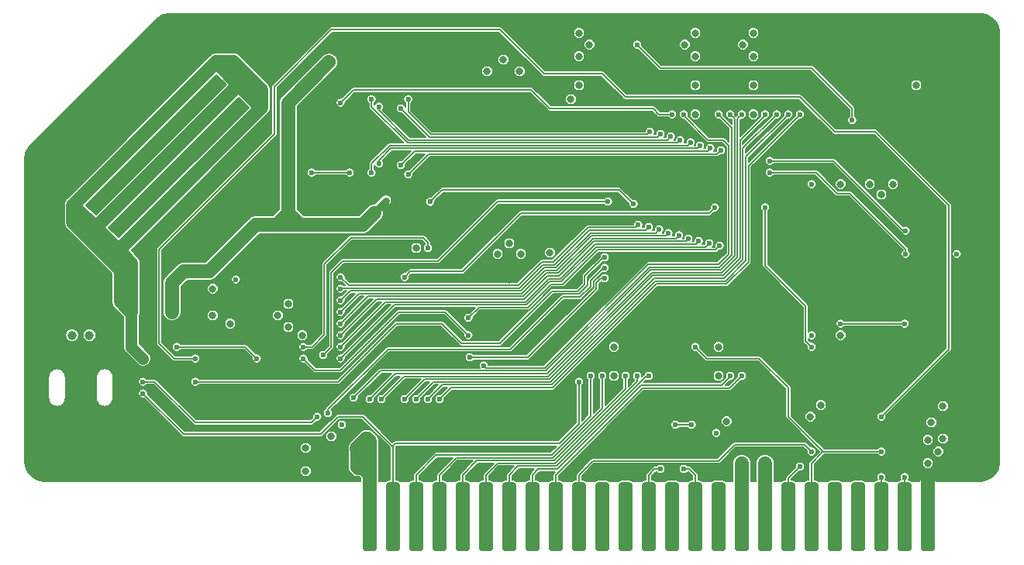
<source format=gbl>
G04 #@! TF.GenerationSoftware,KiCad,Pcbnew,(5.1.5-0-10_14)*
G04 #@! TF.CreationDate,2021-04-12T03:54:55-04:00*
G04 #@! TF.ProjectId,TimeMachine,54696d65-4d61-4636-9869-6e652e6b6963,rev?*
G04 #@! TF.SameCoordinates,Original*
G04 #@! TF.FileFunction,Copper,L4,Bot*
G04 #@! TF.FilePolarity,Positive*
%FSLAX46Y46*%
G04 Gerber Fmt 4.6, Leading zero omitted, Abs format (unit mm)*
G04 Created by KiCad (PCBNEW (5.1.5-0-10_14)) date 2021-04-12 03:54:55*
%MOMM*%
%LPD*%
G04 APERTURE LIST*
%ADD10C,1.000000*%
%ADD11C,2.000000*%
%ADD12C,0.100000*%
%ADD13C,0.800000*%
%ADD14C,0.600000*%
%ADD15C,1.524000*%
%ADD16C,1.524000*%
%ADD17C,0.152400*%
%ADD18C,0.762000*%
%ADD19C,1.270000*%
G04 APERTURE END LIST*
D10*
X147188000Y-115570000D03*
X145288000Y-115570000D03*
D11*
X142113000Y-98679000D03*
X158369000Y-82423000D03*
X242062000Y-82423000D03*
G04 #@! TA.AperFunction,SMDPad,CuDef*
D12*
G36*
X239178345Y-131613835D02*
G01*
X239215329Y-131619321D01*
X239251598Y-131628406D01*
X239286802Y-131641002D01*
X239320602Y-131656988D01*
X239352672Y-131676210D01*
X239382704Y-131698483D01*
X239410408Y-131723592D01*
X239435517Y-131751296D01*
X239457790Y-131781328D01*
X239477012Y-131813398D01*
X239492998Y-131847198D01*
X239505594Y-131882402D01*
X239514679Y-131918671D01*
X239520165Y-131955655D01*
X239522000Y-131993000D01*
X239522000Y-138771000D01*
X239520165Y-138808345D01*
X239514679Y-138845329D01*
X239505594Y-138881598D01*
X239492998Y-138916802D01*
X239477012Y-138950602D01*
X239457790Y-138982672D01*
X239435517Y-139012704D01*
X239410408Y-139040408D01*
X239382704Y-139065517D01*
X239352672Y-139087790D01*
X239320602Y-139107012D01*
X239286802Y-139122998D01*
X239251598Y-139135594D01*
X239215329Y-139144679D01*
X239178345Y-139150165D01*
X239141000Y-139152000D01*
X238379000Y-139152000D01*
X238341655Y-139150165D01*
X238304671Y-139144679D01*
X238268402Y-139135594D01*
X238233198Y-139122998D01*
X238199398Y-139107012D01*
X238167328Y-139087790D01*
X238137296Y-139065517D01*
X238109592Y-139040408D01*
X238084483Y-139012704D01*
X238062210Y-138982672D01*
X238042988Y-138950602D01*
X238027002Y-138916802D01*
X238014406Y-138881598D01*
X238005321Y-138845329D01*
X237999835Y-138808345D01*
X237998000Y-138771000D01*
X237998000Y-131993000D01*
X237999835Y-131955655D01*
X238005321Y-131918671D01*
X238014406Y-131882402D01*
X238027002Y-131847198D01*
X238042988Y-131813398D01*
X238062210Y-131781328D01*
X238084483Y-131751296D01*
X238109592Y-131723592D01*
X238137296Y-131698483D01*
X238167328Y-131676210D01*
X238199398Y-131656988D01*
X238233198Y-131641002D01*
X238268402Y-131628406D01*
X238304671Y-131619321D01*
X238341655Y-131613835D01*
X238379000Y-131612000D01*
X239141000Y-131612000D01*
X239178345Y-131613835D01*
G37*
G04 #@! TD.AperFunction*
G04 #@! TA.AperFunction,SMDPad,CuDef*
G36*
X236638345Y-131613835D02*
G01*
X236675329Y-131619321D01*
X236711598Y-131628406D01*
X236746802Y-131641002D01*
X236780602Y-131656988D01*
X236812672Y-131676210D01*
X236842704Y-131698483D01*
X236870408Y-131723592D01*
X236895517Y-131751296D01*
X236917790Y-131781328D01*
X236937012Y-131813398D01*
X236952998Y-131847198D01*
X236965594Y-131882402D01*
X236974679Y-131918671D01*
X236980165Y-131955655D01*
X236982000Y-131993000D01*
X236982000Y-138771000D01*
X236980165Y-138808345D01*
X236974679Y-138845329D01*
X236965594Y-138881598D01*
X236952998Y-138916802D01*
X236937012Y-138950602D01*
X236917790Y-138982672D01*
X236895517Y-139012704D01*
X236870408Y-139040408D01*
X236842704Y-139065517D01*
X236812672Y-139087790D01*
X236780602Y-139107012D01*
X236746802Y-139122998D01*
X236711598Y-139135594D01*
X236675329Y-139144679D01*
X236638345Y-139150165D01*
X236601000Y-139152000D01*
X235839000Y-139152000D01*
X235801655Y-139150165D01*
X235764671Y-139144679D01*
X235728402Y-139135594D01*
X235693198Y-139122998D01*
X235659398Y-139107012D01*
X235627328Y-139087790D01*
X235597296Y-139065517D01*
X235569592Y-139040408D01*
X235544483Y-139012704D01*
X235522210Y-138982672D01*
X235502988Y-138950602D01*
X235487002Y-138916802D01*
X235474406Y-138881598D01*
X235465321Y-138845329D01*
X235459835Y-138808345D01*
X235458000Y-138771000D01*
X235458000Y-131993000D01*
X235459835Y-131955655D01*
X235465321Y-131918671D01*
X235474406Y-131882402D01*
X235487002Y-131847198D01*
X235502988Y-131813398D01*
X235522210Y-131781328D01*
X235544483Y-131751296D01*
X235569592Y-131723592D01*
X235597296Y-131698483D01*
X235627328Y-131676210D01*
X235659398Y-131656988D01*
X235693198Y-131641002D01*
X235728402Y-131628406D01*
X235764671Y-131619321D01*
X235801655Y-131613835D01*
X235839000Y-131612000D01*
X236601000Y-131612000D01*
X236638345Y-131613835D01*
G37*
G04 #@! TD.AperFunction*
G04 #@! TA.AperFunction,SMDPad,CuDef*
G36*
X234098345Y-131613835D02*
G01*
X234135329Y-131619321D01*
X234171598Y-131628406D01*
X234206802Y-131641002D01*
X234240602Y-131656988D01*
X234272672Y-131676210D01*
X234302704Y-131698483D01*
X234330408Y-131723592D01*
X234355517Y-131751296D01*
X234377790Y-131781328D01*
X234397012Y-131813398D01*
X234412998Y-131847198D01*
X234425594Y-131882402D01*
X234434679Y-131918671D01*
X234440165Y-131955655D01*
X234442000Y-131993000D01*
X234442000Y-138771000D01*
X234440165Y-138808345D01*
X234434679Y-138845329D01*
X234425594Y-138881598D01*
X234412998Y-138916802D01*
X234397012Y-138950602D01*
X234377790Y-138982672D01*
X234355517Y-139012704D01*
X234330408Y-139040408D01*
X234302704Y-139065517D01*
X234272672Y-139087790D01*
X234240602Y-139107012D01*
X234206802Y-139122998D01*
X234171598Y-139135594D01*
X234135329Y-139144679D01*
X234098345Y-139150165D01*
X234061000Y-139152000D01*
X233299000Y-139152000D01*
X233261655Y-139150165D01*
X233224671Y-139144679D01*
X233188402Y-139135594D01*
X233153198Y-139122998D01*
X233119398Y-139107012D01*
X233087328Y-139087790D01*
X233057296Y-139065517D01*
X233029592Y-139040408D01*
X233004483Y-139012704D01*
X232982210Y-138982672D01*
X232962988Y-138950602D01*
X232947002Y-138916802D01*
X232934406Y-138881598D01*
X232925321Y-138845329D01*
X232919835Y-138808345D01*
X232918000Y-138771000D01*
X232918000Y-131993000D01*
X232919835Y-131955655D01*
X232925321Y-131918671D01*
X232934406Y-131882402D01*
X232947002Y-131847198D01*
X232962988Y-131813398D01*
X232982210Y-131781328D01*
X233004483Y-131751296D01*
X233029592Y-131723592D01*
X233057296Y-131698483D01*
X233087328Y-131676210D01*
X233119398Y-131656988D01*
X233153198Y-131641002D01*
X233188402Y-131628406D01*
X233224671Y-131619321D01*
X233261655Y-131613835D01*
X233299000Y-131612000D01*
X234061000Y-131612000D01*
X234098345Y-131613835D01*
G37*
G04 #@! TD.AperFunction*
G04 #@! TA.AperFunction,SMDPad,CuDef*
G36*
X178218345Y-131613835D02*
G01*
X178255329Y-131619321D01*
X178291598Y-131628406D01*
X178326802Y-131641002D01*
X178360602Y-131656988D01*
X178392672Y-131676210D01*
X178422704Y-131698483D01*
X178450408Y-131723592D01*
X178475517Y-131751296D01*
X178497790Y-131781328D01*
X178517012Y-131813398D01*
X178532998Y-131847198D01*
X178545594Y-131882402D01*
X178554679Y-131918671D01*
X178560165Y-131955655D01*
X178562000Y-131993000D01*
X178562000Y-138771000D01*
X178560165Y-138808345D01*
X178554679Y-138845329D01*
X178545594Y-138881598D01*
X178532998Y-138916802D01*
X178517012Y-138950602D01*
X178497790Y-138982672D01*
X178475517Y-139012704D01*
X178450408Y-139040408D01*
X178422704Y-139065517D01*
X178392672Y-139087790D01*
X178360602Y-139107012D01*
X178326802Y-139122998D01*
X178291598Y-139135594D01*
X178255329Y-139144679D01*
X178218345Y-139150165D01*
X178181000Y-139152000D01*
X177419000Y-139152000D01*
X177381655Y-139150165D01*
X177344671Y-139144679D01*
X177308402Y-139135594D01*
X177273198Y-139122998D01*
X177239398Y-139107012D01*
X177207328Y-139087790D01*
X177177296Y-139065517D01*
X177149592Y-139040408D01*
X177124483Y-139012704D01*
X177102210Y-138982672D01*
X177082988Y-138950602D01*
X177067002Y-138916802D01*
X177054406Y-138881598D01*
X177045321Y-138845329D01*
X177039835Y-138808345D01*
X177038000Y-138771000D01*
X177038000Y-131993000D01*
X177039835Y-131955655D01*
X177045321Y-131918671D01*
X177054406Y-131882402D01*
X177067002Y-131847198D01*
X177082988Y-131813398D01*
X177102210Y-131781328D01*
X177124483Y-131751296D01*
X177149592Y-131723592D01*
X177177296Y-131698483D01*
X177207328Y-131676210D01*
X177239398Y-131656988D01*
X177273198Y-131641002D01*
X177308402Y-131628406D01*
X177344671Y-131619321D01*
X177381655Y-131613835D01*
X177419000Y-131612000D01*
X178181000Y-131612000D01*
X178218345Y-131613835D01*
G37*
G04 #@! TD.AperFunction*
G04 #@! TA.AperFunction,SMDPad,CuDef*
G36*
X180758345Y-131613835D02*
G01*
X180795329Y-131619321D01*
X180831598Y-131628406D01*
X180866802Y-131641002D01*
X180900602Y-131656988D01*
X180932672Y-131676210D01*
X180962704Y-131698483D01*
X180990408Y-131723592D01*
X181015517Y-131751296D01*
X181037790Y-131781328D01*
X181057012Y-131813398D01*
X181072998Y-131847198D01*
X181085594Y-131882402D01*
X181094679Y-131918671D01*
X181100165Y-131955655D01*
X181102000Y-131993000D01*
X181102000Y-138771000D01*
X181100165Y-138808345D01*
X181094679Y-138845329D01*
X181085594Y-138881598D01*
X181072998Y-138916802D01*
X181057012Y-138950602D01*
X181037790Y-138982672D01*
X181015517Y-139012704D01*
X180990408Y-139040408D01*
X180962704Y-139065517D01*
X180932672Y-139087790D01*
X180900602Y-139107012D01*
X180866802Y-139122998D01*
X180831598Y-139135594D01*
X180795329Y-139144679D01*
X180758345Y-139150165D01*
X180721000Y-139152000D01*
X179959000Y-139152000D01*
X179921655Y-139150165D01*
X179884671Y-139144679D01*
X179848402Y-139135594D01*
X179813198Y-139122998D01*
X179779398Y-139107012D01*
X179747328Y-139087790D01*
X179717296Y-139065517D01*
X179689592Y-139040408D01*
X179664483Y-139012704D01*
X179642210Y-138982672D01*
X179622988Y-138950602D01*
X179607002Y-138916802D01*
X179594406Y-138881598D01*
X179585321Y-138845329D01*
X179579835Y-138808345D01*
X179578000Y-138771000D01*
X179578000Y-131993000D01*
X179579835Y-131955655D01*
X179585321Y-131918671D01*
X179594406Y-131882402D01*
X179607002Y-131847198D01*
X179622988Y-131813398D01*
X179642210Y-131781328D01*
X179664483Y-131751296D01*
X179689592Y-131723592D01*
X179717296Y-131698483D01*
X179747328Y-131676210D01*
X179779398Y-131656988D01*
X179813198Y-131641002D01*
X179848402Y-131628406D01*
X179884671Y-131619321D01*
X179921655Y-131613835D01*
X179959000Y-131612000D01*
X180721000Y-131612000D01*
X180758345Y-131613835D01*
G37*
G04 #@! TD.AperFunction*
G04 #@! TA.AperFunction,SMDPad,CuDef*
G36*
X183298345Y-131613835D02*
G01*
X183335329Y-131619321D01*
X183371598Y-131628406D01*
X183406802Y-131641002D01*
X183440602Y-131656988D01*
X183472672Y-131676210D01*
X183502704Y-131698483D01*
X183530408Y-131723592D01*
X183555517Y-131751296D01*
X183577790Y-131781328D01*
X183597012Y-131813398D01*
X183612998Y-131847198D01*
X183625594Y-131882402D01*
X183634679Y-131918671D01*
X183640165Y-131955655D01*
X183642000Y-131993000D01*
X183642000Y-138771000D01*
X183640165Y-138808345D01*
X183634679Y-138845329D01*
X183625594Y-138881598D01*
X183612998Y-138916802D01*
X183597012Y-138950602D01*
X183577790Y-138982672D01*
X183555517Y-139012704D01*
X183530408Y-139040408D01*
X183502704Y-139065517D01*
X183472672Y-139087790D01*
X183440602Y-139107012D01*
X183406802Y-139122998D01*
X183371598Y-139135594D01*
X183335329Y-139144679D01*
X183298345Y-139150165D01*
X183261000Y-139152000D01*
X182499000Y-139152000D01*
X182461655Y-139150165D01*
X182424671Y-139144679D01*
X182388402Y-139135594D01*
X182353198Y-139122998D01*
X182319398Y-139107012D01*
X182287328Y-139087790D01*
X182257296Y-139065517D01*
X182229592Y-139040408D01*
X182204483Y-139012704D01*
X182182210Y-138982672D01*
X182162988Y-138950602D01*
X182147002Y-138916802D01*
X182134406Y-138881598D01*
X182125321Y-138845329D01*
X182119835Y-138808345D01*
X182118000Y-138771000D01*
X182118000Y-131993000D01*
X182119835Y-131955655D01*
X182125321Y-131918671D01*
X182134406Y-131882402D01*
X182147002Y-131847198D01*
X182162988Y-131813398D01*
X182182210Y-131781328D01*
X182204483Y-131751296D01*
X182229592Y-131723592D01*
X182257296Y-131698483D01*
X182287328Y-131676210D01*
X182319398Y-131656988D01*
X182353198Y-131641002D01*
X182388402Y-131628406D01*
X182424671Y-131619321D01*
X182461655Y-131613835D01*
X182499000Y-131612000D01*
X183261000Y-131612000D01*
X183298345Y-131613835D01*
G37*
G04 #@! TD.AperFunction*
G04 #@! TA.AperFunction,SMDPad,CuDef*
G36*
X185838345Y-131613835D02*
G01*
X185875329Y-131619321D01*
X185911598Y-131628406D01*
X185946802Y-131641002D01*
X185980602Y-131656988D01*
X186012672Y-131676210D01*
X186042704Y-131698483D01*
X186070408Y-131723592D01*
X186095517Y-131751296D01*
X186117790Y-131781328D01*
X186137012Y-131813398D01*
X186152998Y-131847198D01*
X186165594Y-131882402D01*
X186174679Y-131918671D01*
X186180165Y-131955655D01*
X186182000Y-131993000D01*
X186182000Y-138771000D01*
X186180165Y-138808345D01*
X186174679Y-138845329D01*
X186165594Y-138881598D01*
X186152998Y-138916802D01*
X186137012Y-138950602D01*
X186117790Y-138982672D01*
X186095517Y-139012704D01*
X186070408Y-139040408D01*
X186042704Y-139065517D01*
X186012672Y-139087790D01*
X185980602Y-139107012D01*
X185946802Y-139122998D01*
X185911598Y-139135594D01*
X185875329Y-139144679D01*
X185838345Y-139150165D01*
X185801000Y-139152000D01*
X185039000Y-139152000D01*
X185001655Y-139150165D01*
X184964671Y-139144679D01*
X184928402Y-139135594D01*
X184893198Y-139122998D01*
X184859398Y-139107012D01*
X184827328Y-139087790D01*
X184797296Y-139065517D01*
X184769592Y-139040408D01*
X184744483Y-139012704D01*
X184722210Y-138982672D01*
X184702988Y-138950602D01*
X184687002Y-138916802D01*
X184674406Y-138881598D01*
X184665321Y-138845329D01*
X184659835Y-138808345D01*
X184658000Y-138771000D01*
X184658000Y-131993000D01*
X184659835Y-131955655D01*
X184665321Y-131918671D01*
X184674406Y-131882402D01*
X184687002Y-131847198D01*
X184702988Y-131813398D01*
X184722210Y-131781328D01*
X184744483Y-131751296D01*
X184769592Y-131723592D01*
X184797296Y-131698483D01*
X184827328Y-131676210D01*
X184859398Y-131656988D01*
X184893198Y-131641002D01*
X184928402Y-131628406D01*
X184964671Y-131619321D01*
X185001655Y-131613835D01*
X185039000Y-131612000D01*
X185801000Y-131612000D01*
X185838345Y-131613835D01*
G37*
G04 #@! TD.AperFunction*
G04 #@! TA.AperFunction,SMDPad,CuDef*
G36*
X188378345Y-131613835D02*
G01*
X188415329Y-131619321D01*
X188451598Y-131628406D01*
X188486802Y-131641002D01*
X188520602Y-131656988D01*
X188552672Y-131676210D01*
X188582704Y-131698483D01*
X188610408Y-131723592D01*
X188635517Y-131751296D01*
X188657790Y-131781328D01*
X188677012Y-131813398D01*
X188692998Y-131847198D01*
X188705594Y-131882402D01*
X188714679Y-131918671D01*
X188720165Y-131955655D01*
X188722000Y-131993000D01*
X188722000Y-138771000D01*
X188720165Y-138808345D01*
X188714679Y-138845329D01*
X188705594Y-138881598D01*
X188692998Y-138916802D01*
X188677012Y-138950602D01*
X188657790Y-138982672D01*
X188635517Y-139012704D01*
X188610408Y-139040408D01*
X188582704Y-139065517D01*
X188552672Y-139087790D01*
X188520602Y-139107012D01*
X188486802Y-139122998D01*
X188451598Y-139135594D01*
X188415329Y-139144679D01*
X188378345Y-139150165D01*
X188341000Y-139152000D01*
X187579000Y-139152000D01*
X187541655Y-139150165D01*
X187504671Y-139144679D01*
X187468402Y-139135594D01*
X187433198Y-139122998D01*
X187399398Y-139107012D01*
X187367328Y-139087790D01*
X187337296Y-139065517D01*
X187309592Y-139040408D01*
X187284483Y-139012704D01*
X187262210Y-138982672D01*
X187242988Y-138950602D01*
X187227002Y-138916802D01*
X187214406Y-138881598D01*
X187205321Y-138845329D01*
X187199835Y-138808345D01*
X187198000Y-138771000D01*
X187198000Y-131993000D01*
X187199835Y-131955655D01*
X187205321Y-131918671D01*
X187214406Y-131882402D01*
X187227002Y-131847198D01*
X187242988Y-131813398D01*
X187262210Y-131781328D01*
X187284483Y-131751296D01*
X187309592Y-131723592D01*
X187337296Y-131698483D01*
X187367328Y-131676210D01*
X187399398Y-131656988D01*
X187433198Y-131641002D01*
X187468402Y-131628406D01*
X187504671Y-131619321D01*
X187541655Y-131613835D01*
X187579000Y-131612000D01*
X188341000Y-131612000D01*
X188378345Y-131613835D01*
G37*
G04 #@! TD.AperFunction*
G04 #@! TA.AperFunction,SMDPad,CuDef*
G36*
X190918345Y-131613835D02*
G01*
X190955329Y-131619321D01*
X190991598Y-131628406D01*
X191026802Y-131641002D01*
X191060602Y-131656988D01*
X191092672Y-131676210D01*
X191122704Y-131698483D01*
X191150408Y-131723592D01*
X191175517Y-131751296D01*
X191197790Y-131781328D01*
X191217012Y-131813398D01*
X191232998Y-131847198D01*
X191245594Y-131882402D01*
X191254679Y-131918671D01*
X191260165Y-131955655D01*
X191262000Y-131993000D01*
X191262000Y-138771000D01*
X191260165Y-138808345D01*
X191254679Y-138845329D01*
X191245594Y-138881598D01*
X191232998Y-138916802D01*
X191217012Y-138950602D01*
X191197790Y-138982672D01*
X191175517Y-139012704D01*
X191150408Y-139040408D01*
X191122704Y-139065517D01*
X191092672Y-139087790D01*
X191060602Y-139107012D01*
X191026802Y-139122998D01*
X190991598Y-139135594D01*
X190955329Y-139144679D01*
X190918345Y-139150165D01*
X190881000Y-139152000D01*
X190119000Y-139152000D01*
X190081655Y-139150165D01*
X190044671Y-139144679D01*
X190008402Y-139135594D01*
X189973198Y-139122998D01*
X189939398Y-139107012D01*
X189907328Y-139087790D01*
X189877296Y-139065517D01*
X189849592Y-139040408D01*
X189824483Y-139012704D01*
X189802210Y-138982672D01*
X189782988Y-138950602D01*
X189767002Y-138916802D01*
X189754406Y-138881598D01*
X189745321Y-138845329D01*
X189739835Y-138808345D01*
X189738000Y-138771000D01*
X189738000Y-131993000D01*
X189739835Y-131955655D01*
X189745321Y-131918671D01*
X189754406Y-131882402D01*
X189767002Y-131847198D01*
X189782988Y-131813398D01*
X189802210Y-131781328D01*
X189824483Y-131751296D01*
X189849592Y-131723592D01*
X189877296Y-131698483D01*
X189907328Y-131676210D01*
X189939398Y-131656988D01*
X189973198Y-131641002D01*
X190008402Y-131628406D01*
X190044671Y-131619321D01*
X190081655Y-131613835D01*
X190119000Y-131612000D01*
X190881000Y-131612000D01*
X190918345Y-131613835D01*
G37*
G04 #@! TD.AperFunction*
G04 #@! TA.AperFunction,SMDPad,CuDef*
G36*
X193458345Y-131613835D02*
G01*
X193495329Y-131619321D01*
X193531598Y-131628406D01*
X193566802Y-131641002D01*
X193600602Y-131656988D01*
X193632672Y-131676210D01*
X193662704Y-131698483D01*
X193690408Y-131723592D01*
X193715517Y-131751296D01*
X193737790Y-131781328D01*
X193757012Y-131813398D01*
X193772998Y-131847198D01*
X193785594Y-131882402D01*
X193794679Y-131918671D01*
X193800165Y-131955655D01*
X193802000Y-131993000D01*
X193802000Y-138771000D01*
X193800165Y-138808345D01*
X193794679Y-138845329D01*
X193785594Y-138881598D01*
X193772998Y-138916802D01*
X193757012Y-138950602D01*
X193737790Y-138982672D01*
X193715517Y-139012704D01*
X193690408Y-139040408D01*
X193662704Y-139065517D01*
X193632672Y-139087790D01*
X193600602Y-139107012D01*
X193566802Y-139122998D01*
X193531598Y-139135594D01*
X193495329Y-139144679D01*
X193458345Y-139150165D01*
X193421000Y-139152000D01*
X192659000Y-139152000D01*
X192621655Y-139150165D01*
X192584671Y-139144679D01*
X192548402Y-139135594D01*
X192513198Y-139122998D01*
X192479398Y-139107012D01*
X192447328Y-139087790D01*
X192417296Y-139065517D01*
X192389592Y-139040408D01*
X192364483Y-139012704D01*
X192342210Y-138982672D01*
X192322988Y-138950602D01*
X192307002Y-138916802D01*
X192294406Y-138881598D01*
X192285321Y-138845329D01*
X192279835Y-138808345D01*
X192278000Y-138771000D01*
X192278000Y-131993000D01*
X192279835Y-131955655D01*
X192285321Y-131918671D01*
X192294406Y-131882402D01*
X192307002Y-131847198D01*
X192322988Y-131813398D01*
X192342210Y-131781328D01*
X192364483Y-131751296D01*
X192389592Y-131723592D01*
X192417296Y-131698483D01*
X192447328Y-131676210D01*
X192479398Y-131656988D01*
X192513198Y-131641002D01*
X192548402Y-131628406D01*
X192584671Y-131619321D01*
X192621655Y-131613835D01*
X192659000Y-131612000D01*
X193421000Y-131612000D01*
X193458345Y-131613835D01*
G37*
G04 #@! TD.AperFunction*
G04 #@! TA.AperFunction,SMDPad,CuDef*
G36*
X195998345Y-131613835D02*
G01*
X196035329Y-131619321D01*
X196071598Y-131628406D01*
X196106802Y-131641002D01*
X196140602Y-131656988D01*
X196172672Y-131676210D01*
X196202704Y-131698483D01*
X196230408Y-131723592D01*
X196255517Y-131751296D01*
X196277790Y-131781328D01*
X196297012Y-131813398D01*
X196312998Y-131847198D01*
X196325594Y-131882402D01*
X196334679Y-131918671D01*
X196340165Y-131955655D01*
X196342000Y-131993000D01*
X196342000Y-138771000D01*
X196340165Y-138808345D01*
X196334679Y-138845329D01*
X196325594Y-138881598D01*
X196312998Y-138916802D01*
X196297012Y-138950602D01*
X196277790Y-138982672D01*
X196255517Y-139012704D01*
X196230408Y-139040408D01*
X196202704Y-139065517D01*
X196172672Y-139087790D01*
X196140602Y-139107012D01*
X196106802Y-139122998D01*
X196071598Y-139135594D01*
X196035329Y-139144679D01*
X195998345Y-139150165D01*
X195961000Y-139152000D01*
X195199000Y-139152000D01*
X195161655Y-139150165D01*
X195124671Y-139144679D01*
X195088402Y-139135594D01*
X195053198Y-139122998D01*
X195019398Y-139107012D01*
X194987328Y-139087790D01*
X194957296Y-139065517D01*
X194929592Y-139040408D01*
X194904483Y-139012704D01*
X194882210Y-138982672D01*
X194862988Y-138950602D01*
X194847002Y-138916802D01*
X194834406Y-138881598D01*
X194825321Y-138845329D01*
X194819835Y-138808345D01*
X194818000Y-138771000D01*
X194818000Y-131993000D01*
X194819835Y-131955655D01*
X194825321Y-131918671D01*
X194834406Y-131882402D01*
X194847002Y-131847198D01*
X194862988Y-131813398D01*
X194882210Y-131781328D01*
X194904483Y-131751296D01*
X194929592Y-131723592D01*
X194957296Y-131698483D01*
X194987328Y-131676210D01*
X195019398Y-131656988D01*
X195053198Y-131641002D01*
X195088402Y-131628406D01*
X195124671Y-131619321D01*
X195161655Y-131613835D01*
X195199000Y-131612000D01*
X195961000Y-131612000D01*
X195998345Y-131613835D01*
G37*
G04 #@! TD.AperFunction*
G04 #@! TA.AperFunction,SMDPad,CuDef*
G36*
X198538345Y-131613835D02*
G01*
X198575329Y-131619321D01*
X198611598Y-131628406D01*
X198646802Y-131641002D01*
X198680602Y-131656988D01*
X198712672Y-131676210D01*
X198742704Y-131698483D01*
X198770408Y-131723592D01*
X198795517Y-131751296D01*
X198817790Y-131781328D01*
X198837012Y-131813398D01*
X198852998Y-131847198D01*
X198865594Y-131882402D01*
X198874679Y-131918671D01*
X198880165Y-131955655D01*
X198882000Y-131993000D01*
X198882000Y-138771000D01*
X198880165Y-138808345D01*
X198874679Y-138845329D01*
X198865594Y-138881598D01*
X198852998Y-138916802D01*
X198837012Y-138950602D01*
X198817790Y-138982672D01*
X198795517Y-139012704D01*
X198770408Y-139040408D01*
X198742704Y-139065517D01*
X198712672Y-139087790D01*
X198680602Y-139107012D01*
X198646802Y-139122998D01*
X198611598Y-139135594D01*
X198575329Y-139144679D01*
X198538345Y-139150165D01*
X198501000Y-139152000D01*
X197739000Y-139152000D01*
X197701655Y-139150165D01*
X197664671Y-139144679D01*
X197628402Y-139135594D01*
X197593198Y-139122998D01*
X197559398Y-139107012D01*
X197527328Y-139087790D01*
X197497296Y-139065517D01*
X197469592Y-139040408D01*
X197444483Y-139012704D01*
X197422210Y-138982672D01*
X197402988Y-138950602D01*
X197387002Y-138916802D01*
X197374406Y-138881598D01*
X197365321Y-138845329D01*
X197359835Y-138808345D01*
X197358000Y-138771000D01*
X197358000Y-131993000D01*
X197359835Y-131955655D01*
X197365321Y-131918671D01*
X197374406Y-131882402D01*
X197387002Y-131847198D01*
X197402988Y-131813398D01*
X197422210Y-131781328D01*
X197444483Y-131751296D01*
X197469592Y-131723592D01*
X197497296Y-131698483D01*
X197527328Y-131676210D01*
X197559398Y-131656988D01*
X197593198Y-131641002D01*
X197628402Y-131628406D01*
X197664671Y-131619321D01*
X197701655Y-131613835D01*
X197739000Y-131612000D01*
X198501000Y-131612000D01*
X198538345Y-131613835D01*
G37*
G04 #@! TD.AperFunction*
G04 #@! TA.AperFunction,SMDPad,CuDef*
G36*
X201078345Y-131613835D02*
G01*
X201115329Y-131619321D01*
X201151598Y-131628406D01*
X201186802Y-131641002D01*
X201220602Y-131656988D01*
X201252672Y-131676210D01*
X201282704Y-131698483D01*
X201310408Y-131723592D01*
X201335517Y-131751296D01*
X201357790Y-131781328D01*
X201377012Y-131813398D01*
X201392998Y-131847198D01*
X201405594Y-131882402D01*
X201414679Y-131918671D01*
X201420165Y-131955655D01*
X201422000Y-131993000D01*
X201422000Y-138771000D01*
X201420165Y-138808345D01*
X201414679Y-138845329D01*
X201405594Y-138881598D01*
X201392998Y-138916802D01*
X201377012Y-138950602D01*
X201357790Y-138982672D01*
X201335517Y-139012704D01*
X201310408Y-139040408D01*
X201282704Y-139065517D01*
X201252672Y-139087790D01*
X201220602Y-139107012D01*
X201186802Y-139122998D01*
X201151598Y-139135594D01*
X201115329Y-139144679D01*
X201078345Y-139150165D01*
X201041000Y-139152000D01*
X200279000Y-139152000D01*
X200241655Y-139150165D01*
X200204671Y-139144679D01*
X200168402Y-139135594D01*
X200133198Y-139122998D01*
X200099398Y-139107012D01*
X200067328Y-139087790D01*
X200037296Y-139065517D01*
X200009592Y-139040408D01*
X199984483Y-139012704D01*
X199962210Y-138982672D01*
X199942988Y-138950602D01*
X199927002Y-138916802D01*
X199914406Y-138881598D01*
X199905321Y-138845329D01*
X199899835Y-138808345D01*
X199898000Y-138771000D01*
X199898000Y-131993000D01*
X199899835Y-131955655D01*
X199905321Y-131918671D01*
X199914406Y-131882402D01*
X199927002Y-131847198D01*
X199942988Y-131813398D01*
X199962210Y-131781328D01*
X199984483Y-131751296D01*
X200009592Y-131723592D01*
X200037296Y-131698483D01*
X200067328Y-131676210D01*
X200099398Y-131656988D01*
X200133198Y-131641002D01*
X200168402Y-131628406D01*
X200204671Y-131619321D01*
X200241655Y-131613835D01*
X200279000Y-131612000D01*
X201041000Y-131612000D01*
X201078345Y-131613835D01*
G37*
G04 #@! TD.AperFunction*
G04 #@! TA.AperFunction,SMDPad,CuDef*
G36*
X203618345Y-131613835D02*
G01*
X203655329Y-131619321D01*
X203691598Y-131628406D01*
X203726802Y-131641002D01*
X203760602Y-131656988D01*
X203792672Y-131676210D01*
X203822704Y-131698483D01*
X203850408Y-131723592D01*
X203875517Y-131751296D01*
X203897790Y-131781328D01*
X203917012Y-131813398D01*
X203932998Y-131847198D01*
X203945594Y-131882402D01*
X203954679Y-131918671D01*
X203960165Y-131955655D01*
X203962000Y-131993000D01*
X203962000Y-138771000D01*
X203960165Y-138808345D01*
X203954679Y-138845329D01*
X203945594Y-138881598D01*
X203932998Y-138916802D01*
X203917012Y-138950602D01*
X203897790Y-138982672D01*
X203875517Y-139012704D01*
X203850408Y-139040408D01*
X203822704Y-139065517D01*
X203792672Y-139087790D01*
X203760602Y-139107012D01*
X203726802Y-139122998D01*
X203691598Y-139135594D01*
X203655329Y-139144679D01*
X203618345Y-139150165D01*
X203581000Y-139152000D01*
X202819000Y-139152000D01*
X202781655Y-139150165D01*
X202744671Y-139144679D01*
X202708402Y-139135594D01*
X202673198Y-139122998D01*
X202639398Y-139107012D01*
X202607328Y-139087790D01*
X202577296Y-139065517D01*
X202549592Y-139040408D01*
X202524483Y-139012704D01*
X202502210Y-138982672D01*
X202482988Y-138950602D01*
X202467002Y-138916802D01*
X202454406Y-138881598D01*
X202445321Y-138845329D01*
X202439835Y-138808345D01*
X202438000Y-138771000D01*
X202438000Y-131993000D01*
X202439835Y-131955655D01*
X202445321Y-131918671D01*
X202454406Y-131882402D01*
X202467002Y-131847198D01*
X202482988Y-131813398D01*
X202502210Y-131781328D01*
X202524483Y-131751296D01*
X202549592Y-131723592D01*
X202577296Y-131698483D01*
X202607328Y-131676210D01*
X202639398Y-131656988D01*
X202673198Y-131641002D01*
X202708402Y-131628406D01*
X202744671Y-131619321D01*
X202781655Y-131613835D01*
X202819000Y-131612000D01*
X203581000Y-131612000D01*
X203618345Y-131613835D01*
G37*
G04 #@! TD.AperFunction*
G04 #@! TA.AperFunction,SMDPad,CuDef*
G36*
X206158345Y-131613835D02*
G01*
X206195329Y-131619321D01*
X206231598Y-131628406D01*
X206266802Y-131641002D01*
X206300602Y-131656988D01*
X206332672Y-131676210D01*
X206362704Y-131698483D01*
X206390408Y-131723592D01*
X206415517Y-131751296D01*
X206437790Y-131781328D01*
X206457012Y-131813398D01*
X206472998Y-131847198D01*
X206485594Y-131882402D01*
X206494679Y-131918671D01*
X206500165Y-131955655D01*
X206502000Y-131993000D01*
X206502000Y-138771000D01*
X206500165Y-138808345D01*
X206494679Y-138845329D01*
X206485594Y-138881598D01*
X206472998Y-138916802D01*
X206457012Y-138950602D01*
X206437790Y-138982672D01*
X206415517Y-139012704D01*
X206390408Y-139040408D01*
X206362704Y-139065517D01*
X206332672Y-139087790D01*
X206300602Y-139107012D01*
X206266802Y-139122998D01*
X206231598Y-139135594D01*
X206195329Y-139144679D01*
X206158345Y-139150165D01*
X206121000Y-139152000D01*
X205359000Y-139152000D01*
X205321655Y-139150165D01*
X205284671Y-139144679D01*
X205248402Y-139135594D01*
X205213198Y-139122998D01*
X205179398Y-139107012D01*
X205147328Y-139087790D01*
X205117296Y-139065517D01*
X205089592Y-139040408D01*
X205064483Y-139012704D01*
X205042210Y-138982672D01*
X205022988Y-138950602D01*
X205007002Y-138916802D01*
X204994406Y-138881598D01*
X204985321Y-138845329D01*
X204979835Y-138808345D01*
X204978000Y-138771000D01*
X204978000Y-131993000D01*
X204979835Y-131955655D01*
X204985321Y-131918671D01*
X204994406Y-131882402D01*
X205007002Y-131847198D01*
X205022988Y-131813398D01*
X205042210Y-131781328D01*
X205064483Y-131751296D01*
X205089592Y-131723592D01*
X205117296Y-131698483D01*
X205147328Y-131676210D01*
X205179398Y-131656988D01*
X205213198Y-131641002D01*
X205248402Y-131628406D01*
X205284671Y-131619321D01*
X205321655Y-131613835D01*
X205359000Y-131612000D01*
X206121000Y-131612000D01*
X206158345Y-131613835D01*
G37*
G04 #@! TD.AperFunction*
G04 #@! TA.AperFunction,SMDPad,CuDef*
G36*
X208698345Y-131613835D02*
G01*
X208735329Y-131619321D01*
X208771598Y-131628406D01*
X208806802Y-131641002D01*
X208840602Y-131656988D01*
X208872672Y-131676210D01*
X208902704Y-131698483D01*
X208930408Y-131723592D01*
X208955517Y-131751296D01*
X208977790Y-131781328D01*
X208997012Y-131813398D01*
X209012998Y-131847198D01*
X209025594Y-131882402D01*
X209034679Y-131918671D01*
X209040165Y-131955655D01*
X209042000Y-131993000D01*
X209042000Y-138771000D01*
X209040165Y-138808345D01*
X209034679Y-138845329D01*
X209025594Y-138881598D01*
X209012998Y-138916802D01*
X208997012Y-138950602D01*
X208977790Y-138982672D01*
X208955517Y-139012704D01*
X208930408Y-139040408D01*
X208902704Y-139065517D01*
X208872672Y-139087790D01*
X208840602Y-139107012D01*
X208806802Y-139122998D01*
X208771598Y-139135594D01*
X208735329Y-139144679D01*
X208698345Y-139150165D01*
X208661000Y-139152000D01*
X207899000Y-139152000D01*
X207861655Y-139150165D01*
X207824671Y-139144679D01*
X207788402Y-139135594D01*
X207753198Y-139122998D01*
X207719398Y-139107012D01*
X207687328Y-139087790D01*
X207657296Y-139065517D01*
X207629592Y-139040408D01*
X207604483Y-139012704D01*
X207582210Y-138982672D01*
X207562988Y-138950602D01*
X207547002Y-138916802D01*
X207534406Y-138881598D01*
X207525321Y-138845329D01*
X207519835Y-138808345D01*
X207518000Y-138771000D01*
X207518000Y-131993000D01*
X207519835Y-131955655D01*
X207525321Y-131918671D01*
X207534406Y-131882402D01*
X207547002Y-131847198D01*
X207562988Y-131813398D01*
X207582210Y-131781328D01*
X207604483Y-131751296D01*
X207629592Y-131723592D01*
X207657296Y-131698483D01*
X207687328Y-131676210D01*
X207719398Y-131656988D01*
X207753198Y-131641002D01*
X207788402Y-131628406D01*
X207824671Y-131619321D01*
X207861655Y-131613835D01*
X207899000Y-131612000D01*
X208661000Y-131612000D01*
X208698345Y-131613835D01*
G37*
G04 #@! TD.AperFunction*
G04 #@! TA.AperFunction,SMDPad,CuDef*
G36*
X211238345Y-131613835D02*
G01*
X211275329Y-131619321D01*
X211311598Y-131628406D01*
X211346802Y-131641002D01*
X211380602Y-131656988D01*
X211412672Y-131676210D01*
X211442704Y-131698483D01*
X211470408Y-131723592D01*
X211495517Y-131751296D01*
X211517790Y-131781328D01*
X211537012Y-131813398D01*
X211552998Y-131847198D01*
X211565594Y-131882402D01*
X211574679Y-131918671D01*
X211580165Y-131955655D01*
X211582000Y-131993000D01*
X211582000Y-138771000D01*
X211580165Y-138808345D01*
X211574679Y-138845329D01*
X211565594Y-138881598D01*
X211552998Y-138916802D01*
X211537012Y-138950602D01*
X211517790Y-138982672D01*
X211495517Y-139012704D01*
X211470408Y-139040408D01*
X211442704Y-139065517D01*
X211412672Y-139087790D01*
X211380602Y-139107012D01*
X211346802Y-139122998D01*
X211311598Y-139135594D01*
X211275329Y-139144679D01*
X211238345Y-139150165D01*
X211201000Y-139152000D01*
X210439000Y-139152000D01*
X210401655Y-139150165D01*
X210364671Y-139144679D01*
X210328402Y-139135594D01*
X210293198Y-139122998D01*
X210259398Y-139107012D01*
X210227328Y-139087790D01*
X210197296Y-139065517D01*
X210169592Y-139040408D01*
X210144483Y-139012704D01*
X210122210Y-138982672D01*
X210102988Y-138950602D01*
X210087002Y-138916802D01*
X210074406Y-138881598D01*
X210065321Y-138845329D01*
X210059835Y-138808345D01*
X210058000Y-138771000D01*
X210058000Y-131993000D01*
X210059835Y-131955655D01*
X210065321Y-131918671D01*
X210074406Y-131882402D01*
X210087002Y-131847198D01*
X210102988Y-131813398D01*
X210122210Y-131781328D01*
X210144483Y-131751296D01*
X210169592Y-131723592D01*
X210197296Y-131698483D01*
X210227328Y-131676210D01*
X210259398Y-131656988D01*
X210293198Y-131641002D01*
X210328402Y-131628406D01*
X210364671Y-131619321D01*
X210401655Y-131613835D01*
X210439000Y-131612000D01*
X211201000Y-131612000D01*
X211238345Y-131613835D01*
G37*
G04 #@! TD.AperFunction*
G04 #@! TA.AperFunction,SMDPad,CuDef*
G36*
X213778345Y-131613835D02*
G01*
X213815329Y-131619321D01*
X213851598Y-131628406D01*
X213886802Y-131641002D01*
X213920602Y-131656988D01*
X213952672Y-131676210D01*
X213982704Y-131698483D01*
X214010408Y-131723592D01*
X214035517Y-131751296D01*
X214057790Y-131781328D01*
X214077012Y-131813398D01*
X214092998Y-131847198D01*
X214105594Y-131882402D01*
X214114679Y-131918671D01*
X214120165Y-131955655D01*
X214122000Y-131993000D01*
X214122000Y-138771000D01*
X214120165Y-138808345D01*
X214114679Y-138845329D01*
X214105594Y-138881598D01*
X214092998Y-138916802D01*
X214077012Y-138950602D01*
X214057790Y-138982672D01*
X214035517Y-139012704D01*
X214010408Y-139040408D01*
X213982704Y-139065517D01*
X213952672Y-139087790D01*
X213920602Y-139107012D01*
X213886802Y-139122998D01*
X213851598Y-139135594D01*
X213815329Y-139144679D01*
X213778345Y-139150165D01*
X213741000Y-139152000D01*
X212979000Y-139152000D01*
X212941655Y-139150165D01*
X212904671Y-139144679D01*
X212868402Y-139135594D01*
X212833198Y-139122998D01*
X212799398Y-139107012D01*
X212767328Y-139087790D01*
X212737296Y-139065517D01*
X212709592Y-139040408D01*
X212684483Y-139012704D01*
X212662210Y-138982672D01*
X212642988Y-138950602D01*
X212627002Y-138916802D01*
X212614406Y-138881598D01*
X212605321Y-138845329D01*
X212599835Y-138808345D01*
X212598000Y-138771000D01*
X212598000Y-131993000D01*
X212599835Y-131955655D01*
X212605321Y-131918671D01*
X212614406Y-131882402D01*
X212627002Y-131847198D01*
X212642988Y-131813398D01*
X212662210Y-131781328D01*
X212684483Y-131751296D01*
X212709592Y-131723592D01*
X212737296Y-131698483D01*
X212767328Y-131676210D01*
X212799398Y-131656988D01*
X212833198Y-131641002D01*
X212868402Y-131628406D01*
X212904671Y-131619321D01*
X212941655Y-131613835D01*
X212979000Y-131612000D01*
X213741000Y-131612000D01*
X213778345Y-131613835D01*
G37*
G04 #@! TD.AperFunction*
G04 #@! TA.AperFunction,SMDPad,CuDef*
G36*
X216318345Y-131613835D02*
G01*
X216355329Y-131619321D01*
X216391598Y-131628406D01*
X216426802Y-131641002D01*
X216460602Y-131656988D01*
X216492672Y-131676210D01*
X216522704Y-131698483D01*
X216550408Y-131723592D01*
X216575517Y-131751296D01*
X216597790Y-131781328D01*
X216617012Y-131813398D01*
X216632998Y-131847198D01*
X216645594Y-131882402D01*
X216654679Y-131918671D01*
X216660165Y-131955655D01*
X216662000Y-131993000D01*
X216662000Y-138771000D01*
X216660165Y-138808345D01*
X216654679Y-138845329D01*
X216645594Y-138881598D01*
X216632998Y-138916802D01*
X216617012Y-138950602D01*
X216597790Y-138982672D01*
X216575517Y-139012704D01*
X216550408Y-139040408D01*
X216522704Y-139065517D01*
X216492672Y-139087790D01*
X216460602Y-139107012D01*
X216426802Y-139122998D01*
X216391598Y-139135594D01*
X216355329Y-139144679D01*
X216318345Y-139150165D01*
X216281000Y-139152000D01*
X215519000Y-139152000D01*
X215481655Y-139150165D01*
X215444671Y-139144679D01*
X215408402Y-139135594D01*
X215373198Y-139122998D01*
X215339398Y-139107012D01*
X215307328Y-139087790D01*
X215277296Y-139065517D01*
X215249592Y-139040408D01*
X215224483Y-139012704D01*
X215202210Y-138982672D01*
X215182988Y-138950602D01*
X215167002Y-138916802D01*
X215154406Y-138881598D01*
X215145321Y-138845329D01*
X215139835Y-138808345D01*
X215138000Y-138771000D01*
X215138000Y-131993000D01*
X215139835Y-131955655D01*
X215145321Y-131918671D01*
X215154406Y-131882402D01*
X215167002Y-131847198D01*
X215182988Y-131813398D01*
X215202210Y-131781328D01*
X215224483Y-131751296D01*
X215249592Y-131723592D01*
X215277296Y-131698483D01*
X215307328Y-131676210D01*
X215339398Y-131656988D01*
X215373198Y-131641002D01*
X215408402Y-131628406D01*
X215444671Y-131619321D01*
X215481655Y-131613835D01*
X215519000Y-131612000D01*
X216281000Y-131612000D01*
X216318345Y-131613835D01*
G37*
G04 #@! TD.AperFunction*
G04 #@! TA.AperFunction,SMDPad,CuDef*
G36*
X218858345Y-131613835D02*
G01*
X218895329Y-131619321D01*
X218931598Y-131628406D01*
X218966802Y-131641002D01*
X219000602Y-131656988D01*
X219032672Y-131676210D01*
X219062704Y-131698483D01*
X219090408Y-131723592D01*
X219115517Y-131751296D01*
X219137790Y-131781328D01*
X219157012Y-131813398D01*
X219172998Y-131847198D01*
X219185594Y-131882402D01*
X219194679Y-131918671D01*
X219200165Y-131955655D01*
X219202000Y-131993000D01*
X219202000Y-138771000D01*
X219200165Y-138808345D01*
X219194679Y-138845329D01*
X219185594Y-138881598D01*
X219172998Y-138916802D01*
X219157012Y-138950602D01*
X219137790Y-138982672D01*
X219115517Y-139012704D01*
X219090408Y-139040408D01*
X219062704Y-139065517D01*
X219032672Y-139087790D01*
X219000602Y-139107012D01*
X218966802Y-139122998D01*
X218931598Y-139135594D01*
X218895329Y-139144679D01*
X218858345Y-139150165D01*
X218821000Y-139152000D01*
X218059000Y-139152000D01*
X218021655Y-139150165D01*
X217984671Y-139144679D01*
X217948402Y-139135594D01*
X217913198Y-139122998D01*
X217879398Y-139107012D01*
X217847328Y-139087790D01*
X217817296Y-139065517D01*
X217789592Y-139040408D01*
X217764483Y-139012704D01*
X217742210Y-138982672D01*
X217722988Y-138950602D01*
X217707002Y-138916802D01*
X217694406Y-138881598D01*
X217685321Y-138845329D01*
X217679835Y-138808345D01*
X217678000Y-138771000D01*
X217678000Y-131993000D01*
X217679835Y-131955655D01*
X217685321Y-131918671D01*
X217694406Y-131882402D01*
X217707002Y-131847198D01*
X217722988Y-131813398D01*
X217742210Y-131781328D01*
X217764483Y-131751296D01*
X217789592Y-131723592D01*
X217817296Y-131698483D01*
X217847328Y-131676210D01*
X217879398Y-131656988D01*
X217913198Y-131641002D01*
X217948402Y-131628406D01*
X217984671Y-131619321D01*
X218021655Y-131613835D01*
X218059000Y-131612000D01*
X218821000Y-131612000D01*
X218858345Y-131613835D01*
G37*
G04 #@! TD.AperFunction*
G04 #@! TA.AperFunction,SMDPad,CuDef*
G36*
X221398345Y-131613835D02*
G01*
X221435329Y-131619321D01*
X221471598Y-131628406D01*
X221506802Y-131641002D01*
X221540602Y-131656988D01*
X221572672Y-131676210D01*
X221602704Y-131698483D01*
X221630408Y-131723592D01*
X221655517Y-131751296D01*
X221677790Y-131781328D01*
X221697012Y-131813398D01*
X221712998Y-131847198D01*
X221725594Y-131882402D01*
X221734679Y-131918671D01*
X221740165Y-131955655D01*
X221742000Y-131993000D01*
X221742000Y-138771000D01*
X221740165Y-138808345D01*
X221734679Y-138845329D01*
X221725594Y-138881598D01*
X221712998Y-138916802D01*
X221697012Y-138950602D01*
X221677790Y-138982672D01*
X221655517Y-139012704D01*
X221630408Y-139040408D01*
X221602704Y-139065517D01*
X221572672Y-139087790D01*
X221540602Y-139107012D01*
X221506802Y-139122998D01*
X221471598Y-139135594D01*
X221435329Y-139144679D01*
X221398345Y-139150165D01*
X221361000Y-139152000D01*
X220599000Y-139152000D01*
X220561655Y-139150165D01*
X220524671Y-139144679D01*
X220488402Y-139135594D01*
X220453198Y-139122998D01*
X220419398Y-139107012D01*
X220387328Y-139087790D01*
X220357296Y-139065517D01*
X220329592Y-139040408D01*
X220304483Y-139012704D01*
X220282210Y-138982672D01*
X220262988Y-138950602D01*
X220247002Y-138916802D01*
X220234406Y-138881598D01*
X220225321Y-138845329D01*
X220219835Y-138808345D01*
X220218000Y-138771000D01*
X220218000Y-131993000D01*
X220219835Y-131955655D01*
X220225321Y-131918671D01*
X220234406Y-131882402D01*
X220247002Y-131847198D01*
X220262988Y-131813398D01*
X220282210Y-131781328D01*
X220304483Y-131751296D01*
X220329592Y-131723592D01*
X220357296Y-131698483D01*
X220387328Y-131676210D01*
X220419398Y-131656988D01*
X220453198Y-131641002D01*
X220488402Y-131628406D01*
X220524671Y-131619321D01*
X220561655Y-131613835D01*
X220599000Y-131612000D01*
X221361000Y-131612000D01*
X221398345Y-131613835D01*
G37*
G04 #@! TD.AperFunction*
G04 #@! TA.AperFunction,SMDPad,CuDef*
G36*
X223938345Y-131613835D02*
G01*
X223975329Y-131619321D01*
X224011598Y-131628406D01*
X224046802Y-131641002D01*
X224080602Y-131656988D01*
X224112672Y-131676210D01*
X224142704Y-131698483D01*
X224170408Y-131723592D01*
X224195517Y-131751296D01*
X224217790Y-131781328D01*
X224237012Y-131813398D01*
X224252998Y-131847198D01*
X224265594Y-131882402D01*
X224274679Y-131918671D01*
X224280165Y-131955655D01*
X224282000Y-131993000D01*
X224282000Y-138771000D01*
X224280165Y-138808345D01*
X224274679Y-138845329D01*
X224265594Y-138881598D01*
X224252998Y-138916802D01*
X224237012Y-138950602D01*
X224217790Y-138982672D01*
X224195517Y-139012704D01*
X224170408Y-139040408D01*
X224142704Y-139065517D01*
X224112672Y-139087790D01*
X224080602Y-139107012D01*
X224046802Y-139122998D01*
X224011598Y-139135594D01*
X223975329Y-139144679D01*
X223938345Y-139150165D01*
X223901000Y-139152000D01*
X223139000Y-139152000D01*
X223101655Y-139150165D01*
X223064671Y-139144679D01*
X223028402Y-139135594D01*
X222993198Y-139122998D01*
X222959398Y-139107012D01*
X222927328Y-139087790D01*
X222897296Y-139065517D01*
X222869592Y-139040408D01*
X222844483Y-139012704D01*
X222822210Y-138982672D01*
X222802988Y-138950602D01*
X222787002Y-138916802D01*
X222774406Y-138881598D01*
X222765321Y-138845329D01*
X222759835Y-138808345D01*
X222758000Y-138771000D01*
X222758000Y-131993000D01*
X222759835Y-131955655D01*
X222765321Y-131918671D01*
X222774406Y-131882402D01*
X222787002Y-131847198D01*
X222802988Y-131813398D01*
X222822210Y-131781328D01*
X222844483Y-131751296D01*
X222869592Y-131723592D01*
X222897296Y-131698483D01*
X222927328Y-131676210D01*
X222959398Y-131656988D01*
X222993198Y-131641002D01*
X223028402Y-131628406D01*
X223064671Y-131619321D01*
X223101655Y-131613835D01*
X223139000Y-131612000D01*
X223901000Y-131612000D01*
X223938345Y-131613835D01*
G37*
G04 #@! TD.AperFunction*
G04 #@! TA.AperFunction,SMDPad,CuDef*
G36*
X226478345Y-131613835D02*
G01*
X226515329Y-131619321D01*
X226551598Y-131628406D01*
X226586802Y-131641002D01*
X226620602Y-131656988D01*
X226652672Y-131676210D01*
X226682704Y-131698483D01*
X226710408Y-131723592D01*
X226735517Y-131751296D01*
X226757790Y-131781328D01*
X226777012Y-131813398D01*
X226792998Y-131847198D01*
X226805594Y-131882402D01*
X226814679Y-131918671D01*
X226820165Y-131955655D01*
X226822000Y-131993000D01*
X226822000Y-138771000D01*
X226820165Y-138808345D01*
X226814679Y-138845329D01*
X226805594Y-138881598D01*
X226792998Y-138916802D01*
X226777012Y-138950602D01*
X226757790Y-138982672D01*
X226735517Y-139012704D01*
X226710408Y-139040408D01*
X226682704Y-139065517D01*
X226652672Y-139087790D01*
X226620602Y-139107012D01*
X226586802Y-139122998D01*
X226551598Y-139135594D01*
X226515329Y-139144679D01*
X226478345Y-139150165D01*
X226441000Y-139152000D01*
X225679000Y-139152000D01*
X225641655Y-139150165D01*
X225604671Y-139144679D01*
X225568402Y-139135594D01*
X225533198Y-139122998D01*
X225499398Y-139107012D01*
X225467328Y-139087790D01*
X225437296Y-139065517D01*
X225409592Y-139040408D01*
X225384483Y-139012704D01*
X225362210Y-138982672D01*
X225342988Y-138950602D01*
X225327002Y-138916802D01*
X225314406Y-138881598D01*
X225305321Y-138845329D01*
X225299835Y-138808345D01*
X225298000Y-138771000D01*
X225298000Y-131993000D01*
X225299835Y-131955655D01*
X225305321Y-131918671D01*
X225314406Y-131882402D01*
X225327002Y-131847198D01*
X225342988Y-131813398D01*
X225362210Y-131781328D01*
X225384483Y-131751296D01*
X225409592Y-131723592D01*
X225437296Y-131698483D01*
X225467328Y-131676210D01*
X225499398Y-131656988D01*
X225533198Y-131641002D01*
X225568402Y-131628406D01*
X225604671Y-131619321D01*
X225641655Y-131613835D01*
X225679000Y-131612000D01*
X226441000Y-131612000D01*
X226478345Y-131613835D01*
G37*
G04 #@! TD.AperFunction*
G04 #@! TA.AperFunction,SMDPad,CuDef*
G36*
X229018345Y-131613835D02*
G01*
X229055329Y-131619321D01*
X229091598Y-131628406D01*
X229126802Y-131641002D01*
X229160602Y-131656988D01*
X229192672Y-131676210D01*
X229222704Y-131698483D01*
X229250408Y-131723592D01*
X229275517Y-131751296D01*
X229297790Y-131781328D01*
X229317012Y-131813398D01*
X229332998Y-131847198D01*
X229345594Y-131882402D01*
X229354679Y-131918671D01*
X229360165Y-131955655D01*
X229362000Y-131993000D01*
X229362000Y-138771000D01*
X229360165Y-138808345D01*
X229354679Y-138845329D01*
X229345594Y-138881598D01*
X229332998Y-138916802D01*
X229317012Y-138950602D01*
X229297790Y-138982672D01*
X229275517Y-139012704D01*
X229250408Y-139040408D01*
X229222704Y-139065517D01*
X229192672Y-139087790D01*
X229160602Y-139107012D01*
X229126802Y-139122998D01*
X229091598Y-139135594D01*
X229055329Y-139144679D01*
X229018345Y-139150165D01*
X228981000Y-139152000D01*
X228219000Y-139152000D01*
X228181655Y-139150165D01*
X228144671Y-139144679D01*
X228108402Y-139135594D01*
X228073198Y-139122998D01*
X228039398Y-139107012D01*
X228007328Y-139087790D01*
X227977296Y-139065517D01*
X227949592Y-139040408D01*
X227924483Y-139012704D01*
X227902210Y-138982672D01*
X227882988Y-138950602D01*
X227867002Y-138916802D01*
X227854406Y-138881598D01*
X227845321Y-138845329D01*
X227839835Y-138808345D01*
X227838000Y-138771000D01*
X227838000Y-131993000D01*
X227839835Y-131955655D01*
X227845321Y-131918671D01*
X227854406Y-131882402D01*
X227867002Y-131847198D01*
X227882988Y-131813398D01*
X227902210Y-131781328D01*
X227924483Y-131751296D01*
X227949592Y-131723592D01*
X227977296Y-131698483D01*
X228007328Y-131676210D01*
X228039398Y-131656988D01*
X228073198Y-131641002D01*
X228108402Y-131628406D01*
X228144671Y-131619321D01*
X228181655Y-131613835D01*
X228219000Y-131612000D01*
X228981000Y-131612000D01*
X229018345Y-131613835D01*
G37*
G04 #@! TD.AperFunction*
G04 #@! TA.AperFunction,SMDPad,CuDef*
G36*
X231558345Y-131613835D02*
G01*
X231595329Y-131619321D01*
X231631598Y-131628406D01*
X231666802Y-131641002D01*
X231700602Y-131656988D01*
X231732672Y-131676210D01*
X231762704Y-131698483D01*
X231790408Y-131723592D01*
X231815517Y-131751296D01*
X231837790Y-131781328D01*
X231857012Y-131813398D01*
X231872998Y-131847198D01*
X231885594Y-131882402D01*
X231894679Y-131918671D01*
X231900165Y-131955655D01*
X231902000Y-131993000D01*
X231902000Y-138771000D01*
X231900165Y-138808345D01*
X231894679Y-138845329D01*
X231885594Y-138881598D01*
X231872998Y-138916802D01*
X231857012Y-138950602D01*
X231837790Y-138982672D01*
X231815517Y-139012704D01*
X231790408Y-139040408D01*
X231762704Y-139065517D01*
X231732672Y-139087790D01*
X231700602Y-139107012D01*
X231666802Y-139122998D01*
X231631598Y-139135594D01*
X231595329Y-139144679D01*
X231558345Y-139150165D01*
X231521000Y-139152000D01*
X230759000Y-139152000D01*
X230721655Y-139150165D01*
X230684671Y-139144679D01*
X230648402Y-139135594D01*
X230613198Y-139122998D01*
X230579398Y-139107012D01*
X230547328Y-139087790D01*
X230517296Y-139065517D01*
X230489592Y-139040408D01*
X230464483Y-139012704D01*
X230442210Y-138982672D01*
X230422988Y-138950602D01*
X230407002Y-138916802D01*
X230394406Y-138881598D01*
X230385321Y-138845329D01*
X230379835Y-138808345D01*
X230378000Y-138771000D01*
X230378000Y-131993000D01*
X230379835Y-131955655D01*
X230385321Y-131918671D01*
X230394406Y-131882402D01*
X230407002Y-131847198D01*
X230422988Y-131813398D01*
X230442210Y-131781328D01*
X230464483Y-131751296D01*
X230489592Y-131723592D01*
X230517296Y-131698483D01*
X230547328Y-131676210D01*
X230579398Y-131656988D01*
X230613198Y-131641002D01*
X230648402Y-131628406D01*
X230684671Y-131619321D01*
X230721655Y-131613835D01*
X230759000Y-131612000D01*
X231521000Y-131612000D01*
X231558345Y-131613835D01*
G37*
G04 #@! TD.AperFunction*
D11*
X242062000Y-129540000D03*
X144653000Y-129540000D03*
D13*
X238760000Y-127000000D03*
X239903000Y-128270000D03*
X238760000Y-129540000D03*
X229235000Y-99060000D03*
D14*
X226060000Y-99060000D03*
X226060000Y-115570000D03*
D13*
X229235000Y-115570000D03*
X215900000Y-116840000D03*
X215900000Y-120015000D03*
X204470000Y-120015000D03*
X204470000Y-116840000D03*
X200660000Y-88265000D03*
X213360000Y-88265000D03*
X213360000Y-91440000D03*
X219710000Y-88265000D03*
X213360000Y-85090000D03*
X213360000Y-82550000D03*
X212217000Y-83820000D03*
X218567000Y-83820000D03*
X219710000Y-82550000D03*
X219710000Y-85090000D03*
X200660000Y-85090000D03*
X201803000Y-83820000D03*
X200660000Y-82550000D03*
X232410000Y-99060000D03*
X233680000Y-100203000D03*
X234950000Y-99060000D03*
X227076000Y-123190000D03*
X225933000Y-124460000D03*
D14*
X241935000Y-106680000D03*
D13*
X199771000Y-89789000D03*
X194310000Y-106680000D03*
X191770000Y-106680000D03*
X193040000Y-105537000D03*
X170434000Y-115570000D03*
X168910000Y-114681000D03*
D14*
X163195000Y-109474000D03*
D13*
X168910000Y-112141000D03*
X167767000Y-113411000D03*
X182880000Y-106045000D03*
X239141000Y-125095000D03*
X240411000Y-123317000D03*
X240411000Y-126873000D03*
X219710000Y-91440000D03*
X190627000Y-86741000D03*
X192405000Y-85471000D03*
X194183000Y-86741000D03*
X160655000Y-113411000D03*
X162560000Y-114300000D03*
X160655000Y-110490000D03*
X216789000Y-124968000D03*
D14*
X215646000Y-126238000D03*
X174752000Y-125349000D03*
D13*
X173609000Y-126619000D03*
X170815000Y-127889000D03*
X170815000Y-130429000D03*
X197485000Y-106553000D03*
X237490000Y-88265000D03*
X244729000Y-125095000D03*
X243459000Y-126873000D03*
X243459000Y-123317000D03*
X246126000Y-94361000D03*
X155321000Y-80899000D03*
X140589000Y-95631000D03*
X148082000Y-88138000D03*
X144272000Y-91948000D03*
X146812000Y-131064000D03*
X244983000Y-131064000D03*
X246126000Y-129921000D03*
X140589000Y-104521000D03*
X140589000Y-124841000D03*
X140589000Y-119761000D03*
X140589000Y-109601000D03*
X162052000Y-131064000D03*
X167132000Y-131064000D03*
X172212000Y-131064000D03*
X219583000Y-80899000D03*
X214503000Y-80899000D03*
X209423000Y-80899000D03*
X204343000Y-80899000D03*
X173863000Y-80899000D03*
X178943000Y-80899000D03*
X199263000Y-80899000D03*
X194183000Y-80899000D03*
X189103000Y-80899000D03*
X184023000Y-80899000D03*
X141732000Y-131064000D03*
X140589000Y-129921000D03*
X246126000Y-82042000D03*
X244983000Y-80899000D03*
X216789000Y-129540000D03*
X215646000Y-128270000D03*
X235966000Y-128270000D03*
X237109000Y-127000000D03*
X237109000Y-129540000D03*
D14*
X199390000Y-131318000D03*
X186690000Y-131318000D03*
X189230000Y-131318000D03*
X204470000Y-131318000D03*
X207010000Y-131254500D03*
X209550000Y-131318000D03*
X212090000Y-131318000D03*
X214630000Y-131318000D03*
X217170000Y-131318000D03*
X219710000Y-131318000D03*
X201930000Y-131318000D03*
X196850000Y-131318000D03*
X194310000Y-131318000D03*
X191770000Y-131318000D03*
X181610000Y-131318000D03*
X179070000Y-131318000D03*
X184150000Y-131318000D03*
D13*
X246126000Y-124841000D03*
X246253000Y-119761000D03*
X246253000Y-114681000D03*
X246253000Y-109601000D03*
X246253000Y-104521000D03*
X246126000Y-84201000D03*
X239903000Y-80899000D03*
X234823000Y-80899000D03*
X229743000Y-80899000D03*
X224663000Y-80899000D03*
X168783000Y-80899000D03*
X163703000Y-80899000D03*
X158623000Y-80899000D03*
X151892000Y-131064000D03*
X156972000Y-131064000D03*
X164592000Y-128524000D03*
X140589000Y-99441000D03*
X151765000Y-84455000D03*
X229235000Y-107950000D03*
X226060000Y-107950000D03*
X209550000Y-116840000D03*
X209550000Y-120015000D03*
X200660000Y-97790000D03*
X208280000Y-88265000D03*
X214630000Y-88265000D03*
X214630000Y-91440000D03*
X220980000Y-116840000D03*
X220980000Y-120015000D03*
X200660000Y-114300000D03*
X215011000Y-85090000D03*
X215011000Y-82550000D03*
X216154000Y-83820000D03*
X221361000Y-82550000D03*
X221361000Y-85090000D03*
X222504000Y-83820000D03*
X199009000Y-85090000D03*
X199009000Y-82550000D03*
X232410000Y-97409000D03*
X233680000Y-96266000D03*
X234950000Y-97409000D03*
X228854000Y-123190000D03*
X229997000Y-124460000D03*
X229235000Y-91440000D03*
X227711000Y-90551000D03*
D14*
X222250000Y-131318000D03*
X234950000Y-131318000D03*
X237490000Y-131318000D03*
D13*
X140589000Y-114681000D03*
X246126000Y-89281000D03*
X166243000Y-83439000D03*
X171323000Y-83439000D03*
X161163000Y-83439000D03*
X196723000Y-83439000D03*
X227203000Y-83439000D03*
X232283000Y-83439000D03*
X224663000Y-85725000D03*
X229743000Y-85979000D03*
X141859000Y-127381000D03*
X243586000Y-86741000D03*
X243586000Y-101981000D03*
X241046000Y-99441000D03*
X241046000Y-84201000D03*
X238506000Y-101981000D03*
X235966000Y-94361000D03*
X230886000Y-94361000D03*
X238506000Y-122301000D03*
X238506000Y-117221000D03*
X149352000Y-128524000D03*
X246253000Y-99441000D03*
D14*
X232156000Y-100965000D03*
X230886000Y-102235000D03*
D13*
X243586000Y-96901000D03*
X241046000Y-94361000D03*
D14*
X234442000Y-103505000D03*
X234442000Y-105791000D03*
D13*
X197485000Y-114300000D03*
X197485000Y-97790000D03*
X180340000Y-122555000D03*
X174752000Y-127889000D03*
X174752000Y-130429000D03*
X173609000Y-129159000D03*
X194310000Y-108331000D03*
X191770000Y-108331000D03*
X193040000Y-109474000D03*
X222631000Y-129540000D03*
X223774000Y-128270000D03*
D14*
X227330000Y-131318000D03*
X224790000Y-131318000D03*
X232410000Y-131318000D03*
X229870000Y-131318000D03*
X240030000Y-131318000D03*
X228981000Y-125730000D03*
D13*
X180500000Y-101000000D03*
X179500000Y-87000000D03*
X162306000Y-123190000D03*
X165481000Y-123190000D03*
X163957000Y-124079000D03*
D14*
X175006000Y-122809000D03*
X177800000Y-123698000D03*
X171069000Y-120015000D03*
X173355000Y-118745000D03*
X213487000Y-128270000D03*
D13*
X182245000Y-102235000D03*
X181102000Y-103505000D03*
X156718000Y-93091000D03*
X158623000Y-94996000D03*
X152781000Y-97028000D03*
X154686000Y-98933000D03*
X170561000Y-112141000D03*
X171704000Y-113411000D03*
D14*
X170561000Y-114681000D03*
D13*
X183261000Y-85725000D03*
X182118000Y-84455000D03*
X180400000Y-98200000D03*
D14*
X179600000Y-89800000D03*
X201549000Y-87630000D03*
D13*
X142240000Y-103378000D03*
X141859000Y-105537000D03*
D14*
X230124000Y-111125000D03*
X230124000Y-109855000D03*
X233680000Y-111506000D03*
D13*
X243586000Y-117221000D03*
X241046000Y-119761000D03*
X238506000Y-96901000D03*
X238506000Y-91821000D03*
D14*
X191389000Y-109474000D03*
X185801000Y-104775000D03*
X194818000Y-104775000D03*
X188976000Y-91186000D03*
X175006000Y-91313000D03*
X195072000Y-98806000D03*
D13*
X168656000Y-83820000D03*
X167386000Y-85598000D03*
X192405000Y-91059000D03*
X190627000Y-89789000D03*
X194183000Y-89789000D03*
X153035000Y-119380000D03*
X153035000Y-123190000D03*
X151257000Y-124079000D03*
X157861000Y-110490000D03*
X157861000Y-113030000D03*
X153416000Y-110490000D03*
X153416000Y-113030000D03*
X159004000Y-111760000D03*
X162306000Y-113030000D03*
X162306000Y-110490000D03*
X163449000Y-111760000D03*
X158750000Y-123190000D03*
X160655000Y-124079000D03*
X186563000Y-83439000D03*
X181483000Y-83439000D03*
X176403000Y-83439000D03*
X191643000Y-83439000D03*
X189103000Y-85979000D03*
X196723000Y-88519000D03*
D14*
X144018000Y-125095000D03*
D13*
X235966000Y-119761000D03*
D14*
X235331000Y-113411000D03*
X235331000Y-115316000D03*
X230886000Y-105156000D03*
X234696000Y-109601000D03*
X235331000Y-101981000D03*
X168275000Y-125730000D03*
X157099000Y-124841000D03*
X153924000Y-121285000D03*
X155702000Y-123317000D03*
X172212000Y-125730000D03*
X170688000Y-124460000D03*
X173228000Y-122555000D03*
X167386000Y-109728000D03*
X153670000Y-114935000D03*
X156337000Y-121412000D03*
X162306000Y-118110000D03*
X167005000Y-120015000D03*
X170688000Y-102235000D03*
X159766000Y-107315000D03*
X153416000Y-107950000D03*
X168021000Y-88646000D03*
X170180000Y-90678000D03*
X167640000Y-94234000D03*
X167132000Y-102235000D03*
X189865000Y-98806000D03*
X192278000Y-98806000D03*
X175260000Y-94234000D03*
X166624000Y-96520000D03*
X166116000Y-99060000D03*
X156210000Y-106934000D03*
X158750000Y-106426000D03*
X161163000Y-105410000D03*
X163195000Y-103886000D03*
X165100000Y-101473000D03*
X170180000Y-98171000D03*
X170180000Y-94488000D03*
X172593000Y-94361000D03*
X172466000Y-92202000D03*
X172593000Y-96393000D03*
X232791000Y-107569000D03*
X232029000Y-109474000D03*
X155448000Y-108712000D03*
X224155000Y-124206000D03*
X222885000Y-121539000D03*
X218313000Y-122555000D03*
X225806000Y-86995000D03*
D13*
X237363000Y-83439000D03*
X161036000Y-88138000D03*
X163576000Y-90678000D03*
X150368000Y-103886000D03*
X147828000Y-101346000D03*
D14*
X227965000Y-120269000D03*
X176784000Y-106045000D03*
X174625000Y-101346000D03*
X173736000Y-101981000D03*
X174879000Y-104775000D03*
X173101000Y-104775000D03*
X219710000Y-125603000D03*
D13*
X232283000Y-88519000D03*
X234823000Y-85979000D03*
X239268000Y-86106000D03*
X234823000Y-91059000D03*
D14*
X222885000Y-124079000D03*
X215392000Y-123825000D03*
X201041000Y-91440000D03*
X184531000Y-103505000D03*
X176784000Y-101854000D03*
X214884000Y-129921000D03*
X219710000Y-128143000D03*
X172466000Y-121285000D03*
X173355000Y-120015000D03*
X165862000Y-104775000D03*
X171323000Y-104902000D03*
X158242000Y-116205000D03*
X201549000Y-86360000D03*
X199771000Y-86360000D03*
X199771000Y-87630000D03*
X176530000Y-131318000D03*
D13*
X172466000Y-127889000D03*
D14*
X195707000Y-107569000D03*
X179197000Y-128270000D03*
X203835000Y-122428000D03*
X204851000Y-128651000D03*
X190500000Y-129921000D03*
X184531000Y-113665000D03*
X185039000Y-114935000D03*
X206629000Y-92837000D03*
D13*
X208280000Y-91440000D03*
D14*
X211709000Y-92710000D03*
X201168000Y-92710000D03*
X221742000Y-95377000D03*
X223012000Y-95377000D03*
X201930000Y-103251000D03*
X186055000Y-103505000D03*
X186944000Y-102235000D03*
X200660000Y-109855000D03*
X222885000Y-98425000D03*
X223393000Y-99695000D03*
X223393000Y-104775000D03*
X224155000Y-103505000D03*
X182245000Y-116205000D03*
X189738000Y-113665000D03*
X203200000Y-112014000D03*
X196088000Y-115062000D03*
X191516000Y-128016000D03*
X183134000Y-129540000D03*
X181610000Y-123698000D03*
X182880000Y-123698000D03*
X184404000Y-123698000D03*
X179070000Y-123698000D03*
X194056000Y-128016000D03*
X196596000Y-128016000D03*
X200787000Y-129286000D03*
X193675000Y-121920000D03*
X188849000Y-121920000D03*
X174307500Y-123825000D03*
X207899000Y-121920000D03*
X202311000Y-128270000D03*
X199517000Y-125476000D03*
X200025000Y-123825000D03*
X203073000Y-126873000D03*
X202565000Y-123317000D03*
X198374000Y-121539000D03*
X192595500Y-118554500D03*
X195961000Y-121920000D03*
X196596000Y-118491000D03*
X187071000Y-121920000D03*
X178943000Y-109474000D03*
X184912000Y-109474000D03*
X192659000Y-100300000D03*
X201295000Y-96520000D03*
X203073000Y-96393000D03*
X204851000Y-96393000D03*
X205867000Y-97155000D03*
X204724000Y-99060000D03*
X204343000Y-103124000D03*
X220091000Y-106045000D03*
X215900000Y-106934000D03*
X224917000Y-106934000D03*
X224917000Y-108966000D03*
X205613000Y-109601000D03*
X204597000Y-106934000D03*
X209423000Y-110617000D03*
X205359000Y-114681000D03*
X214757000Y-115951000D03*
X223520000Y-109601000D03*
X225425000Y-102235000D03*
X219837000Y-102362000D03*
X219837000Y-98425000D03*
X216408000Y-102362000D03*
X219837000Y-99695000D03*
X216408000Y-97155000D03*
X205105000Y-100584000D03*
X226695000Y-126746000D03*
X225425000Y-125476000D03*
X227584000Y-128905000D03*
X227965000Y-127635000D03*
X224155000Y-125984000D03*
X203840000Y-82545000D03*
X209804000Y-85725000D03*
X204724000Y-87630000D03*
X203835000Y-86741000D03*
X205105000Y-85471000D03*
X232791000Y-93980000D03*
X211455000Y-121920000D03*
X214249000Y-121920000D03*
X198247000Y-126746000D03*
X185801000Y-129540000D03*
X188976000Y-128016000D03*
X188087000Y-129667000D03*
X192659000Y-96393000D03*
X184531000Y-96393000D03*
X176276000Y-92075000D03*
X186817000Y-92964000D03*
X176149000Y-96012000D03*
X182118000Y-92964000D03*
X179451000Y-92964000D03*
X174244000Y-86995000D03*
X184658000Y-92964000D03*
X183007000Y-96012000D03*
X180721000Y-96012000D03*
X207010000Y-98425000D03*
X210185000Y-106934000D03*
X218059000Y-109601000D03*
X222885000Y-115951000D03*
X231013000Y-98171000D03*
X197104000Y-86360000D03*
X166751000Y-93345000D03*
X195300000Y-96400000D03*
X196900000Y-91100000D03*
X203800000Y-91500000D03*
X205100000Y-91500000D03*
X223012000Y-97155000D03*
X171577000Y-106807000D03*
X214503000Y-110617000D03*
X214503000Y-114681000D03*
X209423000Y-114681000D03*
X211963000Y-112649000D03*
X219583000Y-114681000D03*
X217043000Y-112649000D03*
X222123000Y-112649000D03*
X224663000Y-114681000D03*
X207391000Y-112649000D03*
X187198000Y-97409000D03*
X183896000Y-90805000D03*
X177419000Y-91186000D03*
X184531000Y-128270000D03*
X180403500Y-126746000D03*
X182118000Y-126746000D03*
X183896000Y-126746000D03*
X201295000Y-122936000D03*
X207010000Y-128651000D03*
X204089000Y-125730000D03*
X189484000Y-125984000D03*
X192024000Y-123444000D03*
X190754000Y-124714000D03*
X229616000Y-103505000D03*
X172085000Y-110109000D03*
X172212000Y-108585000D03*
X173482000Y-108013500D03*
X173101000Y-106680000D03*
X175006000Y-106680000D03*
X172974000Y-116332000D03*
X202311000Y-101600000D03*
X200914000Y-100330000D03*
X196596000Y-100330000D03*
X194564000Y-100330000D03*
X195834000Y-101600000D03*
X194564000Y-102870000D03*
X190119000Y-103505000D03*
X192024000Y-101600000D03*
X189865000Y-101981000D03*
X190881000Y-104775000D03*
X187960000Y-105664000D03*
X187960000Y-107696000D03*
X188849000Y-108585000D03*
X189230000Y-104394000D03*
X188087000Y-103505000D03*
X209550000Y-100965000D03*
X208280000Y-99695000D03*
X213360000Y-99695000D03*
X211455000Y-97155000D03*
X212090000Y-98425000D03*
X214630000Y-100965000D03*
X219837000Y-100965000D03*
X216408000Y-98425000D03*
X216408000Y-99695000D03*
X216408000Y-100965000D03*
X219964000Y-97155000D03*
X221615000Y-106934000D03*
X221742000Y-109601000D03*
X213995000Y-120396000D03*
X233045000Y-114935000D03*
X229362000Y-128905000D03*
X230632000Y-127635000D03*
X224155000Y-120269000D03*
X230632000Y-121158000D03*
X229997000Y-122301000D03*
X229870000Y-112395000D03*
X194818000Y-117348000D03*
X231267000Y-113665000D03*
X230632000Y-115316000D03*
X194373500Y-118554500D03*
X185420000Y-117665500D03*
X182245000Y-113665000D03*
X148463000Y-125095000D03*
X144018000Y-114935000D03*
X146304000Y-113538000D03*
X148844000Y-113538000D03*
X148844000Y-117475000D03*
X232537000Y-103886000D03*
X203962000Y-115951000D03*
X171577000Y-117475000D03*
X166116000Y-115570000D03*
X166116000Y-119126000D03*
X166116000Y-109347000D03*
X165735000Y-121285000D03*
X155448000Y-116205000D03*
X155448000Y-114173000D03*
X162306000Y-115570000D03*
X157734000Y-117475000D03*
X148844000Y-114935000D03*
D13*
X143129000Y-112141000D03*
X142748000Y-117221000D03*
X142240000Y-122301000D03*
X145669000Y-109601000D03*
X149225000Y-109093000D03*
D14*
X154940000Y-117475000D03*
X156083000Y-118618000D03*
X167005000Y-120015000D03*
X170561000Y-121920000D03*
D13*
X163893500Y-114681000D03*
D14*
X209550000Y-92329000D03*
X218567000Y-93091000D03*
X200025000Y-121666000D03*
X144018000Y-117475000D03*
X145796000Y-125349000D03*
X195199000Y-114173000D03*
X192913000Y-116459000D03*
X191770000Y-115824000D03*
X192659000Y-114935000D03*
X197104000Y-116840000D03*
X195072000Y-116078000D03*
X194183000Y-115189000D03*
X145796000Y-125349000D03*
D13*
X140589000Y-124841000D03*
D14*
X144018000Y-123698000D03*
X144018000Y-118872000D03*
D13*
X149733000Y-123444000D03*
X149733000Y-119126000D03*
D14*
X174625000Y-113030000D03*
X210439000Y-104394000D03*
X218440000Y-120015000D03*
X217170000Y-120015000D03*
X174625000Y-109220000D03*
X207137000Y-103505000D03*
X174625000Y-110490000D03*
X208280000Y-103759000D03*
X174625000Y-111760000D03*
X209423000Y-104013000D03*
X174625000Y-114300000D03*
X211582000Y-104648000D03*
X174625000Y-115570000D03*
X212598000Y-105029000D03*
X174625000Y-116840000D03*
X213741000Y-105283000D03*
X174625000Y-118110000D03*
X153035000Y-120650000D03*
X172085000Y-124460000D03*
X214884000Y-105537000D03*
X201930000Y-120015000D03*
X208280000Y-120015000D03*
X153035000Y-121920000D03*
X200660000Y-120650000D03*
X203200000Y-120015000D03*
X205740000Y-120015000D03*
X207010000Y-120015000D03*
X188595000Y-113665000D03*
X216027000Y-105791000D03*
D13*
X177546000Y-129159000D03*
X176403000Y-130429000D03*
X176403000Y-127889000D03*
D14*
X177419000Y-126746000D03*
D13*
X220980000Y-129540000D03*
X218440000Y-129540000D03*
D14*
X173228000Y-124079000D03*
X203454000Y-108204000D03*
X211201000Y-125349000D03*
X212979000Y-125349000D03*
X206629000Y-101219000D03*
X184400000Y-101000000D03*
X184150000Y-106045000D03*
X170561000Y-116840000D03*
X213360000Y-116840000D03*
X233680000Y-128270000D03*
X224790000Y-129921000D03*
X212090000Y-130175000D03*
X209550000Y-130175000D03*
X226060000Y-128270000D03*
X233680000Y-131064000D03*
X236220000Y-131064000D03*
X236347000Y-104140000D03*
X221488000Y-96520000D03*
X236347000Y-106680000D03*
X221488000Y-97790000D03*
X229235000Y-114300000D03*
X236220000Y-114300000D03*
D13*
X153035000Y-118110000D03*
X151765000Y-113030000D03*
X151765000Y-110490000D03*
X150622000Y-111760000D03*
X164465000Y-87249000D03*
X161036000Y-85725000D03*
X165989000Y-90678000D03*
X145415000Y-101346000D03*
X150368000Y-106299000D03*
X146939000Y-104775000D03*
D14*
X158750000Y-120650000D03*
X203454000Y-107061000D03*
X174625000Y-90170000D03*
X210820000Y-91440000D03*
X230505000Y-92075000D03*
X207010000Y-83820000D03*
X226060000Y-116840000D03*
X220980000Y-101600000D03*
X181610000Y-109220000D03*
X215519000Y-101600000D03*
X175600000Y-97800000D03*
X171450000Y-97800000D03*
D13*
X178308000Y-102235000D03*
D14*
X179578000Y-100838000D03*
D15*
X173355000Y-85725000D03*
D13*
X156210000Y-113030000D03*
X156210000Y-110490000D03*
D14*
X158750000Y-118110000D03*
X233680000Y-124460000D03*
X182000000Y-89800000D03*
X212090000Y-91440000D03*
X208407000Y-93345000D03*
X190246000Y-118872000D03*
X185420000Y-122555000D03*
X224790000Y-91440000D03*
X182000000Y-98000000D03*
X216154000Y-95377000D03*
X223520000Y-91440000D03*
X181200000Y-97000000D03*
X215011000Y-95123000D03*
X184150000Y-122555000D03*
X178800000Y-96800000D03*
X213868000Y-94869000D03*
X222250000Y-91440000D03*
X182880000Y-122555000D03*
X178000000Y-97800000D03*
X181610000Y-122555000D03*
X212852000Y-94488000D03*
X220980000Y-91440000D03*
X179070000Y-122555000D03*
X178000000Y-89800000D03*
X211709000Y-94234000D03*
X218440000Y-91440000D03*
X177800000Y-122555000D03*
X178800000Y-90600000D03*
X210693000Y-93853000D03*
X217170000Y-91440000D03*
X181200000Y-90800000D03*
X209550000Y-93599000D03*
X215900000Y-91440000D03*
X176047500Y-122402500D03*
X172720000Y-117729000D03*
X203835000Y-100965000D03*
X203454000Y-109347000D03*
X188722000Y-117983000D03*
X188595000Y-115570000D03*
X170561000Y-118110000D03*
X165481000Y-118110000D03*
X156718000Y-116840000D03*
D16*
X238760000Y-135382000D02*
X238760000Y-130937000D01*
D17*
X176631570Y-111023430D02*
X174625000Y-113030000D01*
X194434768Y-111023430D02*
X176631570Y-111023430D01*
X198244768Y-108483430D02*
X196974768Y-108483430D01*
X196974768Y-108483430D02*
X194434768Y-111023430D01*
X202029388Y-104698810D02*
X198244768Y-108483430D01*
X210134190Y-104698810D02*
X202029388Y-104698810D01*
X210439000Y-104394000D02*
X210134190Y-104698810D01*
X198120000Y-130810000D02*
X198120000Y-135382000D01*
X207594190Y-121335810D02*
X198120000Y-130810000D01*
X217119190Y-121335810D02*
X207594190Y-121335810D01*
X218440000Y-120015000D02*
X217119190Y-121335810D01*
X195580000Y-130810000D02*
X195580000Y-135382000D01*
X196215000Y-130175000D02*
X195580000Y-130810000D01*
X198323934Y-130175000D02*
X196215000Y-130175000D01*
X207467934Y-121031000D02*
X198323934Y-130175000D01*
X216217500Y-121031000D02*
X207467934Y-121031000D01*
X217170000Y-120078500D02*
X216217500Y-121031000D01*
X217170000Y-120015000D02*
X217170000Y-120078500D01*
X175514000Y-110109000D02*
X174625000Y-109220000D01*
X194056000Y-110109000D02*
X175514000Y-110109000D01*
X196596000Y-107569000D02*
X194056000Y-110109000D01*
X197866000Y-107569000D02*
X196596000Y-107569000D01*
X201650620Y-103784380D02*
X197866000Y-107569000D01*
X206857620Y-103784380D02*
X201650620Y-103784380D01*
X207137000Y-103505000D02*
X206857620Y-103784380D01*
X208280000Y-103759000D02*
X208229190Y-103809810D01*
X194182256Y-110413810D02*
X174701190Y-110413810D01*
X196722256Y-107873810D02*
X194182256Y-110413810D01*
X197992256Y-107873810D02*
X196722256Y-107873810D01*
X174701190Y-110413810D02*
X174625000Y-110490000D01*
X201776876Y-104089190D02*
X197992256Y-107873810D01*
X207949810Y-104089190D02*
X201776876Y-104089190D01*
X208280000Y-103759000D02*
X207949810Y-104089190D01*
X175666380Y-110718620D02*
X174625000Y-111760000D01*
X194308512Y-110718620D02*
X175666380Y-110718620D01*
X201903132Y-104394000D02*
X198118512Y-108178620D01*
X209042000Y-104394000D02*
X201903132Y-104394000D01*
X196848512Y-108178620D02*
X194308512Y-110718620D01*
X198118512Y-108178620D02*
X196848512Y-108178620D01*
X209423000Y-104013000D02*
X209042000Y-104394000D01*
X177596760Y-111328240D02*
X174625000Y-114300000D01*
X197101024Y-108788240D02*
X194561024Y-111328240D01*
X202155644Y-105003620D02*
X198371024Y-108788240D01*
X211226380Y-105003620D02*
X202155644Y-105003620D01*
X194561024Y-111328240D02*
X177596760Y-111328240D01*
X198371024Y-108788240D02*
X197101024Y-108788240D01*
X211582000Y-104648000D02*
X211226380Y-105003620D01*
X178561950Y-111633050D02*
X174625000Y-115570000D01*
X212598000Y-105029000D02*
X212318570Y-105308430D01*
X197227280Y-109093050D02*
X194687280Y-111633050D01*
X198497280Y-109093050D02*
X197227280Y-109093050D01*
X194687280Y-111633050D02*
X178561950Y-111633050D01*
X202281900Y-105308430D02*
X198497280Y-109093050D01*
X212318570Y-105308430D02*
X202281900Y-105308430D01*
X197353536Y-109397860D02*
X194813536Y-111937860D01*
X179527140Y-111937860D02*
X174625000Y-116840000D01*
X194813536Y-111937860D02*
X179527140Y-111937860D01*
X198623536Y-109397860D02*
X197353536Y-109397860D01*
X202408156Y-105613240D02*
X198623536Y-109397860D01*
X213410760Y-105613240D02*
X202408156Y-105613240D01*
X213741000Y-105283000D02*
X213410760Y-105613240D01*
X171450000Y-125095000D02*
X158750000Y-125095000D01*
X158750000Y-125095000D02*
X154305000Y-120650000D01*
X154305000Y-120650000D02*
X153035000Y-120650000D01*
X172085000Y-124460000D02*
X171450000Y-125095000D01*
X197479792Y-109702670D02*
X194939792Y-112242670D01*
X194939792Y-112242670D02*
X180492330Y-112242670D01*
X198749792Y-109702670D02*
X197479792Y-109702670D01*
X180492330Y-112242670D02*
X174625000Y-118110000D01*
X214502950Y-105918050D02*
X202534412Y-105918050D01*
X202534412Y-105918050D02*
X198749792Y-109702670D01*
X214884000Y-105537000D02*
X214502950Y-105918050D01*
X182880000Y-135382000D02*
X182880000Y-130810000D01*
X182880000Y-130810000D02*
X185039050Y-128650950D01*
X185039050Y-128650950D02*
X197692654Y-128650950D01*
X201930000Y-124413604D02*
X201930000Y-120015000D01*
X197692654Y-128650950D02*
X201930000Y-124413604D01*
X208052868Y-120015000D02*
X208280000Y-120015000D01*
X198197678Y-129870190D02*
X208052868Y-120015000D01*
X193979810Y-129870190D02*
X198197678Y-129870190D01*
X193040000Y-130810000D02*
X193979810Y-129870190D01*
X193040000Y-135382000D02*
X193040000Y-130810000D01*
X157480000Y-126365000D02*
X153035000Y-121920000D01*
X174371000Y-124460000D02*
X172466000Y-126365000D01*
X172466000Y-126365000D02*
X157480000Y-126365000D01*
X177038000Y-124460000D02*
X174371000Y-124460000D01*
X180340000Y-127762000D02*
X180340000Y-135382000D01*
X180340000Y-127635000D02*
X180340000Y-127762000D01*
X180213000Y-127635000D02*
X180340000Y-127635000D01*
X180340000Y-127762000D02*
X180213000Y-127635000D01*
X180213000Y-127635000D02*
X177038000Y-124460000D01*
X198531538Y-127381000D02*
X200660000Y-125252538D01*
X200660000Y-125252538D02*
X200660000Y-120650000D01*
X180594000Y-127381000D02*
X198531538Y-127381000D01*
X180340000Y-127635000D02*
X180594000Y-127381000D01*
X203200000Y-120015000D02*
X203200000Y-123574670D01*
X203200000Y-123574670D02*
X197818910Y-128955760D01*
X197818910Y-128955760D02*
X187274240Y-128955760D01*
X185420000Y-130810000D02*
X185420000Y-135382000D01*
X187274240Y-128955760D02*
X185420000Y-130810000D01*
X187960000Y-135382000D02*
X187960000Y-130810000D01*
X187960000Y-130810000D02*
X189509430Y-129260570D01*
X189509430Y-129260570D02*
X197945166Y-129260570D01*
X205740000Y-121465736D02*
X205740000Y-120015000D01*
X197945166Y-129260570D02*
X205740000Y-121465736D01*
X207010000Y-120015000D02*
X207010000Y-120626802D01*
X207010000Y-120626802D02*
X198071422Y-129565380D01*
X198071422Y-129565380D02*
X191744620Y-129565380D01*
X190500000Y-130810000D02*
X190500000Y-135382000D01*
X191744620Y-129565380D02*
X190500000Y-130810000D01*
X189712520Y-112547480D02*
X188595000Y-113665000D01*
X197606048Y-110007480D02*
X195066048Y-112547480D01*
X195066048Y-112547480D02*
X189712520Y-112547480D01*
X198876048Y-110007480D02*
X197606048Y-110007480D01*
X202660668Y-106222860D02*
X198876048Y-110007480D01*
X215595140Y-106222860D02*
X202660668Y-106222860D01*
X216027000Y-105791000D02*
X215595140Y-106222860D01*
D16*
X177800000Y-129413000D02*
X177546000Y-129159000D01*
X177800000Y-127127000D02*
X177800000Y-129413000D01*
X177546000Y-126873000D02*
X177800000Y-127127000D01*
X177419000Y-126873000D02*
X177546000Y-126873000D01*
X176403000Y-127889000D02*
X177419000Y-126873000D01*
X176403000Y-128016000D02*
X177546000Y-129159000D01*
X176403000Y-127889000D02*
X176403000Y-128016000D01*
D18*
X176403000Y-130429000D02*
X177800000Y-130429000D01*
D16*
X177800000Y-130429000D02*
X177800000Y-129413000D01*
X177800000Y-135382000D02*
X177800000Y-130429000D01*
D18*
X177800000Y-135382000D02*
X177800000Y-131318000D01*
X176911000Y-130429000D02*
X176403000Y-130429000D01*
X177800000Y-131318000D02*
X176911000Y-130429000D01*
X176403000Y-130429000D02*
X176403000Y-129540000D01*
X176784000Y-129159000D02*
X177546000Y-129159000D01*
X176403000Y-129540000D02*
X176784000Y-129159000D01*
X177800000Y-130937000D02*
X176403000Y-129540000D01*
X177800000Y-135382000D02*
X177800000Y-130937000D01*
X176022000Y-127889000D02*
X176403000Y-127889000D01*
X176022000Y-130048000D02*
X176022000Y-127889000D01*
X176403000Y-130429000D02*
X176022000Y-130048000D01*
D16*
X220980000Y-135382000D02*
X220980000Y-129540000D01*
X218440000Y-135382000D02*
X218440000Y-129540000D01*
D17*
X201930000Y-110236000D02*
X201930000Y-109601000D01*
X201930000Y-109601000D02*
X203327000Y-108204000D01*
X200787000Y-111379000D02*
X201930000Y-110236000D01*
X193167000Y-117094000D02*
X198882000Y-111379000D01*
X203327000Y-108204000D02*
X203454000Y-108204000D01*
X179800250Y-117094000D02*
X193167000Y-117094000D01*
X173228000Y-123666250D02*
X179800250Y-117094000D01*
X198882000Y-111379000D02*
X200787000Y-111379000D01*
X173228000Y-124079000D02*
X173228000Y-123666250D01*
X212979000Y-125349000D02*
X211201000Y-125349000D01*
X206629000Y-101219000D02*
X206502000Y-101092000D01*
X206565500Y-101219000D02*
X206629000Y-101219000D01*
X205041500Y-99695000D02*
X206565500Y-101219000D01*
X185705000Y-99695000D02*
X205041500Y-99695000D01*
X184400000Y-101000000D02*
X185705000Y-99695000D01*
X184150000Y-105410000D02*
X184150000Y-106045000D01*
X183642000Y-104902000D02*
X184150000Y-105410000D01*
X171513500Y-116840000D02*
X172847000Y-115506500D01*
X175768000Y-104902000D02*
X183642000Y-104902000D01*
X172847000Y-107823000D02*
X175768000Y-104902000D01*
X172847000Y-115506500D02*
X172847000Y-107823000D01*
X170561000Y-116840000D02*
X171513500Y-116840000D01*
X226060000Y-129540000D02*
X226060000Y-135382000D01*
X227203000Y-128397000D02*
X227203000Y-128143000D01*
X227203000Y-128143000D02*
X227330000Y-128270000D01*
X227330000Y-128270000D02*
X227203000Y-128397000D01*
X227203000Y-128397000D02*
X226060000Y-129540000D01*
X227330000Y-128270000D02*
X233680000Y-128270000D01*
X223520000Y-124460000D02*
X227203000Y-128143000D01*
X223520000Y-121285000D02*
X223520000Y-124460000D01*
X220345000Y-118110000D02*
X223520000Y-121285000D01*
X214630000Y-118110000D02*
X220345000Y-118110000D01*
X213360000Y-116840000D02*
X214630000Y-118110000D01*
X223520000Y-131191000D02*
X224790000Y-129921000D01*
X223520000Y-135382000D02*
X223520000Y-131191000D01*
X213360000Y-135382000D02*
X213360000Y-130810000D01*
X212090000Y-130175000D02*
X212725000Y-130175000D01*
X213360000Y-130810000D02*
X212725000Y-130175000D01*
X208915000Y-130175000D02*
X209550000Y-130175000D01*
X208280000Y-130810000D02*
X208915000Y-130175000D01*
X208280000Y-135382000D02*
X208280000Y-130810000D01*
X202184000Y-129286000D02*
X200660000Y-130810000D01*
X200660000Y-130810000D02*
X200660000Y-135382000D01*
X215900000Y-129286000D02*
X202184000Y-129286000D01*
X217678000Y-127508000D02*
X215900000Y-129286000D01*
X226060000Y-128270000D02*
X225298000Y-127508000D01*
X225298000Y-127508000D02*
X217678000Y-127508000D01*
X233680000Y-135382000D02*
X233680000Y-131064000D01*
X236220000Y-135382000D02*
X236220000Y-131064000D01*
X236093000Y-104140000D02*
X236347000Y-104140000D01*
X228473000Y-96520000D02*
X236093000Y-104140000D01*
X221488000Y-96520000D02*
X228473000Y-96520000D01*
X226568000Y-97790000D02*
X228854000Y-100076000D01*
X228854000Y-100076000D02*
X230251000Y-100076000D01*
X236347000Y-106172000D02*
X236347000Y-106680000D01*
X221488000Y-97790000D02*
X226568000Y-97790000D01*
X230251000Y-100076000D02*
X236347000Y-106172000D01*
X236220000Y-114300000D02*
X229235000Y-114300000D01*
D16*
X151765000Y-110490000D02*
X151765000Y-113030000D01*
X150622000Y-111633000D02*
X150622000Y-111760000D01*
X151765000Y-110490000D02*
X150622000Y-111633000D01*
X150622000Y-111887000D02*
X151765000Y-113030000D01*
X150622000Y-111760000D02*
X150622000Y-111887000D01*
D19*
X151765000Y-113030000D02*
X151765000Y-113157000D01*
X153035000Y-118110000D02*
X151765000Y-116840000D01*
D16*
X145415000Y-101346000D02*
X150368000Y-106299000D01*
X150368000Y-106299000D02*
X165989000Y-90678000D01*
X161036000Y-85725000D02*
X145415000Y-101346000D01*
X165989000Y-90678000D02*
X161036000Y-85725000D01*
X162941000Y-85725000D02*
X161036000Y-85725000D01*
X164465000Y-87249000D02*
X162941000Y-85725000D01*
X165989000Y-88773000D02*
X165989000Y-90678000D01*
X164465000Y-87249000D02*
X165989000Y-88773000D01*
X145415000Y-103251000D02*
X146939000Y-104775000D01*
X145415000Y-101346000D02*
X145415000Y-103251000D01*
X148463000Y-106299000D02*
X146939000Y-104775000D01*
X150368000Y-106299000D02*
X148463000Y-106299000D01*
X146939000Y-104775000D02*
X164465000Y-87249000D01*
X150622000Y-106553000D02*
X150368000Y-106299000D01*
X150622000Y-111760000D02*
X150622000Y-106553000D01*
X151765000Y-109601000D02*
X146939000Y-104775000D01*
X151765000Y-110490000D02*
X151765000Y-109601000D01*
X151765000Y-107696000D02*
X150368000Y-106299000D01*
X151765000Y-110490000D02*
X151765000Y-107696000D01*
D19*
X151765000Y-116840000D02*
X151765000Y-113030000D01*
D17*
X203327000Y-107061000D02*
X203454000Y-107061000D01*
X203327000Y-107061000D02*
X203454000Y-107061000D01*
X201295000Y-109093000D02*
X203327000Y-107061000D01*
X201295000Y-109982000D02*
X201295000Y-109093000D01*
X200533000Y-110744000D02*
X201295000Y-109982000D01*
X197739000Y-110744000D02*
X200533000Y-110744000D01*
X158750000Y-120650000D02*
X174371000Y-120650000D01*
X185674000Y-114300000D02*
X187833000Y-116459000D01*
X180721000Y-114300000D02*
X185674000Y-114300000D01*
X174371000Y-120650000D02*
X180721000Y-114300000D01*
X192024000Y-116459000D02*
X197739000Y-110744000D01*
X187833000Y-116459000D02*
X192024000Y-116459000D01*
X197485000Y-90805000D02*
X195453000Y-88773000D01*
X195453000Y-88773000D02*
X176022000Y-88773000D01*
X210820000Y-91440000D02*
X209423000Y-91440000D01*
X209423000Y-91440000D02*
X208788000Y-90805000D01*
X176022000Y-88773000D02*
X174625000Y-90170000D01*
X208788000Y-90805000D02*
X197485000Y-90805000D01*
X230505000Y-90805000D02*
X230505000Y-92075000D01*
X226060000Y-86360000D02*
X230505000Y-90805000D01*
X209550000Y-86360000D02*
X226060000Y-86360000D01*
X207010000Y-83820000D02*
X209550000Y-86360000D01*
X187960000Y-108585000D02*
X194310000Y-102235000D01*
X182245000Y-108585000D02*
X187960000Y-108585000D01*
X181610000Y-109220000D02*
X182245000Y-108585000D01*
X225425000Y-112395000D02*
X225425000Y-116205000D01*
X220980000Y-107950000D02*
X225425000Y-112395000D01*
X220980000Y-101600000D02*
X220980000Y-107950000D01*
X226060000Y-116840000D02*
X225425000Y-116205000D01*
X214884000Y-102235000D02*
X215519000Y-101600000D01*
X194310000Y-102235000D02*
X214884000Y-102235000D01*
X175600000Y-97800000D02*
X171450000Y-97800000D01*
D18*
X178308000Y-102192000D02*
X178308000Y-102235000D01*
D16*
X168910000Y-102235000D02*
X167640000Y-103505000D01*
X168910000Y-103505000D02*
X167640000Y-103505000D01*
X168910000Y-103505000D02*
X168910000Y-102235000D01*
X170180000Y-103505000D02*
X168910000Y-103505000D01*
X168910000Y-102235000D02*
X170180000Y-103505000D01*
D18*
X178308000Y-102108000D02*
X178308000Y-102235000D01*
D16*
X177038000Y-103505000D02*
X170180000Y-103505000D01*
X178308000Y-102235000D02*
X177038000Y-103505000D01*
X168910000Y-90170000D02*
X173355000Y-85725000D01*
X168910000Y-90170000D02*
X168910000Y-102235000D01*
X156210000Y-110490000D02*
X156210000Y-113030000D01*
X156210000Y-109855000D02*
X156210000Y-110490000D01*
X157480000Y-108585000D02*
X156210000Y-109855000D01*
X160274000Y-108585000D02*
X157480000Y-108585000D01*
X165354000Y-103505000D02*
X160274000Y-108585000D01*
X167640000Y-103505000D02*
X165354000Y-103505000D01*
D18*
X179578000Y-100838000D02*
X178308000Y-102108000D01*
D17*
X203200000Y-86995000D02*
X196850000Y-86995000D01*
X154813000Y-116459000D02*
X156464000Y-118110000D01*
X224790000Y-89535000D02*
X205740000Y-89535000D01*
X241046000Y-117094000D02*
X241046000Y-101346000D01*
X167386000Y-93599000D02*
X154813000Y-106172000D01*
X154813000Y-106172000D02*
X154813000Y-116459000D01*
X167386000Y-88392000D02*
X167386000Y-93599000D01*
X173609000Y-82169000D02*
X167386000Y-88392000D01*
X196850000Y-86995000D02*
X192024000Y-82169000D01*
X192024000Y-82169000D02*
X173609000Y-82169000D01*
X233680000Y-124460000D02*
X241046000Y-117094000D01*
X205740000Y-89535000D02*
X203200000Y-86995000D01*
X228600000Y-93345000D02*
X224790000Y-89535000D01*
X233045000Y-93345000D02*
X228600000Y-93345000D01*
X156464000Y-118110000D02*
X158750000Y-118110000D01*
X241046000Y-101346000D02*
X233045000Y-93345000D01*
X184455446Y-93624380D02*
X208127620Y-93624380D01*
X182000000Y-91168934D02*
X184455446Y-93624380D01*
X208127620Y-93624380D02*
X208407000Y-93345000D01*
X182000000Y-89800000D02*
X182000000Y-91168934D01*
X190525330Y-119151330D02*
X196901604Y-119151330D01*
X190525330Y-119151330D02*
X190246000Y-118872000D01*
X208229934Y-107823000D02*
X196901604Y-119151330D01*
X217043000Y-106680000D02*
X215900000Y-107823000D01*
X215900000Y-107823000D02*
X208229934Y-107823000D01*
X214757000Y-94234000D02*
X216408000Y-94234000D01*
X212090000Y-91567000D02*
X214757000Y-94234000D01*
X216408000Y-94234000D02*
X217043000Y-94869000D01*
X212090000Y-91440000D02*
X212090000Y-91567000D01*
X217043000Y-94869000D02*
X217043000Y-106680000D01*
X184241950Y-95758050D02*
X182000000Y-98000000D01*
X215772950Y-95758050D02*
X184241950Y-95758050D01*
X216154000Y-95377000D02*
X215772950Y-95758050D01*
X186690000Y-121285000D02*
X185420000Y-122555000D01*
X197789066Y-121285000D02*
X186690000Y-121285000D01*
X219176669Y-97053331D02*
X219176669Y-107563793D01*
X209117397Y-109956669D02*
X197789066Y-121285000D01*
X219176669Y-107563793D02*
X216783793Y-109956669D01*
X216783793Y-109956669D02*
X209117397Y-109956669D01*
X224790000Y-91440000D02*
X219176669Y-97053331D01*
X182746760Y-95453240D02*
X181200000Y-97000000D01*
X214680760Y-95453240D02*
X182746760Y-95453240D01*
X215011000Y-95123000D02*
X214680760Y-95453240D01*
X218871859Y-96088141D02*
X223520000Y-91440000D01*
X218871859Y-107437537D02*
X218871859Y-96088141D01*
X216657537Y-109651859D02*
X218871859Y-107437537D01*
X208991141Y-109651859D02*
X216657537Y-109651859D01*
X197662810Y-120980190D02*
X208991141Y-109651859D01*
X185724810Y-120980190D02*
X197662810Y-120980190D01*
X184150000Y-122555000D02*
X185724810Y-120980190D01*
X178800000Y-96459066D02*
X178800000Y-96800000D01*
X180110636Y-95148430D02*
X178800000Y-96459066D01*
X213588570Y-95148430D02*
X180110636Y-95148430D01*
X213868000Y-94869000D02*
X213588570Y-95148430D01*
X184759620Y-120675380D02*
X182880000Y-122555000D01*
X197532884Y-120675380D02*
X184759620Y-120675380D01*
X208861215Y-109347049D02*
X197532884Y-120675380D01*
X216531281Y-109347049D02*
X208861215Y-109347049D01*
X218567049Y-107311281D02*
X216531281Y-109347049D01*
X218567049Y-95122951D02*
X218567049Y-107311281D01*
X222250000Y-91440000D02*
X218567049Y-95122951D01*
X212496380Y-94843620D02*
X179984380Y-94843620D01*
X178000000Y-96828000D02*
X178000000Y-97800000D01*
X179984380Y-94843620D02*
X178000000Y-96828000D01*
X212852000Y-94488000D02*
X212496380Y-94843620D01*
X220980000Y-91567000D02*
X220980000Y-91440000D01*
X218262239Y-107185025D02*
X218262239Y-94284761D01*
X218262239Y-94284761D02*
X220980000Y-91567000D01*
X183794430Y-120370570D02*
X197406628Y-120370570D01*
X216405025Y-109042239D02*
X218262239Y-107185025D01*
X208734959Y-109042239D02*
X216405025Y-109042239D01*
X197406628Y-120370570D02*
X208734959Y-109042239D01*
X181610000Y-122555000D02*
X183794430Y-120370570D01*
X178000000Y-90624000D02*
X178000000Y-89800000D01*
X181914810Y-94538810D02*
X178000000Y-90624000D01*
X211404190Y-94538810D02*
X181914810Y-94538810D01*
X211709000Y-94234000D02*
X211404190Y-94538810D01*
X181559240Y-120065760D02*
X179070000Y-122555000D01*
X208608703Y-108737429D02*
X197280372Y-120065760D01*
X216278769Y-108737429D02*
X208608703Y-108737429D01*
X197280372Y-120065760D02*
X181559240Y-120065760D01*
X218440000Y-91440000D02*
X217957429Y-91922571D01*
X217957429Y-107058769D02*
X216278769Y-108737429D01*
X217957429Y-91922571D02*
X217957429Y-107058769D01*
X182041066Y-94234000D02*
X210312000Y-94234000D01*
X210312000Y-94234000D02*
X210693000Y-93853000D01*
X178800000Y-90992934D02*
X182041066Y-94234000D01*
X178800000Y-90600000D02*
X178800000Y-90992934D01*
X217652619Y-91922619D02*
X217170000Y-91440000D01*
X217652620Y-106932512D02*
X217652619Y-91922619D01*
X197154116Y-119760950D02*
X208482446Y-108432620D01*
X208482446Y-108432620D02*
X216152512Y-108432620D01*
X180594050Y-119760950D02*
X197154116Y-119760950D01*
X216152512Y-108432620D02*
X217652620Y-106932512D01*
X177800000Y-122555000D02*
X180594050Y-119760950D01*
X209550000Y-93599000D02*
X209499190Y-93649810D01*
X209219810Y-93929190D02*
X209550000Y-93599000D01*
X184329190Y-93929190D02*
X209219810Y-93929190D01*
X181200000Y-90800000D02*
X184329190Y-93929190D01*
X178993860Y-119456140D02*
X176047500Y-122402500D01*
X197027860Y-119456140D02*
X178993860Y-119456140D01*
X208356190Y-108127810D02*
X197027860Y-119456140D01*
X216026256Y-108127810D02*
X208356190Y-108127810D01*
X217347810Y-92887810D02*
X217347810Y-106806256D01*
X217347810Y-106806256D02*
X216026256Y-108127810D01*
X215900000Y-91440000D02*
X217347810Y-92887810D01*
X173609000Y-116840000D02*
X172720000Y-117729000D01*
X173609000Y-108712000D02*
X173609000Y-116840000D01*
X174879000Y-107442000D02*
X173609000Y-108712000D01*
X185293000Y-107442000D02*
X174879000Y-107442000D01*
X191770000Y-100965000D02*
X185293000Y-107442000D01*
X203835000Y-100965000D02*
X191770000Y-100965000D01*
X191770000Y-117983000D02*
X188722000Y-117983000D01*
X195072000Y-117983000D02*
X191770000Y-117983000D01*
X202565000Y-110490000D02*
X195072000Y-117983000D01*
X203073000Y-109347000D02*
X202565000Y-109855000D01*
X202565000Y-109855000D02*
X202565000Y-110490000D01*
X203454000Y-109347000D02*
X203073000Y-109347000D01*
X186055000Y-113030000D02*
X188595000Y-115570000D01*
X171831000Y-119380000D02*
X174625000Y-119380000D01*
X180975000Y-113030000D02*
X186055000Y-113030000D01*
X174625000Y-119380000D02*
X180975000Y-113030000D01*
X170561000Y-118110000D02*
X171831000Y-119380000D01*
X164211000Y-116840000D02*
X165481000Y-118110000D01*
X156718000Y-116840000D02*
X164211000Y-116840000D01*
G36*
X245209112Y-80590131D02*
G01*
X245824750Y-80959514D01*
X246190376Y-81325140D01*
X246434281Y-81812951D01*
X246557800Y-82430544D01*
X246557800Y-129532456D01*
X246434281Y-130150049D01*
X246190376Y-130637860D01*
X245699860Y-131128376D01*
X245212049Y-131372281D01*
X244594456Y-131495800D01*
X239719097Y-131495800D01*
X239712994Y-131484382D01*
X239684427Y-131449573D01*
X239649618Y-131421006D01*
X239609905Y-131399779D01*
X239566813Y-131386708D01*
X239522000Y-131382294D01*
X238890950Y-131383400D01*
X238833800Y-131440550D01*
X238833800Y-131495800D01*
X238686200Y-131495800D01*
X238686200Y-131440550D01*
X238629050Y-131383400D01*
X237998000Y-131382294D01*
X237953187Y-131386708D01*
X237910095Y-131399779D01*
X237870382Y-131421006D01*
X237835573Y-131449573D01*
X237807006Y-131484382D01*
X237800903Y-131495800D01*
X236953185Y-131495800D01*
X236940290Y-131485217D01*
X236834707Y-131428781D01*
X236720143Y-131394029D01*
X236640468Y-131386181D01*
X236688440Y-131314386D01*
X236728287Y-131218187D01*
X236748600Y-131116063D01*
X236748600Y-131011937D01*
X236728287Y-130909813D01*
X236688440Y-130813614D01*
X236630591Y-130727037D01*
X236556963Y-130653409D01*
X236470386Y-130595560D01*
X236374187Y-130555713D01*
X236272063Y-130535400D01*
X236167937Y-130535400D01*
X236065813Y-130555713D01*
X235969614Y-130595560D01*
X235883037Y-130653409D01*
X235809409Y-130727037D01*
X235751560Y-130813614D01*
X235711713Y-130909813D01*
X235691400Y-131011937D01*
X235691400Y-131116063D01*
X235711713Y-131218187D01*
X235751560Y-131314386D01*
X235799532Y-131386181D01*
X235719857Y-131394029D01*
X235605293Y-131428781D01*
X235499710Y-131485217D01*
X235486815Y-131495800D01*
X234413185Y-131495800D01*
X234400290Y-131485217D01*
X234294707Y-131428781D01*
X234180143Y-131394029D01*
X234100468Y-131386181D01*
X234148440Y-131314386D01*
X234188287Y-131218187D01*
X234208600Y-131116063D01*
X234208600Y-131011937D01*
X234188287Y-130909813D01*
X234148440Y-130813614D01*
X234090591Y-130727037D01*
X234016963Y-130653409D01*
X233930386Y-130595560D01*
X233834187Y-130555713D01*
X233732063Y-130535400D01*
X233627937Y-130535400D01*
X233525813Y-130555713D01*
X233429614Y-130595560D01*
X233343037Y-130653409D01*
X233269409Y-130727037D01*
X233211560Y-130813614D01*
X233171713Y-130909813D01*
X233151400Y-131011937D01*
X233151400Y-131116063D01*
X233171713Y-131218187D01*
X233211560Y-131314386D01*
X233259532Y-131386181D01*
X233179857Y-131394029D01*
X233065293Y-131428781D01*
X232959710Y-131485217D01*
X232946815Y-131495800D01*
X231873185Y-131495800D01*
X231860290Y-131485217D01*
X231754707Y-131428781D01*
X231640143Y-131394029D01*
X231521000Y-131382294D01*
X230759000Y-131382294D01*
X230639857Y-131394029D01*
X230525293Y-131428781D01*
X230419710Y-131485217D01*
X230406815Y-131495800D01*
X229333185Y-131495800D01*
X229320290Y-131485217D01*
X229214707Y-131428781D01*
X229100143Y-131394029D01*
X228981000Y-131382294D01*
X228219000Y-131382294D01*
X228099857Y-131394029D01*
X227985293Y-131428781D01*
X227879710Y-131485217D01*
X227866815Y-131495800D01*
X226793185Y-131495800D01*
X226780290Y-131485217D01*
X226674707Y-131428781D01*
X226560143Y-131394029D01*
X226441000Y-131382294D01*
X226364800Y-131382294D01*
X226364800Y-129666251D01*
X226552963Y-129478088D01*
X238131400Y-129478088D01*
X238131400Y-129601912D01*
X238155556Y-129723356D01*
X238202941Y-129837754D01*
X238271734Y-129940709D01*
X238359291Y-130028266D01*
X238462246Y-130097059D01*
X238576644Y-130144444D01*
X238698088Y-130168600D01*
X238821912Y-130168600D01*
X238943356Y-130144444D01*
X239057754Y-130097059D01*
X239160709Y-130028266D01*
X239248266Y-129940709D01*
X239317059Y-129837754D01*
X239364444Y-129723356D01*
X239388600Y-129601912D01*
X239388600Y-129478088D01*
X239364444Y-129356644D01*
X239317059Y-129242246D01*
X239248266Y-129139291D01*
X239160709Y-129051734D01*
X239057754Y-128982941D01*
X238943356Y-128935556D01*
X238821912Y-128911400D01*
X238698088Y-128911400D01*
X238576644Y-128935556D01*
X238462246Y-128982941D01*
X238359291Y-129051734D01*
X238271734Y-129139291D01*
X238202941Y-129242246D01*
X238155556Y-129356644D01*
X238131400Y-129478088D01*
X226552963Y-129478088D01*
X227407945Y-128623107D01*
X227419568Y-128613568D01*
X227429112Y-128601939D01*
X227456251Y-128574800D01*
X233247918Y-128574800D01*
X233269409Y-128606963D01*
X233343037Y-128680591D01*
X233429614Y-128738440D01*
X233525813Y-128778287D01*
X233627937Y-128798600D01*
X233732063Y-128798600D01*
X233834187Y-128778287D01*
X233930386Y-128738440D01*
X234016963Y-128680591D01*
X234090591Y-128606963D01*
X234148440Y-128520386D01*
X234188287Y-128424187D01*
X234208600Y-128322063D01*
X234208600Y-128217937D01*
X234206641Y-128208088D01*
X239274400Y-128208088D01*
X239274400Y-128331912D01*
X239298556Y-128453356D01*
X239345941Y-128567754D01*
X239414734Y-128670709D01*
X239502291Y-128758266D01*
X239605246Y-128827059D01*
X239719644Y-128874444D01*
X239841088Y-128898600D01*
X239964912Y-128898600D01*
X240086356Y-128874444D01*
X240200754Y-128827059D01*
X240303709Y-128758266D01*
X240391266Y-128670709D01*
X240460059Y-128567754D01*
X240507444Y-128453356D01*
X240531600Y-128331912D01*
X240531600Y-128208088D01*
X240507444Y-128086644D01*
X240460059Y-127972246D01*
X240391266Y-127869291D01*
X240303709Y-127781734D01*
X240200754Y-127712941D01*
X240086356Y-127665556D01*
X239964912Y-127641400D01*
X239841088Y-127641400D01*
X239719644Y-127665556D01*
X239605246Y-127712941D01*
X239502291Y-127781734D01*
X239414734Y-127869291D01*
X239345941Y-127972246D01*
X239298556Y-128086644D01*
X239274400Y-128208088D01*
X234206641Y-128208088D01*
X234188287Y-128115813D01*
X234148440Y-128019614D01*
X234090591Y-127933037D01*
X234016963Y-127859409D01*
X233930386Y-127801560D01*
X233834187Y-127761713D01*
X233732063Y-127741400D01*
X233627937Y-127741400D01*
X233525813Y-127761713D01*
X233429614Y-127801560D01*
X233343037Y-127859409D01*
X233269409Y-127933037D01*
X233247918Y-127965200D01*
X227456251Y-127965200D01*
X227429118Y-127938067D01*
X227429109Y-127938056D01*
X227429103Y-127938050D01*
X227419568Y-127926432D01*
X227407950Y-127916897D01*
X226429141Y-126938088D01*
X238131400Y-126938088D01*
X238131400Y-127061912D01*
X238155556Y-127183356D01*
X238202941Y-127297754D01*
X238271734Y-127400709D01*
X238359291Y-127488266D01*
X238462246Y-127557059D01*
X238576644Y-127604444D01*
X238698088Y-127628600D01*
X238821912Y-127628600D01*
X238943356Y-127604444D01*
X239057754Y-127557059D01*
X239160709Y-127488266D01*
X239248266Y-127400709D01*
X239317059Y-127297754D01*
X239364444Y-127183356D01*
X239388600Y-127061912D01*
X239388600Y-126938088D01*
X239364444Y-126816644D01*
X239362143Y-126811088D01*
X239782400Y-126811088D01*
X239782400Y-126934912D01*
X239806556Y-127056356D01*
X239853941Y-127170754D01*
X239922734Y-127273709D01*
X240010291Y-127361266D01*
X240113246Y-127430059D01*
X240227644Y-127477444D01*
X240349088Y-127501600D01*
X240472912Y-127501600D01*
X240594356Y-127477444D01*
X240708754Y-127430059D01*
X240811709Y-127361266D01*
X240899266Y-127273709D01*
X240968059Y-127170754D01*
X241015444Y-127056356D01*
X241039600Y-126934912D01*
X241039600Y-126811088D01*
X241015444Y-126689644D01*
X240968059Y-126575246D01*
X240899266Y-126472291D01*
X240811709Y-126384734D01*
X240708754Y-126315941D01*
X240594356Y-126268556D01*
X240472912Y-126244400D01*
X240349088Y-126244400D01*
X240227644Y-126268556D01*
X240113246Y-126315941D01*
X240010291Y-126384734D01*
X239922734Y-126472291D01*
X239853941Y-126575246D01*
X239806556Y-126689644D01*
X239782400Y-126811088D01*
X239362143Y-126811088D01*
X239317059Y-126702246D01*
X239248266Y-126599291D01*
X239160709Y-126511734D01*
X239057754Y-126442941D01*
X238943356Y-126395556D01*
X238821912Y-126371400D01*
X238698088Y-126371400D01*
X238576644Y-126395556D01*
X238462246Y-126442941D01*
X238359291Y-126511734D01*
X238271734Y-126599291D01*
X238202941Y-126702246D01*
X238155556Y-126816644D01*
X238131400Y-126938088D01*
X226429141Y-126938088D01*
X223889140Y-124398088D01*
X225304400Y-124398088D01*
X225304400Y-124521912D01*
X225328556Y-124643356D01*
X225375941Y-124757754D01*
X225444734Y-124860709D01*
X225532291Y-124948266D01*
X225635246Y-125017059D01*
X225749644Y-125064444D01*
X225871088Y-125088600D01*
X225994912Y-125088600D01*
X226116356Y-125064444D01*
X226192056Y-125033088D01*
X238512400Y-125033088D01*
X238512400Y-125156912D01*
X238536556Y-125278356D01*
X238583941Y-125392754D01*
X238652734Y-125495709D01*
X238740291Y-125583266D01*
X238843246Y-125652059D01*
X238957644Y-125699444D01*
X239079088Y-125723600D01*
X239202912Y-125723600D01*
X239324356Y-125699444D01*
X239438754Y-125652059D01*
X239541709Y-125583266D01*
X239629266Y-125495709D01*
X239698059Y-125392754D01*
X239745444Y-125278356D01*
X239769600Y-125156912D01*
X239769600Y-125033088D01*
X239745444Y-124911644D01*
X239698059Y-124797246D01*
X239629266Y-124694291D01*
X239541709Y-124606734D01*
X239438754Y-124537941D01*
X239324356Y-124490556D01*
X239202912Y-124466400D01*
X239079088Y-124466400D01*
X238957644Y-124490556D01*
X238843246Y-124537941D01*
X238740291Y-124606734D01*
X238652734Y-124694291D01*
X238583941Y-124797246D01*
X238536556Y-124911644D01*
X238512400Y-125033088D01*
X226192056Y-125033088D01*
X226230754Y-125017059D01*
X226333709Y-124948266D01*
X226421266Y-124860709D01*
X226490059Y-124757754D01*
X226537444Y-124643356D01*
X226561600Y-124521912D01*
X226561600Y-124398088D01*
X226537444Y-124276644D01*
X226490059Y-124162246D01*
X226421266Y-124059291D01*
X226333709Y-123971734D01*
X226230754Y-123902941D01*
X226116356Y-123855556D01*
X225994912Y-123831400D01*
X225871088Y-123831400D01*
X225749644Y-123855556D01*
X225635246Y-123902941D01*
X225532291Y-123971734D01*
X225444734Y-124059291D01*
X225375941Y-124162246D01*
X225328556Y-124276644D01*
X225304400Y-124398088D01*
X223889140Y-124398088D01*
X223824800Y-124333749D01*
X223824800Y-123128088D01*
X226447400Y-123128088D01*
X226447400Y-123251912D01*
X226471556Y-123373356D01*
X226518941Y-123487754D01*
X226587734Y-123590709D01*
X226675291Y-123678266D01*
X226778246Y-123747059D01*
X226892644Y-123794444D01*
X227014088Y-123818600D01*
X227137912Y-123818600D01*
X227259356Y-123794444D01*
X227373754Y-123747059D01*
X227476709Y-123678266D01*
X227564266Y-123590709D01*
X227633059Y-123487754D01*
X227680444Y-123373356D01*
X227704600Y-123251912D01*
X227704600Y-123128088D01*
X227680444Y-123006644D01*
X227633059Y-122892246D01*
X227564266Y-122789291D01*
X227476709Y-122701734D01*
X227373754Y-122632941D01*
X227259356Y-122585556D01*
X227137912Y-122561400D01*
X227014088Y-122561400D01*
X226892644Y-122585556D01*
X226778246Y-122632941D01*
X226675291Y-122701734D01*
X226587734Y-122789291D01*
X226518941Y-122892246D01*
X226471556Y-123006644D01*
X226447400Y-123128088D01*
X223824800Y-123128088D01*
X223824800Y-121299957D01*
X223826273Y-121284999D01*
X223824800Y-121270041D01*
X223824800Y-121270034D01*
X223820389Y-121225249D01*
X223818374Y-121218604D01*
X223802960Y-121167794D01*
X223798507Y-121159463D01*
X223774658Y-121114843D01*
X223736568Y-121068432D01*
X223724944Y-121058892D01*
X220571112Y-117905061D01*
X220561568Y-117893432D01*
X220515157Y-117855342D01*
X220462206Y-117827040D01*
X220404751Y-117809611D01*
X220359966Y-117805200D01*
X220359958Y-117805200D01*
X220345000Y-117803727D01*
X220330042Y-117805200D01*
X214756252Y-117805200D01*
X213881054Y-116930002D01*
X213888600Y-116892063D01*
X213888600Y-116787937D01*
X213886641Y-116778088D01*
X215271400Y-116778088D01*
X215271400Y-116901912D01*
X215295556Y-117023356D01*
X215342941Y-117137754D01*
X215411734Y-117240709D01*
X215499291Y-117328266D01*
X215602246Y-117397059D01*
X215716644Y-117444444D01*
X215838088Y-117468600D01*
X215961912Y-117468600D01*
X216083356Y-117444444D01*
X216197754Y-117397059D01*
X216300709Y-117328266D01*
X216388266Y-117240709D01*
X216457059Y-117137754D01*
X216504444Y-117023356D01*
X216528600Y-116901912D01*
X216528600Y-116778088D01*
X216504444Y-116656644D01*
X216457059Y-116542246D01*
X216388266Y-116439291D01*
X216300709Y-116351734D01*
X216197754Y-116282941D01*
X216083356Y-116235556D01*
X215961912Y-116211400D01*
X215838088Y-116211400D01*
X215716644Y-116235556D01*
X215602246Y-116282941D01*
X215499291Y-116351734D01*
X215411734Y-116439291D01*
X215342941Y-116542246D01*
X215295556Y-116656644D01*
X215271400Y-116778088D01*
X213886641Y-116778088D01*
X213868287Y-116685813D01*
X213828440Y-116589614D01*
X213770591Y-116503037D01*
X213696963Y-116429409D01*
X213610386Y-116371560D01*
X213514187Y-116331713D01*
X213412063Y-116311400D01*
X213307937Y-116311400D01*
X213205813Y-116331713D01*
X213109614Y-116371560D01*
X213023037Y-116429409D01*
X212949409Y-116503037D01*
X212891560Y-116589614D01*
X212851713Y-116685813D01*
X212831400Y-116787937D01*
X212831400Y-116892063D01*
X212851713Y-116994187D01*
X212891560Y-117090386D01*
X212949409Y-117176963D01*
X213023037Y-117250591D01*
X213109614Y-117308440D01*
X213205813Y-117348287D01*
X213307937Y-117368600D01*
X213412063Y-117368600D01*
X213450002Y-117361054D01*
X214403891Y-118314943D01*
X214413432Y-118326568D01*
X214459843Y-118364658D01*
X214512794Y-118392960D01*
X214556876Y-118406332D01*
X214570248Y-118410389D01*
X214575889Y-118410945D01*
X214615034Y-118414800D01*
X214615041Y-118414800D01*
X214629999Y-118416273D01*
X214644957Y-118414800D01*
X220218749Y-118414800D01*
X223215200Y-121411252D01*
X223215201Y-124445032D01*
X223213727Y-124460000D01*
X223219611Y-124519751D01*
X223237040Y-124577205D01*
X223242429Y-124587287D01*
X223265343Y-124630157D01*
X223303433Y-124676568D01*
X223315057Y-124686108D01*
X226898200Y-128269253D01*
X226898200Y-128270748D01*
X225855061Y-129313888D01*
X225843432Y-129323432D01*
X225805342Y-129369844D01*
X225787510Y-129403207D01*
X225777040Y-129422795D01*
X225760319Y-129477917D01*
X225759611Y-129480250D01*
X225755200Y-129525035D01*
X225755200Y-129525042D01*
X225753727Y-129540000D01*
X225755200Y-129554958D01*
X225755200Y-131382294D01*
X225679000Y-131382294D01*
X225559857Y-131394029D01*
X225445293Y-131428781D01*
X225339710Y-131485217D01*
X225326815Y-131495800D01*
X224253185Y-131495800D01*
X224240290Y-131485217D01*
X224134707Y-131428781D01*
X224020143Y-131394029D01*
X223901000Y-131382294D01*
X223824800Y-131382294D01*
X223824800Y-131317251D01*
X224699998Y-130442054D01*
X224737937Y-130449600D01*
X224842063Y-130449600D01*
X224944187Y-130429287D01*
X225040386Y-130389440D01*
X225126963Y-130331591D01*
X225200591Y-130257963D01*
X225258440Y-130171386D01*
X225298287Y-130075187D01*
X225318600Y-129973063D01*
X225318600Y-129868937D01*
X225298287Y-129766813D01*
X225258440Y-129670614D01*
X225200591Y-129584037D01*
X225126963Y-129510409D01*
X225040386Y-129452560D01*
X224944187Y-129412713D01*
X224842063Y-129392400D01*
X224737937Y-129392400D01*
X224635813Y-129412713D01*
X224539614Y-129452560D01*
X224453037Y-129510409D01*
X224379409Y-129584037D01*
X224321560Y-129670614D01*
X224281713Y-129766813D01*
X224261400Y-129868937D01*
X224261400Y-129973063D01*
X224268946Y-130011002D01*
X223315057Y-130964892D01*
X223303433Y-130974432D01*
X223293893Y-130986056D01*
X223293892Y-130986057D01*
X223292408Y-130987865D01*
X223265343Y-131020843D01*
X223260567Y-131029779D01*
X223237040Y-131073795D01*
X223219611Y-131131249D01*
X223213727Y-131191000D01*
X223215201Y-131205968D01*
X223215201Y-131382294D01*
X223139000Y-131382294D01*
X223019857Y-131394029D01*
X222905293Y-131428781D01*
X222799710Y-131485217D01*
X222786815Y-131495800D01*
X221970600Y-131495800D01*
X221970600Y-129491335D01*
X221956267Y-129345808D01*
X221899623Y-129159080D01*
X221807639Y-128986989D01*
X221683849Y-128836151D01*
X221533011Y-128712361D01*
X221360920Y-128620377D01*
X221174192Y-128563733D01*
X220980000Y-128544607D01*
X220785809Y-128563733D01*
X220599081Y-128620377D01*
X220426990Y-128712361D01*
X220276152Y-128836151D01*
X220152362Y-128986989D01*
X220060378Y-129159080D01*
X220003734Y-129345808D01*
X219989401Y-129491335D01*
X219989401Y-131495800D01*
X219430600Y-131495800D01*
X219430600Y-129491335D01*
X219416267Y-129345808D01*
X219359623Y-129159080D01*
X219267639Y-128986989D01*
X219143849Y-128836151D01*
X218993011Y-128712361D01*
X218820920Y-128620377D01*
X218634192Y-128563733D01*
X218440000Y-128544607D01*
X218245809Y-128563733D01*
X218059081Y-128620377D01*
X217886990Y-128712361D01*
X217736152Y-128836151D01*
X217612362Y-128986989D01*
X217520378Y-129159080D01*
X217463734Y-129345808D01*
X217449401Y-129491335D01*
X217449401Y-131495800D01*
X216633185Y-131495800D01*
X216620290Y-131485217D01*
X216514707Y-131428781D01*
X216400143Y-131394029D01*
X216281000Y-131382294D01*
X215519000Y-131382294D01*
X215399857Y-131394029D01*
X215285293Y-131428781D01*
X215179710Y-131485217D01*
X215166815Y-131495800D01*
X214093185Y-131495800D01*
X214080290Y-131485217D01*
X213974707Y-131428781D01*
X213860143Y-131394029D01*
X213741000Y-131382294D01*
X213664800Y-131382294D01*
X213664800Y-130824958D01*
X213666273Y-130810000D01*
X213664800Y-130795042D01*
X213664800Y-130795034D01*
X213660389Y-130750249D01*
X213642960Y-130692794D01*
X213614658Y-130639843D01*
X213576568Y-130593432D01*
X213564944Y-130583892D01*
X212951112Y-129970061D01*
X212941568Y-129958432D01*
X212895157Y-129920342D01*
X212842206Y-129892040D01*
X212784751Y-129874611D01*
X212739966Y-129870200D01*
X212739958Y-129870200D01*
X212725000Y-129868727D01*
X212710042Y-129870200D01*
X212522082Y-129870200D01*
X212500591Y-129838037D01*
X212426963Y-129764409D01*
X212340386Y-129706560D01*
X212244187Y-129666713D01*
X212142063Y-129646400D01*
X212037937Y-129646400D01*
X211935813Y-129666713D01*
X211839614Y-129706560D01*
X211753037Y-129764409D01*
X211679409Y-129838037D01*
X211621560Y-129924614D01*
X211581713Y-130020813D01*
X211561400Y-130122937D01*
X211561400Y-130227063D01*
X211581713Y-130329187D01*
X211621560Y-130425386D01*
X211679409Y-130511963D01*
X211753037Y-130585591D01*
X211839614Y-130643440D01*
X211935813Y-130683287D01*
X212037937Y-130703600D01*
X212142063Y-130703600D01*
X212244187Y-130683287D01*
X212340386Y-130643440D01*
X212426963Y-130585591D01*
X212500591Y-130511963D01*
X212522082Y-130479800D01*
X212598749Y-130479800D01*
X213055201Y-130936253D01*
X213055201Y-131382294D01*
X212979000Y-131382294D01*
X212859857Y-131394029D01*
X212745293Y-131428781D01*
X212639710Y-131485217D01*
X212626815Y-131495800D01*
X211553185Y-131495800D01*
X211540290Y-131485217D01*
X211434707Y-131428781D01*
X211320143Y-131394029D01*
X211201000Y-131382294D01*
X210439000Y-131382294D01*
X210319857Y-131394029D01*
X210205293Y-131428781D01*
X210099710Y-131485217D01*
X210086815Y-131495800D01*
X209013185Y-131495800D01*
X209000290Y-131485217D01*
X208894707Y-131428781D01*
X208780143Y-131394029D01*
X208661000Y-131382294D01*
X208584800Y-131382294D01*
X208584800Y-130936251D01*
X209041252Y-130479800D01*
X209117918Y-130479800D01*
X209139409Y-130511963D01*
X209213037Y-130585591D01*
X209299614Y-130643440D01*
X209395813Y-130683287D01*
X209497937Y-130703600D01*
X209602063Y-130703600D01*
X209704187Y-130683287D01*
X209800386Y-130643440D01*
X209886963Y-130585591D01*
X209960591Y-130511963D01*
X210018440Y-130425386D01*
X210058287Y-130329187D01*
X210078600Y-130227063D01*
X210078600Y-130122937D01*
X210058287Y-130020813D01*
X210018440Y-129924614D01*
X209960591Y-129838037D01*
X209886963Y-129764409D01*
X209800386Y-129706560D01*
X209704187Y-129666713D01*
X209602063Y-129646400D01*
X209497937Y-129646400D01*
X209395813Y-129666713D01*
X209299614Y-129706560D01*
X209213037Y-129764409D01*
X209139409Y-129838037D01*
X209117918Y-129870200D01*
X208929958Y-129870200D01*
X208915000Y-129868727D01*
X208900042Y-129870200D01*
X208900034Y-129870200D01*
X208855249Y-129874611D01*
X208797794Y-129892040D01*
X208744843Y-129920342D01*
X208698432Y-129958432D01*
X208688892Y-129970056D01*
X208075056Y-130583892D01*
X208063433Y-130593432D01*
X208025343Y-130639843D01*
X208017580Y-130654367D01*
X207997040Y-130692795D01*
X207979611Y-130750249D01*
X207973727Y-130810000D01*
X207975201Y-130824968D01*
X207975201Y-131382294D01*
X207899000Y-131382294D01*
X207779857Y-131394029D01*
X207665293Y-131428781D01*
X207559710Y-131485217D01*
X207546815Y-131495800D01*
X206473185Y-131495800D01*
X206460290Y-131485217D01*
X206354707Y-131428781D01*
X206240143Y-131394029D01*
X206121000Y-131382294D01*
X205359000Y-131382294D01*
X205239857Y-131394029D01*
X205125293Y-131428781D01*
X205019710Y-131485217D01*
X205006815Y-131495800D01*
X203933185Y-131495800D01*
X203920290Y-131485217D01*
X203814707Y-131428781D01*
X203700143Y-131394029D01*
X203581000Y-131382294D01*
X202819000Y-131382294D01*
X202699857Y-131394029D01*
X202585293Y-131428781D01*
X202479710Y-131485217D01*
X202466815Y-131495800D01*
X201393185Y-131495800D01*
X201380290Y-131485217D01*
X201274707Y-131428781D01*
X201160143Y-131394029D01*
X201041000Y-131382294D01*
X200964800Y-131382294D01*
X200964800Y-130936251D01*
X202310252Y-129590800D01*
X215885042Y-129590800D01*
X215900000Y-129592273D01*
X215914958Y-129590800D01*
X215914966Y-129590800D01*
X215959751Y-129586389D01*
X216017206Y-129568960D01*
X216070157Y-129540658D01*
X216116568Y-129502568D01*
X216126112Y-129490939D01*
X217804252Y-127812800D01*
X225171749Y-127812800D01*
X225538946Y-128179998D01*
X225531400Y-128217937D01*
X225531400Y-128322063D01*
X225551713Y-128424187D01*
X225591560Y-128520386D01*
X225649409Y-128606963D01*
X225723037Y-128680591D01*
X225809614Y-128738440D01*
X225905813Y-128778287D01*
X226007937Y-128798600D01*
X226112063Y-128798600D01*
X226214187Y-128778287D01*
X226310386Y-128738440D01*
X226396963Y-128680591D01*
X226470591Y-128606963D01*
X226528440Y-128520386D01*
X226568287Y-128424187D01*
X226588600Y-128322063D01*
X226588600Y-128217937D01*
X226568287Y-128115813D01*
X226528440Y-128019614D01*
X226470591Y-127933037D01*
X226396963Y-127859409D01*
X226310386Y-127801560D01*
X226214187Y-127761713D01*
X226112063Y-127741400D01*
X226007937Y-127741400D01*
X225969998Y-127748946D01*
X225524112Y-127303061D01*
X225514568Y-127291432D01*
X225468157Y-127253342D01*
X225415206Y-127225040D01*
X225357751Y-127207611D01*
X225312966Y-127203200D01*
X225312958Y-127203200D01*
X225298000Y-127201727D01*
X225283042Y-127203200D01*
X217692958Y-127203200D01*
X217678000Y-127201727D01*
X217663042Y-127203200D01*
X217663034Y-127203200D01*
X217623403Y-127207103D01*
X217618248Y-127207611D01*
X217567677Y-127222952D01*
X217560794Y-127225040D01*
X217507843Y-127253342D01*
X217461432Y-127291432D01*
X217451892Y-127303056D01*
X215773749Y-128981200D01*
X202198957Y-128981200D01*
X202183999Y-128979727D01*
X202169041Y-128981200D01*
X202169034Y-128981200D01*
X202129889Y-128985055D01*
X202124248Y-128985611D01*
X202119706Y-128986989D01*
X202066794Y-129003040D01*
X202013843Y-129031342D01*
X201967432Y-129069432D01*
X201957892Y-129081056D01*
X200455061Y-130583888D01*
X200443432Y-130593432D01*
X200405342Y-130639844D01*
X200389380Y-130669708D01*
X200377040Y-130692795D01*
X200366653Y-130727037D01*
X200359611Y-130750250D01*
X200355200Y-130795035D01*
X200355200Y-130795042D01*
X200353727Y-130810000D01*
X200355200Y-130824958D01*
X200355200Y-131382294D01*
X200279000Y-131382294D01*
X200159857Y-131394029D01*
X200045293Y-131428781D01*
X199939710Y-131485217D01*
X199926815Y-131495800D01*
X198853185Y-131495800D01*
X198840290Y-131485217D01*
X198734707Y-131428781D01*
X198620143Y-131394029D01*
X198501000Y-131382294D01*
X198424800Y-131382294D01*
X198424800Y-130936251D01*
X203175114Y-126185937D01*
X215117400Y-126185937D01*
X215117400Y-126290063D01*
X215137713Y-126392187D01*
X215177560Y-126488386D01*
X215235409Y-126574963D01*
X215309037Y-126648591D01*
X215395614Y-126706440D01*
X215491813Y-126746287D01*
X215593937Y-126766600D01*
X215698063Y-126766600D01*
X215800187Y-126746287D01*
X215896386Y-126706440D01*
X215982963Y-126648591D01*
X216056591Y-126574963D01*
X216114440Y-126488386D01*
X216154287Y-126392187D01*
X216174600Y-126290063D01*
X216174600Y-126185937D01*
X216154287Y-126083813D01*
X216114440Y-125987614D01*
X216056591Y-125901037D01*
X215982963Y-125827409D01*
X215896386Y-125769560D01*
X215800187Y-125729713D01*
X215698063Y-125709400D01*
X215593937Y-125709400D01*
X215491813Y-125729713D01*
X215395614Y-125769560D01*
X215309037Y-125827409D01*
X215235409Y-125901037D01*
X215177560Y-125987614D01*
X215137713Y-126083813D01*
X215117400Y-126185937D01*
X203175114Y-126185937D01*
X204064114Y-125296937D01*
X210672400Y-125296937D01*
X210672400Y-125401063D01*
X210692713Y-125503187D01*
X210732560Y-125599386D01*
X210790409Y-125685963D01*
X210864037Y-125759591D01*
X210950614Y-125817440D01*
X211046813Y-125857287D01*
X211148937Y-125877600D01*
X211253063Y-125877600D01*
X211355187Y-125857287D01*
X211451386Y-125817440D01*
X211537963Y-125759591D01*
X211611591Y-125685963D01*
X211633082Y-125653800D01*
X212546918Y-125653800D01*
X212568409Y-125685963D01*
X212642037Y-125759591D01*
X212728614Y-125817440D01*
X212824813Y-125857287D01*
X212926937Y-125877600D01*
X213031063Y-125877600D01*
X213133187Y-125857287D01*
X213229386Y-125817440D01*
X213315963Y-125759591D01*
X213389591Y-125685963D01*
X213447440Y-125599386D01*
X213487287Y-125503187D01*
X213507600Y-125401063D01*
X213507600Y-125296937D01*
X213487287Y-125194813D01*
X213447440Y-125098614D01*
X213389591Y-125012037D01*
X213315963Y-124938409D01*
X213267592Y-124906088D01*
X216160400Y-124906088D01*
X216160400Y-125029912D01*
X216184556Y-125151356D01*
X216231941Y-125265754D01*
X216300734Y-125368709D01*
X216388291Y-125456266D01*
X216491246Y-125525059D01*
X216605644Y-125572444D01*
X216727088Y-125596600D01*
X216850912Y-125596600D01*
X216972356Y-125572444D01*
X217086754Y-125525059D01*
X217189709Y-125456266D01*
X217277266Y-125368709D01*
X217346059Y-125265754D01*
X217393444Y-125151356D01*
X217417600Y-125029912D01*
X217417600Y-124906088D01*
X217393444Y-124784644D01*
X217346059Y-124670246D01*
X217277266Y-124567291D01*
X217189709Y-124479734D01*
X217086754Y-124410941D01*
X216972356Y-124363556D01*
X216850912Y-124339400D01*
X216727088Y-124339400D01*
X216605644Y-124363556D01*
X216491246Y-124410941D01*
X216388291Y-124479734D01*
X216300734Y-124567291D01*
X216231941Y-124670246D01*
X216184556Y-124784644D01*
X216160400Y-124906088D01*
X213267592Y-124906088D01*
X213229386Y-124880560D01*
X213133187Y-124840713D01*
X213031063Y-124820400D01*
X212926937Y-124820400D01*
X212824813Y-124840713D01*
X212728614Y-124880560D01*
X212642037Y-124938409D01*
X212568409Y-125012037D01*
X212546918Y-125044200D01*
X211633082Y-125044200D01*
X211611591Y-125012037D01*
X211537963Y-124938409D01*
X211451386Y-124880560D01*
X211355187Y-124840713D01*
X211253063Y-124820400D01*
X211148937Y-124820400D01*
X211046813Y-124840713D01*
X210950614Y-124880560D01*
X210864037Y-124938409D01*
X210790409Y-125012037D01*
X210732560Y-125098614D01*
X210692713Y-125194813D01*
X210672400Y-125296937D01*
X204064114Y-125296937D01*
X207720442Y-121640610D01*
X217104232Y-121640610D01*
X217119190Y-121642083D01*
X217134148Y-121640610D01*
X217134156Y-121640610D01*
X217178941Y-121636199D01*
X217236396Y-121618770D01*
X217289347Y-121590468D01*
X217335758Y-121552378D01*
X217345302Y-121540749D01*
X218349998Y-120536054D01*
X218387937Y-120543600D01*
X218492063Y-120543600D01*
X218594187Y-120523287D01*
X218690386Y-120483440D01*
X218776963Y-120425591D01*
X218850591Y-120351963D01*
X218908440Y-120265386D01*
X218948287Y-120169187D01*
X218968600Y-120067063D01*
X218968600Y-119962937D01*
X218948287Y-119860813D01*
X218908440Y-119764614D01*
X218850591Y-119678037D01*
X218776963Y-119604409D01*
X218690386Y-119546560D01*
X218594187Y-119506713D01*
X218492063Y-119486400D01*
X218387937Y-119486400D01*
X218285813Y-119506713D01*
X218189614Y-119546560D01*
X218103037Y-119604409D01*
X218029409Y-119678037D01*
X217971560Y-119764614D01*
X217931713Y-119860813D01*
X217911400Y-119962937D01*
X217911400Y-120067063D01*
X217918946Y-120105002D01*
X216992939Y-121031010D01*
X216648541Y-121031010D01*
X217135952Y-120543600D01*
X217222063Y-120543600D01*
X217324187Y-120523287D01*
X217420386Y-120483440D01*
X217506963Y-120425591D01*
X217580591Y-120351963D01*
X217638440Y-120265386D01*
X217678287Y-120169187D01*
X217698600Y-120067063D01*
X217698600Y-119962937D01*
X217678287Y-119860813D01*
X217638440Y-119764614D01*
X217580591Y-119678037D01*
X217506963Y-119604409D01*
X217420386Y-119546560D01*
X217324187Y-119506713D01*
X217222063Y-119486400D01*
X217117937Y-119486400D01*
X217015813Y-119506713D01*
X216919614Y-119546560D01*
X216833037Y-119604409D01*
X216759409Y-119678037D01*
X216701560Y-119764614D01*
X216661713Y-119860813D01*
X216641400Y-119962937D01*
X216641400Y-120067063D01*
X216659481Y-120157967D01*
X216091249Y-120726200D01*
X207772720Y-120726200D01*
X208021141Y-120477779D01*
X208029614Y-120483440D01*
X208125813Y-120523287D01*
X208227937Y-120543600D01*
X208332063Y-120543600D01*
X208434187Y-120523287D01*
X208530386Y-120483440D01*
X208616963Y-120425591D01*
X208690591Y-120351963D01*
X208748440Y-120265386D01*
X208788287Y-120169187D01*
X208808600Y-120067063D01*
X208808600Y-119962937D01*
X208806641Y-119953088D01*
X215271400Y-119953088D01*
X215271400Y-120076912D01*
X215295556Y-120198356D01*
X215342941Y-120312754D01*
X215411734Y-120415709D01*
X215499291Y-120503266D01*
X215602246Y-120572059D01*
X215716644Y-120619444D01*
X215838088Y-120643600D01*
X215961912Y-120643600D01*
X216083356Y-120619444D01*
X216197754Y-120572059D01*
X216300709Y-120503266D01*
X216388266Y-120415709D01*
X216457059Y-120312754D01*
X216504444Y-120198356D01*
X216528600Y-120076912D01*
X216528600Y-119953088D01*
X216504444Y-119831644D01*
X216457059Y-119717246D01*
X216388266Y-119614291D01*
X216300709Y-119526734D01*
X216197754Y-119457941D01*
X216083356Y-119410556D01*
X215961912Y-119386400D01*
X215838088Y-119386400D01*
X215716644Y-119410556D01*
X215602246Y-119457941D01*
X215499291Y-119526734D01*
X215411734Y-119614291D01*
X215342941Y-119717246D01*
X215295556Y-119831644D01*
X215271400Y-119953088D01*
X208806641Y-119953088D01*
X208788287Y-119860813D01*
X208748440Y-119764614D01*
X208690591Y-119678037D01*
X208616963Y-119604409D01*
X208530386Y-119546560D01*
X208434187Y-119506713D01*
X208332063Y-119486400D01*
X208227937Y-119486400D01*
X208125813Y-119506713D01*
X208029614Y-119546560D01*
X207943037Y-119604409D01*
X207869409Y-119678037D01*
X207811560Y-119764614D01*
X207771713Y-119860813D01*
X207770648Y-119866168D01*
X207530865Y-120105951D01*
X207538600Y-120067063D01*
X207538600Y-119962937D01*
X207518287Y-119860813D01*
X207478440Y-119764614D01*
X207420591Y-119678037D01*
X207346963Y-119604409D01*
X207260386Y-119546560D01*
X207164187Y-119506713D01*
X207062063Y-119486400D01*
X206957937Y-119486400D01*
X206855813Y-119506713D01*
X206759614Y-119546560D01*
X206673037Y-119604409D01*
X206599409Y-119678037D01*
X206541560Y-119764614D01*
X206501713Y-119860813D01*
X206481400Y-119962937D01*
X206481400Y-120067063D01*
X206501713Y-120169187D01*
X206541560Y-120265386D01*
X206599409Y-120351963D01*
X206673037Y-120425591D01*
X206705201Y-120447082D01*
X206705201Y-120500549D01*
X206044800Y-121160950D01*
X206044800Y-120447082D01*
X206076963Y-120425591D01*
X206150591Y-120351963D01*
X206208440Y-120265386D01*
X206248287Y-120169187D01*
X206268600Y-120067063D01*
X206268600Y-119962937D01*
X206248287Y-119860813D01*
X206208440Y-119764614D01*
X206150591Y-119678037D01*
X206076963Y-119604409D01*
X205990386Y-119546560D01*
X205894187Y-119506713D01*
X205792063Y-119486400D01*
X205687937Y-119486400D01*
X205585813Y-119506713D01*
X205489614Y-119546560D01*
X205403037Y-119604409D01*
X205329409Y-119678037D01*
X205271560Y-119764614D01*
X205231713Y-119860813D01*
X205211400Y-119962937D01*
X205211400Y-120067063D01*
X205231713Y-120169187D01*
X205271560Y-120265386D01*
X205329409Y-120351963D01*
X205403037Y-120425591D01*
X205435201Y-120447082D01*
X205435200Y-121339484D01*
X203504800Y-123269884D01*
X203504800Y-120447082D01*
X203536963Y-120425591D01*
X203610591Y-120351963D01*
X203668440Y-120265386D01*
X203708287Y-120169187D01*
X203728600Y-120067063D01*
X203728600Y-119962937D01*
X203726641Y-119953088D01*
X203841400Y-119953088D01*
X203841400Y-120076912D01*
X203865556Y-120198356D01*
X203912941Y-120312754D01*
X203981734Y-120415709D01*
X204069291Y-120503266D01*
X204172246Y-120572059D01*
X204286644Y-120619444D01*
X204408088Y-120643600D01*
X204531912Y-120643600D01*
X204653356Y-120619444D01*
X204767754Y-120572059D01*
X204870709Y-120503266D01*
X204958266Y-120415709D01*
X205027059Y-120312754D01*
X205074444Y-120198356D01*
X205098600Y-120076912D01*
X205098600Y-119953088D01*
X205074444Y-119831644D01*
X205027059Y-119717246D01*
X204958266Y-119614291D01*
X204870709Y-119526734D01*
X204767754Y-119457941D01*
X204653356Y-119410556D01*
X204531912Y-119386400D01*
X204408088Y-119386400D01*
X204286644Y-119410556D01*
X204172246Y-119457941D01*
X204069291Y-119526734D01*
X203981734Y-119614291D01*
X203912941Y-119717246D01*
X203865556Y-119831644D01*
X203841400Y-119953088D01*
X203726641Y-119953088D01*
X203708287Y-119860813D01*
X203668440Y-119764614D01*
X203610591Y-119678037D01*
X203536963Y-119604409D01*
X203450386Y-119546560D01*
X203354187Y-119506713D01*
X203252063Y-119486400D01*
X203147937Y-119486400D01*
X203045813Y-119506713D01*
X202949614Y-119546560D01*
X202863037Y-119604409D01*
X202789409Y-119678037D01*
X202731560Y-119764614D01*
X202691713Y-119860813D01*
X202671400Y-119962937D01*
X202671400Y-120067063D01*
X202691713Y-120169187D01*
X202731560Y-120265386D01*
X202789409Y-120351963D01*
X202863037Y-120425591D01*
X202895200Y-120447082D01*
X202895201Y-123448417D01*
X202234800Y-124108818D01*
X202234800Y-120447082D01*
X202266963Y-120425591D01*
X202340591Y-120351963D01*
X202398440Y-120265386D01*
X202438287Y-120169187D01*
X202458600Y-120067063D01*
X202458600Y-119962937D01*
X202438287Y-119860813D01*
X202398440Y-119764614D01*
X202340591Y-119678037D01*
X202266963Y-119604409D01*
X202180386Y-119546560D01*
X202084187Y-119506713D01*
X201982063Y-119486400D01*
X201877937Y-119486400D01*
X201775813Y-119506713D01*
X201679614Y-119546560D01*
X201593037Y-119604409D01*
X201519409Y-119678037D01*
X201461560Y-119764614D01*
X201421713Y-119860813D01*
X201401400Y-119962937D01*
X201401400Y-120067063D01*
X201421713Y-120169187D01*
X201461560Y-120265386D01*
X201519409Y-120351963D01*
X201593037Y-120425591D01*
X201625201Y-120447082D01*
X201625200Y-124287352D01*
X200964800Y-124947752D01*
X200964800Y-121082082D01*
X200996963Y-121060591D01*
X201070591Y-120986963D01*
X201128440Y-120900386D01*
X201168287Y-120804187D01*
X201188600Y-120702063D01*
X201188600Y-120597937D01*
X201168287Y-120495813D01*
X201128440Y-120399614D01*
X201070591Y-120313037D01*
X200996963Y-120239409D01*
X200910386Y-120181560D01*
X200814187Y-120141713D01*
X200712063Y-120121400D01*
X200607937Y-120121400D01*
X200505813Y-120141713D01*
X200409614Y-120181560D01*
X200323037Y-120239409D01*
X200249409Y-120313037D01*
X200191560Y-120399614D01*
X200151713Y-120495813D01*
X200131400Y-120597937D01*
X200131400Y-120702063D01*
X200151713Y-120804187D01*
X200191560Y-120900386D01*
X200249409Y-120986963D01*
X200323037Y-121060591D01*
X200355201Y-121082082D01*
X200355200Y-125126286D01*
X198405287Y-127076200D01*
X180608957Y-127076200D01*
X180593999Y-127074727D01*
X180579041Y-127076200D01*
X180579034Y-127076200D01*
X180539889Y-127080055D01*
X180534248Y-127080611D01*
X180520876Y-127084668D01*
X180476794Y-127098040D01*
X180423843Y-127126342D01*
X180377432Y-127164432D01*
X180367892Y-127176056D01*
X180276500Y-127267448D01*
X177264112Y-124255061D01*
X177254568Y-124243432D01*
X177208157Y-124205342D01*
X177155206Y-124177040D01*
X177097751Y-124159611D01*
X177052966Y-124155200D01*
X177052958Y-124155200D01*
X177038000Y-124153727D01*
X177023042Y-124155200D01*
X174385958Y-124155200D01*
X174371000Y-124153727D01*
X174356042Y-124155200D01*
X174356034Y-124155200D01*
X174317991Y-124158947D01*
X174311248Y-124159611D01*
X174253794Y-124177040D01*
X174200843Y-124205342D01*
X174154432Y-124243432D01*
X174144892Y-124255056D01*
X172339749Y-126060200D01*
X157606252Y-126060200D01*
X153556054Y-122010003D01*
X153563600Y-121972063D01*
X153563600Y-121867937D01*
X153543287Y-121765813D01*
X153503440Y-121669614D01*
X153445591Y-121583037D01*
X153371963Y-121509409D01*
X153285386Y-121451560D01*
X153189187Y-121411713D01*
X153087063Y-121391400D01*
X152982937Y-121391400D01*
X152880813Y-121411713D01*
X152784614Y-121451560D01*
X152698037Y-121509409D01*
X152624409Y-121583037D01*
X152566560Y-121669614D01*
X152526713Y-121765813D01*
X152506400Y-121867937D01*
X152506400Y-121972063D01*
X152526713Y-122074187D01*
X152566560Y-122170386D01*
X152624409Y-122256963D01*
X152698037Y-122330591D01*
X152784614Y-122388440D01*
X152880813Y-122428287D01*
X152982937Y-122448600D01*
X153087063Y-122448600D01*
X153125003Y-122441054D01*
X157253892Y-126569944D01*
X157263432Y-126581568D01*
X157309843Y-126619658D01*
X157362794Y-126647960D01*
X157406876Y-126661332D01*
X157420248Y-126665389D01*
X157425889Y-126665945D01*
X157465034Y-126669800D01*
X157465041Y-126669800D01*
X157479999Y-126671273D01*
X157494957Y-126669800D01*
X172451042Y-126669800D01*
X172466000Y-126671273D01*
X172480958Y-126669800D01*
X172480966Y-126669800D01*
X172525751Y-126665389D01*
X172583206Y-126647960D01*
X172636157Y-126619658D01*
X172682568Y-126581568D01*
X172692112Y-126569939D01*
X172704963Y-126557088D01*
X172980400Y-126557088D01*
X172980400Y-126680912D01*
X173004556Y-126802356D01*
X173051941Y-126916754D01*
X173120734Y-127019709D01*
X173208291Y-127107266D01*
X173311246Y-127176059D01*
X173425644Y-127223444D01*
X173547088Y-127247600D01*
X173670912Y-127247600D01*
X173792356Y-127223444D01*
X173906754Y-127176059D01*
X174009709Y-127107266D01*
X174097266Y-127019709D01*
X174166059Y-126916754D01*
X174213444Y-126802356D01*
X174237600Y-126680912D01*
X174237600Y-126557088D01*
X174213444Y-126435644D01*
X174166059Y-126321246D01*
X174097266Y-126218291D01*
X174009709Y-126130734D01*
X173906754Y-126061941D01*
X173792356Y-126014556D01*
X173670912Y-125990400D01*
X173547088Y-125990400D01*
X173425644Y-126014556D01*
X173311246Y-126061941D01*
X173208291Y-126130734D01*
X173120734Y-126218291D01*
X173051941Y-126321246D01*
X173004556Y-126435644D01*
X172980400Y-126557088D01*
X172704963Y-126557088D01*
X173965114Y-125296937D01*
X174223400Y-125296937D01*
X174223400Y-125401063D01*
X174243713Y-125503187D01*
X174283560Y-125599386D01*
X174341409Y-125685963D01*
X174415037Y-125759591D01*
X174501614Y-125817440D01*
X174597813Y-125857287D01*
X174699937Y-125877600D01*
X174804063Y-125877600D01*
X174906187Y-125857287D01*
X175002386Y-125817440D01*
X175088963Y-125759591D01*
X175162591Y-125685963D01*
X175220440Y-125599386D01*
X175260287Y-125503187D01*
X175280600Y-125401063D01*
X175280600Y-125296937D01*
X175260287Y-125194813D01*
X175220440Y-125098614D01*
X175162591Y-125012037D01*
X175088963Y-124938409D01*
X175002386Y-124880560D01*
X174906187Y-124840713D01*
X174804063Y-124820400D01*
X174699937Y-124820400D01*
X174597813Y-124840713D01*
X174501614Y-124880560D01*
X174415037Y-124938409D01*
X174341409Y-125012037D01*
X174283560Y-125098614D01*
X174243713Y-125194813D01*
X174223400Y-125296937D01*
X173965114Y-125296937D01*
X174497252Y-124764800D01*
X176911749Y-124764800D01*
X179986891Y-127839943D01*
X179996432Y-127851568D01*
X180008061Y-127861112D01*
X180035200Y-127888251D01*
X180035200Y-131382294D01*
X179959000Y-131382294D01*
X179839857Y-131394029D01*
X179725293Y-131428781D01*
X179619710Y-131485217D01*
X179606815Y-131495800D01*
X178790600Y-131495800D01*
X178790600Y-129461654D01*
X178795392Y-129412999D01*
X178790600Y-129364345D01*
X178790600Y-127175654D01*
X178795392Y-127126999D01*
X178790600Y-127078345D01*
X178790600Y-127078335D01*
X178776267Y-126932808D01*
X178719623Y-126746080D01*
X178627639Y-126573989D01*
X178503849Y-126423151D01*
X178466045Y-126392126D01*
X178280874Y-126206955D01*
X178249849Y-126169151D01*
X178099011Y-126045361D01*
X177926920Y-125953377D01*
X177740192Y-125896733D01*
X177594665Y-125882400D01*
X177594654Y-125882400D01*
X177546000Y-125877608D01*
X177497346Y-125882400D01*
X177467654Y-125882400D01*
X177419000Y-125877608D01*
X177370345Y-125882400D01*
X177370335Y-125882400D01*
X177224808Y-125896733D01*
X177038080Y-125953377D01*
X176865989Y-126045361D01*
X176715151Y-126169151D01*
X176684130Y-126206950D01*
X175736955Y-127154126D01*
X175699151Y-127185151D01*
X175575361Y-127335989D01*
X175483377Y-127508081D01*
X175426733Y-127694809D01*
X175412400Y-127840336D01*
X175412400Y-127840346D01*
X175407608Y-127889000D01*
X175412400Y-127937654D01*
X175412400Y-127967346D01*
X175407608Y-128016000D01*
X175412400Y-128064654D01*
X175412400Y-128064665D01*
X175412401Y-128064674D01*
X175412400Y-130018058D01*
X175409451Y-130048000D01*
X175421221Y-130167502D01*
X175429438Y-130194588D01*
X175456079Y-130282411D01*
X175512684Y-130388313D01*
X175588862Y-130481138D01*
X175612132Y-130500235D01*
X175860622Y-130748726D01*
X175914734Y-130829709D01*
X176002291Y-130917266D01*
X176105246Y-130986059D01*
X176219644Y-131033444D01*
X176341088Y-131057600D01*
X176464912Y-131057600D01*
X176560434Y-131038600D01*
X176658497Y-131038600D01*
X176809401Y-131189504D01*
X176809401Y-131495800D01*
X142120544Y-131495800D01*
X141502951Y-131372281D01*
X141015140Y-131128376D01*
X140524624Y-130637860D01*
X140389239Y-130367088D01*
X170186400Y-130367088D01*
X170186400Y-130490912D01*
X170210556Y-130612356D01*
X170257941Y-130726754D01*
X170326734Y-130829709D01*
X170414291Y-130917266D01*
X170517246Y-130986059D01*
X170631644Y-131033444D01*
X170753088Y-131057600D01*
X170876912Y-131057600D01*
X170998356Y-131033444D01*
X171112754Y-130986059D01*
X171215709Y-130917266D01*
X171303266Y-130829709D01*
X171372059Y-130726754D01*
X171419444Y-130612356D01*
X171443600Y-130490912D01*
X171443600Y-130367088D01*
X171419444Y-130245644D01*
X171372059Y-130131246D01*
X171303266Y-130028291D01*
X171215709Y-129940734D01*
X171112754Y-129871941D01*
X170998356Y-129824556D01*
X170876912Y-129800400D01*
X170753088Y-129800400D01*
X170631644Y-129824556D01*
X170517246Y-129871941D01*
X170414291Y-129940734D01*
X170326734Y-130028291D01*
X170257941Y-130131246D01*
X170210556Y-130245644D01*
X170186400Y-130367088D01*
X140389239Y-130367088D01*
X140280719Y-130150049D01*
X140157200Y-129532456D01*
X140157200Y-127827088D01*
X170186400Y-127827088D01*
X170186400Y-127950912D01*
X170210556Y-128072356D01*
X170257941Y-128186754D01*
X170326734Y-128289709D01*
X170414291Y-128377266D01*
X170517246Y-128446059D01*
X170631644Y-128493444D01*
X170753088Y-128517600D01*
X170876912Y-128517600D01*
X170998356Y-128493444D01*
X171112754Y-128446059D01*
X171215709Y-128377266D01*
X171303266Y-128289709D01*
X171372059Y-128186754D01*
X171419444Y-128072356D01*
X171443600Y-127950912D01*
X171443600Y-127827088D01*
X171419444Y-127705644D01*
X171372059Y-127591246D01*
X171303266Y-127488291D01*
X171215709Y-127400734D01*
X171112754Y-127331941D01*
X170998356Y-127284556D01*
X170876912Y-127260400D01*
X170753088Y-127260400D01*
X170631644Y-127284556D01*
X170517246Y-127331941D01*
X170414291Y-127400734D01*
X170326734Y-127488291D01*
X170257941Y-127591246D01*
X170210556Y-127705644D01*
X170186400Y-127827088D01*
X140157200Y-127827088D01*
X140157200Y-120127097D01*
X142698400Y-120127097D01*
X142698401Y-122442904D01*
X142699911Y-122458235D01*
X142699911Y-122466491D01*
X142700354Y-122470707D01*
X142714168Y-122593865D01*
X142719890Y-122620786D01*
X142725234Y-122647774D01*
X142726485Y-122651816D01*
X142726487Y-122651823D01*
X142726490Y-122651829D01*
X142763960Y-122769953D01*
X142774820Y-122795291D01*
X142785287Y-122820684D01*
X142787302Y-122824414D01*
X142847006Y-122933014D01*
X142862556Y-122955724D01*
X142877780Y-122978638D01*
X142880482Y-122981905D01*
X142960143Y-123076840D01*
X142979781Y-123096071D01*
X142999192Y-123115617D01*
X143002477Y-123118297D01*
X143099060Y-123195952D01*
X143122083Y-123211018D01*
X143144897Y-123226406D01*
X143148632Y-123228392D01*
X143148640Y-123228397D01*
X143148648Y-123228400D01*
X143258468Y-123285813D01*
X143283991Y-123296125D01*
X143309350Y-123306785D01*
X143313400Y-123308008D01*
X143313406Y-123308010D01*
X143313412Y-123308011D01*
X143432296Y-123343000D01*
X143459342Y-123348159D01*
X143486276Y-123353688D01*
X143490492Y-123354102D01*
X143490499Y-123354103D01*
X143490505Y-123354103D01*
X143613915Y-123365335D01*
X143641433Y-123365143D01*
X143668951Y-123365335D01*
X143673170Y-123364922D01*
X143796421Y-123351967D01*
X143823410Y-123346427D01*
X143850402Y-123341277D01*
X143854460Y-123340053D01*
X143972848Y-123303406D01*
X143998245Y-123292730D01*
X144023728Y-123282434D01*
X144027471Y-123280445D01*
X144136486Y-123221501D01*
X144159311Y-123206105D01*
X144182323Y-123191046D01*
X144185609Y-123188367D01*
X144281098Y-123109371D01*
X144300475Y-123089858D01*
X144320147Y-123070594D01*
X144322850Y-123067328D01*
X144401177Y-122971289D01*
X144416386Y-122948397D01*
X144431951Y-122925665D01*
X144433968Y-122921936D01*
X144492149Y-122812512D01*
X144502628Y-122787089D01*
X144513475Y-122761780D01*
X144514729Y-122757730D01*
X144550549Y-122639090D01*
X144555896Y-122612087D01*
X144561615Y-122585180D01*
X144562058Y-122580964D01*
X144574151Y-122457625D01*
X144574151Y-122457616D01*
X144575600Y-122442904D01*
X144575600Y-120127097D01*
X147905400Y-120127097D01*
X147905401Y-122442904D01*
X147906911Y-122458235D01*
X147906911Y-122466491D01*
X147907354Y-122470707D01*
X147921168Y-122593865D01*
X147926890Y-122620786D01*
X147932234Y-122647774D01*
X147933485Y-122651816D01*
X147933487Y-122651823D01*
X147933490Y-122651829D01*
X147970960Y-122769953D01*
X147981820Y-122795291D01*
X147992287Y-122820684D01*
X147994302Y-122824414D01*
X148054006Y-122933014D01*
X148069556Y-122955724D01*
X148084780Y-122978638D01*
X148087482Y-122981905D01*
X148167143Y-123076840D01*
X148186781Y-123096071D01*
X148206192Y-123115617D01*
X148209477Y-123118297D01*
X148306060Y-123195952D01*
X148329083Y-123211018D01*
X148351897Y-123226406D01*
X148355632Y-123228392D01*
X148355640Y-123228397D01*
X148355648Y-123228400D01*
X148465468Y-123285813D01*
X148490991Y-123296125D01*
X148516350Y-123306785D01*
X148520400Y-123308008D01*
X148520406Y-123308010D01*
X148520412Y-123308011D01*
X148639296Y-123343000D01*
X148666342Y-123348159D01*
X148693276Y-123353688D01*
X148697492Y-123354102D01*
X148697499Y-123354103D01*
X148697505Y-123354103D01*
X148820915Y-123365335D01*
X148848433Y-123365143D01*
X148875951Y-123365335D01*
X148880170Y-123364922D01*
X149003421Y-123351967D01*
X149030410Y-123346427D01*
X149057402Y-123341277D01*
X149061460Y-123340053D01*
X149179848Y-123303406D01*
X149205245Y-123292730D01*
X149230728Y-123282434D01*
X149234471Y-123280445D01*
X149343486Y-123221501D01*
X149366311Y-123206105D01*
X149389323Y-123191046D01*
X149392609Y-123188367D01*
X149488098Y-123109371D01*
X149507475Y-123089858D01*
X149527147Y-123070594D01*
X149529850Y-123067328D01*
X149608177Y-122971289D01*
X149623386Y-122948397D01*
X149638951Y-122925665D01*
X149640968Y-122921936D01*
X149699149Y-122812512D01*
X149709628Y-122787089D01*
X149720475Y-122761780D01*
X149721729Y-122757730D01*
X149757549Y-122639090D01*
X149762896Y-122612087D01*
X149768615Y-122585180D01*
X149769058Y-122580964D01*
X149781151Y-122457625D01*
X149781151Y-122457616D01*
X149782600Y-122442904D01*
X149782600Y-120597937D01*
X152506400Y-120597937D01*
X152506400Y-120702063D01*
X152526713Y-120804187D01*
X152566560Y-120900386D01*
X152624409Y-120986963D01*
X152698037Y-121060591D01*
X152784614Y-121118440D01*
X152880813Y-121158287D01*
X152982937Y-121178600D01*
X153087063Y-121178600D01*
X153189187Y-121158287D01*
X153285386Y-121118440D01*
X153371963Y-121060591D01*
X153445591Y-120986963D01*
X153467082Y-120954800D01*
X154178749Y-120954800D01*
X158523892Y-125299944D01*
X158533432Y-125311568D01*
X158579843Y-125349658D01*
X158632794Y-125377960D01*
X158676876Y-125391332D01*
X158690248Y-125395389D01*
X158695889Y-125395945D01*
X158735034Y-125399800D01*
X158735041Y-125399800D01*
X158749999Y-125401273D01*
X158764957Y-125399800D01*
X171435042Y-125399800D01*
X171450000Y-125401273D01*
X171464958Y-125399800D01*
X171464966Y-125399800D01*
X171509751Y-125395389D01*
X171567206Y-125377960D01*
X171620157Y-125349658D01*
X171666568Y-125311568D01*
X171676112Y-125299939D01*
X171994998Y-124981054D01*
X172032937Y-124988600D01*
X172137063Y-124988600D01*
X172239187Y-124968287D01*
X172335386Y-124928440D01*
X172421963Y-124870591D01*
X172495591Y-124796963D01*
X172553440Y-124710386D01*
X172593287Y-124614187D01*
X172613600Y-124512063D01*
X172613600Y-124407937D01*
X172593287Y-124305813D01*
X172553440Y-124209614D01*
X172495591Y-124123037D01*
X172421963Y-124049409D01*
X172388332Y-124026937D01*
X172699400Y-124026937D01*
X172699400Y-124131063D01*
X172719713Y-124233187D01*
X172759560Y-124329386D01*
X172817409Y-124415963D01*
X172891037Y-124489591D01*
X172977614Y-124547440D01*
X173073813Y-124587287D01*
X173175937Y-124607600D01*
X173280063Y-124607600D01*
X173382187Y-124587287D01*
X173478386Y-124547440D01*
X173564963Y-124489591D01*
X173638591Y-124415963D01*
X173696440Y-124329386D01*
X173736287Y-124233187D01*
X173756600Y-124131063D01*
X173756600Y-124026937D01*
X173736287Y-123924813D01*
X173696440Y-123828614D01*
X173638591Y-123742037D01*
X173610928Y-123714374D01*
X174974865Y-122350437D01*
X175518900Y-122350437D01*
X175518900Y-122454563D01*
X175539213Y-122556687D01*
X175579060Y-122652886D01*
X175636909Y-122739463D01*
X175710537Y-122813091D01*
X175797114Y-122870940D01*
X175893313Y-122910787D01*
X175995437Y-122931100D01*
X176099563Y-122931100D01*
X176201687Y-122910787D01*
X176297886Y-122870940D01*
X176384463Y-122813091D01*
X176458091Y-122739463D01*
X176515940Y-122652886D01*
X176555787Y-122556687D01*
X176576100Y-122454563D01*
X176576100Y-122350437D01*
X176568554Y-122312497D01*
X179120112Y-119760940D01*
X180163008Y-119760940D01*
X177890003Y-122033946D01*
X177852063Y-122026400D01*
X177747937Y-122026400D01*
X177645813Y-122046713D01*
X177549614Y-122086560D01*
X177463037Y-122144409D01*
X177389409Y-122218037D01*
X177331560Y-122304614D01*
X177291713Y-122400813D01*
X177271400Y-122502937D01*
X177271400Y-122607063D01*
X177291713Y-122709187D01*
X177331560Y-122805386D01*
X177389409Y-122891963D01*
X177463037Y-122965591D01*
X177549614Y-123023440D01*
X177645813Y-123063287D01*
X177747937Y-123083600D01*
X177852063Y-123083600D01*
X177954187Y-123063287D01*
X178050386Y-123023440D01*
X178136963Y-122965591D01*
X178210591Y-122891963D01*
X178268440Y-122805386D01*
X178308287Y-122709187D01*
X178328600Y-122607063D01*
X178328600Y-122502937D01*
X178321054Y-122464997D01*
X180720302Y-120065750D01*
X181128198Y-120065750D01*
X179160003Y-122033946D01*
X179122063Y-122026400D01*
X179017937Y-122026400D01*
X178915813Y-122046713D01*
X178819614Y-122086560D01*
X178733037Y-122144409D01*
X178659409Y-122218037D01*
X178601560Y-122304614D01*
X178561713Y-122400813D01*
X178541400Y-122502937D01*
X178541400Y-122607063D01*
X178561713Y-122709187D01*
X178601560Y-122805386D01*
X178659409Y-122891963D01*
X178733037Y-122965591D01*
X178819614Y-123023440D01*
X178915813Y-123063287D01*
X179017937Y-123083600D01*
X179122063Y-123083600D01*
X179224187Y-123063287D01*
X179320386Y-123023440D01*
X179406963Y-122965591D01*
X179480591Y-122891963D01*
X179538440Y-122805386D01*
X179578287Y-122709187D01*
X179598600Y-122607063D01*
X179598600Y-122502937D01*
X179591054Y-122464997D01*
X181685492Y-120370560D01*
X183363387Y-120370560D01*
X181700002Y-122033946D01*
X181662063Y-122026400D01*
X181557937Y-122026400D01*
X181455813Y-122046713D01*
X181359614Y-122086560D01*
X181273037Y-122144409D01*
X181199409Y-122218037D01*
X181141560Y-122304614D01*
X181101713Y-122400813D01*
X181081400Y-122502937D01*
X181081400Y-122607063D01*
X181101713Y-122709187D01*
X181141560Y-122805386D01*
X181199409Y-122891963D01*
X181273037Y-122965591D01*
X181359614Y-123023440D01*
X181455813Y-123063287D01*
X181557937Y-123083600D01*
X181662063Y-123083600D01*
X181764187Y-123063287D01*
X181860386Y-123023440D01*
X181946963Y-122965591D01*
X182020591Y-122891963D01*
X182078440Y-122805386D01*
X182118287Y-122709187D01*
X182138600Y-122607063D01*
X182138600Y-122502937D01*
X182131054Y-122464998D01*
X183920683Y-120675370D01*
X184328578Y-120675370D01*
X182970002Y-122033946D01*
X182932063Y-122026400D01*
X182827937Y-122026400D01*
X182725813Y-122046713D01*
X182629614Y-122086560D01*
X182543037Y-122144409D01*
X182469409Y-122218037D01*
X182411560Y-122304614D01*
X182371713Y-122400813D01*
X182351400Y-122502937D01*
X182351400Y-122607063D01*
X182371713Y-122709187D01*
X182411560Y-122805386D01*
X182469409Y-122891963D01*
X182543037Y-122965591D01*
X182629614Y-123023440D01*
X182725813Y-123063287D01*
X182827937Y-123083600D01*
X182932063Y-123083600D01*
X183034187Y-123063287D01*
X183130386Y-123023440D01*
X183216963Y-122965591D01*
X183290591Y-122891963D01*
X183348440Y-122805386D01*
X183388287Y-122709187D01*
X183408600Y-122607063D01*
X183408600Y-122502937D01*
X183401054Y-122464998D01*
X184885872Y-120980180D01*
X185293768Y-120980180D01*
X184240002Y-122033946D01*
X184202063Y-122026400D01*
X184097937Y-122026400D01*
X183995813Y-122046713D01*
X183899614Y-122086560D01*
X183813037Y-122144409D01*
X183739409Y-122218037D01*
X183681560Y-122304614D01*
X183641713Y-122400813D01*
X183621400Y-122502937D01*
X183621400Y-122607063D01*
X183641713Y-122709187D01*
X183681560Y-122805386D01*
X183739409Y-122891963D01*
X183813037Y-122965591D01*
X183899614Y-123023440D01*
X183995813Y-123063287D01*
X184097937Y-123083600D01*
X184202063Y-123083600D01*
X184304187Y-123063287D01*
X184400386Y-123023440D01*
X184486963Y-122965591D01*
X184560591Y-122891963D01*
X184618440Y-122805386D01*
X184658287Y-122709187D01*
X184678600Y-122607063D01*
X184678600Y-122502937D01*
X184671054Y-122464998D01*
X185851062Y-121284990D01*
X186258958Y-121284990D01*
X185510002Y-122033946D01*
X185472063Y-122026400D01*
X185367937Y-122026400D01*
X185265813Y-122046713D01*
X185169614Y-122086560D01*
X185083037Y-122144409D01*
X185009409Y-122218037D01*
X184951560Y-122304614D01*
X184911713Y-122400813D01*
X184891400Y-122502937D01*
X184891400Y-122607063D01*
X184911713Y-122709187D01*
X184951560Y-122805386D01*
X185009409Y-122891963D01*
X185083037Y-122965591D01*
X185169614Y-123023440D01*
X185265813Y-123063287D01*
X185367937Y-123083600D01*
X185472063Y-123083600D01*
X185574187Y-123063287D01*
X185670386Y-123023440D01*
X185756963Y-122965591D01*
X185830591Y-122891963D01*
X185888440Y-122805386D01*
X185928287Y-122709187D01*
X185948600Y-122607063D01*
X185948600Y-122502937D01*
X185941054Y-122464998D01*
X186816252Y-121589800D01*
X197774108Y-121589800D01*
X197789066Y-121591273D01*
X197804024Y-121589800D01*
X197804032Y-121589800D01*
X197848817Y-121585389D01*
X197906272Y-121567960D01*
X197959223Y-121539658D01*
X198005634Y-121501568D01*
X198015178Y-121489939D01*
X202727029Y-116778088D01*
X203841400Y-116778088D01*
X203841400Y-116901912D01*
X203865556Y-117023356D01*
X203912941Y-117137754D01*
X203981734Y-117240709D01*
X204069291Y-117328266D01*
X204172246Y-117397059D01*
X204286644Y-117444444D01*
X204408088Y-117468600D01*
X204531912Y-117468600D01*
X204653356Y-117444444D01*
X204767754Y-117397059D01*
X204870709Y-117328266D01*
X204958266Y-117240709D01*
X205027059Y-117137754D01*
X205074444Y-117023356D01*
X205098600Y-116901912D01*
X205098600Y-116778088D01*
X205074444Y-116656644D01*
X205027059Y-116542246D01*
X204958266Y-116439291D01*
X204870709Y-116351734D01*
X204767754Y-116282941D01*
X204653356Y-116235556D01*
X204531912Y-116211400D01*
X204408088Y-116211400D01*
X204286644Y-116235556D01*
X204172246Y-116282941D01*
X204069291Y-116351734D01*
X203981734Y-116439291D01*
X203912941Y-116542246D01*
X203865556Y-116656644D01*
X203841400Y-116778088D01*
X202727029Y-116778088D01*
X209243649Y-110261469D01*
X216768835Y-110261469D01*
X216783793Y-110262942D01*
X216798751Y-110261469D01*
X216798759Y-110261469D01*
X216843544Y-110257058D01*
X216900999Y-110239629D01*
X216953950Y-110211327D01*
X217000361Y-110173237D01*
X217009905Y-110161608D01*
X219381613Y-107789901D01*
X219393237Y-107780361D01*
X219431327Y-107733950D01*
X219459629Y-107680999D01*
X219463309Y-107668867D01*
X219477058Y-107623545D01*
X219477648Y-107617555D01*
X219481469Y-107578759D01*
X219481469Y-107578751D01*
X219482942Y-107563793D01*
X219481469Y-107548835D01*
X219481469Y-101547937D01*
X220451400Y-101547937D01*
X220451400Y-101652063D01*
X220471713Y-101754187D01*
X220511560Y-101850386D01*
X220569409Y-101936963D01*
X220643037Y-102010591D01*
X220675200Y-102032082D01*
X220675201Y-107935032D01*
X220673727Y-107950000D01*
X220679611Y-108009751D01*
X220697040Y-108067205D01*
X220703213Y-108078754D01*
X220725343Y-108120157D01*
X220763433Y-108166568D01*
X220775057Y-108176108D01*
X225120200Y-112521252D01*
X225120201Y-116190032D01*
X225118727Y-116205000D01*
X225124611Y-116264751D01*
X225142040Y-116322205D01*
X225142041Y-116322206D01*
X225170343Y-116375157D01*
X225208433Y-116421568D01*
X225220056Y-116431108D01*
X225538946Y-116749998D01*
X225531400Y-116787937D01*
X225531400Y-116892063D01*
X225551713Y-116994187D01*
X225591560Y-117090386D01*
X225649409Y-117176963D01*
X225723037Y-117250591D01*
X225809614Y-117308440D01*
X225905813Y-117348287D01*
X226007937Y-117368600D01*
X226112063Y-117368600D01*
X226214187Y-117348287D01*
X226310386Y-117308440D01*
X226396963Y-117250591D01*
X226470591Y-117176963D01*
X226528440Y-117090386D01*
X226568287Y-116994187D01*
X226588600Y-116892063D01*
X226588600Y-116787937D01*
X226568287Y-116685813D01*
X226528440Y-116589614D01*
X226470591Y-116503037D01*
X226396963Y-116429409D01*
X226310386Y-116371560D01*
X226214187Y-116331713D01*
X226112063Y-116311400D01*
X226007937Y-116311400D01*
X225969998Y-116318946D01*
X225729800Y-116078749D01*
X225729800Y-115985110D01*
X225809614Y-116038440D01*
X225905813Y-116078287D01*
X226007937Y-116098600D01*
X226112063Y-116098600D01*
X226214187Y-116078287D01*
X226310386Y-116038440D01*
X226396963Y-115980591D01*
X226470591Y-115906963D01*
X226528440Y-115820386D01*
X226568287Y-115724187D01*
X226588600Y-115622063D01*
X226588600Y-115517937D01*
X226586641Y-115508088D01*
X228606400Y-115508088D01*
X228606400Y-115631912D01*
X228630556Y-115753356D01*
X228677941Y-115867754D01*
X228746734Y-115970709D01*
X228834291Y-116058266D01*
X228937246Y-116127059D01*
X229051644Y-116174444D01*
X229173088Y-116198600D01*
X229296912Y-116198600D01*
X229418356Y-116174444D01*
X229532754Y-116127059D01*
X229635709Y-116058266D01*
X229723266Y-115970709D01*
X229792059Y-115867754D01*
X229839444Y-115753356D01*
X229863600Y-115631912D01*
X229863600Y-115508088D01*
X229839444Y-115386644D01*
X229792059Y-115272246D01*
X229723266Y-115169291D01*
X229635709Y-115081734D01*
X229532754Y-115012941D01*
X229418356Y-114965556D01*
X229296912Y-114941400D01*
X229173088Y-114941400D01*
X229051644Y-114965556D01*
X228937246Y-115012941D01*
X228834291Y-115081734D01*
X228746734Y-115169291D01*
X228677941Y-115272246D01*
X228630556Y-115386644D01*
X228606400Y-115508088D01*
X226586641Y-115508088D01*
X226568287Y-115415813D01*
X226528440Y-115319614D01*
X226470591Y-115233037D01*
X226396963Y-115159409D01*
X226310386Y-115101560D01*
X226214187Y-115061713D01*
X226112063Y-115041400D01*
X226007937Y-115041400D01*
X225905813Y-115061713D01*
X225809614Y-115101560D01*
X225729800Y-115154890D01*
X225729800Y-114247937D01*
X228706400Y-114247937D01*
X228706400Y-114352063D01*
X228726713Y-114454187D01*
X228766560Y-114550386D01*
X228824409Y-114636963D01*
X228898037Y-114710591D01*
X228984614Y-114768440D01*
X229080813Y-114808287D01*
X229182937Y-114828600D01*
X229287063Y-114828600D01*
X229389187Y-114808287D01*
X229485386Y-114768440D01*
X229571963Y-114710591D01*
X229645591Y-114636963D01*
X229667082Y-114604800D01*
X235787918Y-114604800D01*
X235809409Y-114636963D01*
X235883037Y-114710591D01*
X235969614Y-114768440D01*
X236065813Y-114808287D01*
X236167937Y-114828600D01*
X236272063Y-114828600D01*
X236374187Y-114808287D01*
X236470386Y-114768440D01*
X236556963Y-114710591D01*
X236630591Y-114636963D01*
X236688440Y-114550386D01*
X236728287Y-114454187D01*
X236748600Y-114352063D01*
X236748600Y-114247937D01*
X236728287Y-114145813D01*
X236688440Y-114049614D01*
X236630591Y-113963037D01*
X236556963Y-113889409D01*
X236470386Y-113831560D01*
X236374187Y-113791713D01*
X236272063Y-113771400D01*
X236167937Y-113771400D01*
X236065813Y-113791713D01*
X235969614Y-113831560D01*
X235883037Y-113889409D01*
X235809409Y-113963037D01*
X235787918Y-113995200D01*
X229667082Y-113995200D01*
X229645591Y-113963037D01*
X229571963Y-113889409D01*
X229485386Y-113831560D01*
X229389187Y-113791713D01*
X229287063Y-113771400D01*
X229182937Y-113771400D01*
X229080813Y-113791713D01*
X228984614Y-113831560D01*
X228898037Y-113889409D01*
X228824409Y-113963037D01*
X228766560Y-114049614D01*
X228726713Y-114145813D01*
X228706400Y-114247937D01*
X225729800Y-114247937D01*
X225729800Y-112409957D01*
X225731273Y-112394999D01*
X225729800Y-112380041D01*
X225729800Y-112380034D01*
X225725389Y-112335249D01*
X225724074Y-112330912D01*
X225717265Y-112308469D01*
X225707960Y-112277794D01*
X225679658Y-112224843D01*
X225641568Y-112178432D01*
X225629945Y-112168893D01*
X221284800Y-107823749D01*
X221284800Y-102032082D01*
X221316963Y-102010591D01*
X221390591Y-101936963D01*
X221448440Y-101850386D01*
X221488287Y-101754187D01*
X221508600Y-101652063D01*
X221508600Y-101547937D01*
X221488287Y-101445813D01*
X221448440Y-101349614D01*
X221390591Y-101263037D01*
X221316963Y-101189409D01*
X221230386Y-101131560D01*
X221134187Y-101091713D01*
X221032063Y-101071400D01*
X220927937Y-101071400D01*
X220825813Y-101091713D01*
X220729614Y-101131560D01*
X220643037Y-101189409D01*
X220569409Y-101263037D01*
X220511560Y-101349614D01*
X220471713Y-101445813D01*
X220451400Y-101547937D01*
X219481469Y-101547937D01*
X219481469Y-99007937D01*
X225531400Y-99007937D01*
X225531400Y-99112063D01*
X225551713Y-99214187D01*
X225591560Y-99310386D01*
X225649409Y-99396963D01*
X225723037Y-99470591D01*
X225809614Y-99528440D01*
X225905813Y-99568287D01*
X226007937Y-99588600D01*
X226112063Y-99588600D01*
X226214187Y-99568287D01*
X226310386Y-99528440D01*
X226396963Y-99470591D01*
X226470591Y-99396963D01*
X226528440Y-99310386D01*
X226568287Y-99214187D01*
X226588600Y-99112063D01*
X226588600Y-99007937D01*
X226568287Y-98905813D01*
X226528440Y-98809614D01*
X226470591Y-98723037D01*
X226396963Y-98649409D01*
X226310386Y-98591560D01*
X226214187Y-98551713D01*
X226112063Y-98531400D01*
X226007937Y-98531400D01*
X225905813Y-98551713D01*
X225809614Y-98591560D01*
X225723037Y-98649409D01*
X225649409Y-98723037D01*
X225591560Y-98809614D01*
X225551713Y-98905813D01*
X225531400Y-99007937D01*
X219481469Y-99007937D01*
X219481469Y-97737937D01*
X220959400Y-97737937D01*
X220959400Y-97842063D01*
X220979713Y-97944187D01*
X221019560Y-98040386D01*
X221077409Y-98126963D01*
X221151037Y-98200591D01*
X221237614Y-98258440D01*
X221333813Y-98298287D01*
X221435937Y-98318600D01*
X221540063Y-98318600D01*
X221642187Y-98298287D01*
X221738386Y-98258440D01*
X221824963Y-98200591D01*
X221898591Y-98126963D01*
X221920082Y-98094800D01*
X226441749Y-98094800D01*
X228627891Y-100280943D01*
X228637432Y-100292568D01*
X228683843Y-100330658D01*
X228736794Y-100358960D01*
X228772311Y-100369734D01*
X228794248Y-100376389D01*
X228799889Y-100376945D01*
X228839034Y-100380800D01*
X228839041Y-100380800D01*
X228853999Y-100382273D01*
X228868957Y-100380800D01*
X230124749Y-100380800D01*
X236012027Y-106268079D01*
X236010037Y-106269409D01*
X235936409Y-106343037D01*
X235878560Y-106429614D01*
X235838713Y-106525813D01*
X235818400Y-106627937D01*
X235818400Y-106732063D01*
X235838713Y-106834187D01*
X235878560Y-106930386D01*
X235936409Y-107016963D01*
X236010037Y-107090591D01*
X236096614Y-107148440D01*
X236192813Y-107188287D01*
X236294937Y-107208600D01*
X236399063Y-107208600D01*
X236501187Y-107188287D01*
X236597386Y-107148440D01*
X236683963Y-107090591D01*
X236757591Y-107016963D01*
X236815440Y-106930386D01*
X236855287Y-106834187D01*
X236875600Y-106732063D01*
X236875600Y-106627937D01*
X236855287Y-106525813D01*
X236815440Y-106429614D01*
X236757591Y-106343037D01*
X236683963Y-106269409D01*
X236651800Y-106247918D01*
X236651800Y-106186958D01*
X236653273Y-106172000D01*
X236651800Y-106157042D01*
X236651800Y-106157034D01*
X236647389Y-106112249D01*
X236645389Y-106105654D01*
X236629960Y-106054794D01*
X236628146Y-106051400D01*
X236601658Y-106001843D01*
X236563568Y-105955432D01*
X236551945Y-105945893D01*
X230477112Y-99871061D01*
X230467568Y-99859432D01*
X230421157Y-99821342D01*
X230368206Y-99793040D01*
X230310751Y-99775611D01*
X230265966Y-99771200D01*
X230265958Y-99771200D01*
X230251000Y-99769727D01*
X230236042Y-99771200D01*
X228980252Y-99771200D01*
X228207140Y-98998088D01*
X228606400Y-98998088D01*
X228606400Y-99121912D01*
X228630556Y-99243356D01*
X228677941Y-99357754D01*
X228746734Y-99460709D01*
X228834291Y-99548266D01*
X228937246Y-99617059D01*
X229051644Y-99664444D01*
X229173088Y-99688600D01*
X229296912Y-99688600D01*
X229418356Y-99664444D01*
X229532754Y-99617059D01*
X229635709Y-99548266D01*
X229723266Y-99460709D01*
X229792059Y-99357754D01*
X229839444Y-99243356D01*
X229863600Y-99121912D01*
X229863600Y-98998088D01*
X229839444Y-98876644D01*
X229792059Y-98762246D01*
X229723266Y-98659291D01*
X229635709Y-98571734D01*
X229532754Y-98502941D01*
X229418356Y-98455556D01*
X229296912Y-98431400D01*
X229173088Y-98431400D01*
X229051644Y-98455556D01*
X228937246Y-98502941D01*
X228834291Y-98571734D01*
X228746734Y-98659291D01*
X228677941Y-98762246D01*
X228630556Y-98876644D01*
X228606400Y-98998088D01*
X228207140Y-98998088D01*
X226794112Y-97585061D01*
X226784568Y-97573432D01*
X226738157Y-97535342D01*
X226685206Y-97507040D01*
X226627751Y-97489611D01*
X226582966Y-97485200D01*
X226582958Y-97485200D01*
X226568000Y-97483727D01*
X226553042Y-97485200D01*
X221920082Y-97485200D01*
X221898591Y-97453037D01*
X221824963Y-97379409D01*
X221738386Y-97321560D01*
X221642187Y-97281713D01*
X221540063Y-97261400D01*
X221435937Y-97261400D01*
X221333813Y-97281713D01*
X221237614Y-97321560D01*
X221151037Y-97379409D01*
X221077409Y-97453037D01*
X221019560Y-97539614D01*
X220979713Y-97635813D01*
X220959400Y-97737937D01*
X219481469Y-97737937D01*
X219481469Y-97179582D01*
X220193114Y-96467937D01*
X220959400Y-96467937D01*
X220959400Y-96572063D01*
X220979713Y-96674187D01*
X221019560Y-96770386D01*
X221077409Y-96856963D01*
X221151037Y-96930591D01*
X221237614Y-96988440D01*
X221333813Y-97028287D01*
X221435937Y-97048600D01*
X221540063Y-97048600D01*
X221642187Y-97028287D01*
X221738386Y-96988440D01*
X221824963Y-96930591D01*
X221898591Y-96856963D01*
X221920082Y-96824800D01*
X228346749Y-96824800D01*
X235854678Y-104332730D01*
X235878560Y-104390386D01*
X235936409Y-104476963D01*
X236010037Y-104550591D01*
X236096614Y-104608440D01*
X236192813Y-104648287D01*
X236294937Y-104668600D01*
X236399063Y-104668600D01*
X236501187Y-104648287D01*
X236597386Y-104608440D01*
X236683963Y-104550591D01*
X236757591Y-104476963D01*
X236815440Y-104390386D01*
X236855287Y-104294187D01*
X236875600Y-104192063D01*
X236875600Y-104087937D01*
X236855287Y-103985813D01*
X236815440Y-103889614D01*
X236757591Y-103803037D01*
X236683963Y-103729409D01*
X236597386Y-103671560D01*
X236501187Y-103631713D01*
X236399063Y-103611400D01*
X236294937Y-103611400D01*
X236192813Y-103631713D01*
X236096614Y-103671560D01*
X236072035Y-103687983D01*
X232525140Y-100141088D01*
X233051400Y-100141088D01*
X233051400Y-100264912D01*
X233075556Y-100386356D01*
X233122941Y-100500754D01*
X233191734Y-100603709D01*
X233279291Y-100691266D01*
X233382246Y-100760059D01*
X233496644Y-100807444D01*
X233618088Y-100831600D01*
X233741912Y-100831600D01*
X233863356Y-100807444D01*
X233977754Y-100760059D01*
X234080709Y-100691266D01*
X234168266Y-100603709D01*
X234237059Y-100500754D01*
X234284444Y-100386356D01*
X234308600Y-100264912D01*
X234308600Y-100141088D01*
X234284444Y-100019644D01*
X234237059Y-99905246D01*
X234168266Y-99802291D01*
X234080709Y-99714734D01*
X233977754Y-99645941D01*
X233863356Y-99598556D01*
X233741912Y-99574400D01*
X233618088Y-99574400D01*
X233496644Y-99598556D01*
X233382246Y-99645941D01*
X233279291Y-99714734D01*
X233191734Y-99802291D01*
X233122941Y-99905246D01*
X233075556Y-100019644D01*
X233051400Y-100141088D01*
X232525140Y-100141088D01*
X231382140Y-98998088D01*
X231781400Y-98998088D01*
X231781400Y-99121912D01*
X231805556Y-99243356D01*
X231852941Y-99357754D01*
X231921734Y-99460709D01*
X232009291Y-99548266D01*
X232112246Y-99617059D01*
X232226644Y-99664444D01*
X232348088Y-99688600D01*
X232471912Y-99688600D01*
X232593356Y-99664444D01*
X232707754Y-99617059D01*
X232810709Y-99548266D01*
X232898266Y-99460709D01*
X232967059Y-99357754D01*
X233014444Y-99243356D01*
X233038600Y-99121912D01*
X233038600Y-98998088D01*
X234321400Y-98998088D01*
X234321400Y-99121912D01*
X234345556Y-99243356D01*
X234392941Y-99357754D01*
X234461734Y-99460709D01*
X234549291Y-99548266D01*
X234652246Y-99617059D01*
X234766644Y-99664444D01*
X234888088Y-99688600D01*
X235011912Y-99688600D01*
X235133356Y-99664444D01*
X235247754Y-99617059D01*
X235350709Y-99548266D01*
X235438266Y-99460709D01*
X235507059Y-99357754D01*
X235554444Y-99243356D01*
X235578600Y-99121912D01*
X235578600Y-98998088D01*
X235554444Y-98876644D01*
X235507059Y-98762246D01*
X235438266Y-98659291D01*
X235350709Y-98571734D01*
X235247754Y-98502941D01*
X235133356Y-98455556D01*
X235011912Y-98431400D01*
X234888088Y-98431400D01*
X234766644Y-98455556D01*
X234652246Y-98502941D01*
X234549291Y-98571734D01*
X234461734Y-98659291D01*
X234392941Y-98762246D01*
X234345556Y-98876644D01*
X234321400Y-98998088D01*
X233038600Y-98998088D01*
X233014444Y-98876644D01*
X232967059Y-98762246D01*
X232898266Y-98659291D01*
X232810709Y-98571734D01*
X232707754Y-98502941D01*
X232593356Y-98455556D01*
X232471912Y-98431400D01*
X232348088Y-98431400D01*
X232226644Y-98455556D01*
X232112246Y-98502941D01*
X232009291Y-98571734D01*
X231921734Y-98659291D01*
X231852941Y-98762246D01*
X231805556Y-98876644D01*
X231781400Y-98998088D01*
X231382140Y-98998088D01*
X228699112Y-96315061D01*
X228689568Y-96303432D01*
X228643157Y-96265342D01*
X228590206Y-96237040D01*
X228532751Y-96219611D01*
X228487966Y-96215200D01*
X228487958Y-96215200D01*
X228473000Y-96213727D01*
X228458042Y-96215200D01*
X221920082Y-96215200D01*
X221898591Y-96183037D01*
X221824963Y-96109409D01*
X221738386Y-96051560D01*
X221642187Y-96011713D01*
X221540063Y-95991400D01*
X221435937Y-95991400D01*
X221333813Y-96011713D01*
X221237614Y-96051560D01*
X221151037Y-96109409D01*
X221077409Y-96183037D01*
X221019560Y-96269614D01*
X220979713Y-96365813D01*
X220959400Y-96467937D01*
X220193114Y-96467937D01*
X224699998Y-91961054D01*
X224737937Y-91968600D01*
X224842063Y-91968600D01*
X224944187Y-91948287D01*
X225040386Y-91908440D01*
X225126963Y-91850591D01*
X225200591Y-91776963D01*
X225258440Y-91690386D01*
X225298287Y-91594187D01*
X225318600Y-91492063D01*
X225318600Y-91387937D01*
X225298287Y-91285813D01*
X225258440Y-91189614D01*
X225200591Y-91103037D01*
X225126963Y-91029409D01*
X225040386Y-90971560D01*
X224944187Y-90931713D01*
X224842063Y-90911400D01*
X224737937Y-90911400D01*
X224635813Y-90931713D01*
X224539614Y-90971560D01*
X224453037Y-91029409D01*
X224379409Y-91103037D01*
X224321560Y-91189614D01*
X224281713Y-91285813D01*
X224261400Y-91387937D01*
X224261400Y-91492063D01*
X224268946Y-91530002D01*
X219176659Y-96622290D01*
X219176659Y-96214392D01*
X223429998Y-91961054D01*
X223467937Y-91968600D01*
X223572063Y-91968600D01*
X223674187Y-91948287D01*
X223770386Y-91908440D01*
X223856963Y-91850591D01*
X223930591Y-91776963D01*
X223988440Y-91690386D01*
X224028287Y-91594187D01*
X224048600Y-91492063D01*
X224048600Y-91387937D01*
X224028287Y-91285813D01*
X223988440Y-91189614D01*
X223930591Y-91103037D01*
X223856963Y-91029409D01*
X223770386Y-90971560D01*
X223674187Y-90931713D01*
X223572063Y-90911400D01*
X223467937Y-90911400D01*
X223365813Y-90931713D01*
X223269614Y-90971560D01*
X223183037Y-91029409D01*
X223109409Y-91103037D01*
X223051560Y-91189614D01*
X223011713Y-91285813D01*
X222991400Y-91387937D01*
X222991400Y-91492063D01*
X222998946Y-91530002D01*
X218871849Y-95657100D01*
X218871849Y-95249202D01*
X222159998Y-91961054D01*
X222197937Y-91968600D01*
X222302063Y-91968600D01*
X222404187Y-91948287D01*
X222500386Y-91908440D01*
X222586963Y-91850591D01*
X222660591Y-91776963D01*
X222718440Y-91690386D01*
X222758287Y-91594187D01*
X222778600Y-91492063D01*
X222778600Y-91387937D01*
X222758287Y-91285813D01*
X222718440Y-91189614D01*
X222660591Y-91103037D01*
X222586963Y-91029409D01*
X222500386Y-90971560D01*
X222404187Y-90931713D01*
X222302063Y-90911400D01*
X222197937Y-90911400D01*
X222095813Y-90931713D01*
X221999614Y-90971560D01*
X221913037Y-91029409D01*
X221839409Y-91103037D01*
X221781560Y-91189614D01*
X221741713Y-91285813D01*
X221721400Y-91387937D01*
X221721400Y-91492063D01*
X221728946Y-91530002D01*
X218567039Y-94691910D01*
X218567039Y-94411012D01*
X221009452Y-91968600D01*
X221032063Y-91968600D01*
X221134187Y-91948287D01*
X221230386Y-91908440D01*
X221316963Y-91850591D01*
X221390591Y-91776963D01*
X221448440Y-91690386D01*
X221488287Y-91594187D01*
X221508600Y-91492063D01*
X221508600Y-91387937D01*
X221488287Y-91285813D01*
X221448440Y-91189614D01*
X221390591Y-91103037D01*
X221316963Y-91029409D01*
X221230386Y-90971560D01*
X221134187Y-90931713D01*
X221032063Y-90911400D01*
X220927937Y-90911400D01*
X220825813Y-90931713D01*
X220729614Y-90971560D01*
X220643037Y-91029409D01*
X220569409Y-91103037D01*
X220511560Y-91189614D01*
X220471713Y-91285813D01*
X220451400Y-91387937D01*
X220451400Y-91492063D01*
X220471713Y-91594187D01*
X220486372Y-91629576D01*
X218262229Y-93853720D01*
X218262229Y-92048822D01*
X218349998Y-91961054D01*
X218387937Y-91968600D01*
X218492063Y-91968600D01*
X218594187Y-91948287D01*
X218690386Y-91908440D01*
X218776963Y-91850591D01*
X218850591Y-91776963D01*
X218908440Y-91690386D01*
X218948287Y-91594187D01*
X218968600Y-91492063D01*
X218968600Y-91387937D01*
X218966641Y-91378088D01*
X219081400Y-91378088D01*
X219081400Y-91501912D01*
X219105556Y-91623356D01*
X219152941Y-91737754D01*
X219221734Y-91840709D01*
X219309291Y-91928266D01*
X219412246Y-91997059D01*
X219526644Y-92044444D01*
X219648088Y-92068600D01*
X219771912Y-92068600D01*
X219893356Y-92044444D01*
X220007754Y-91997059D01*
X220110709Y-91928266D01*
X220198266Y-91840709D01*
X220267059Y-91737754D01*
X220314444Y-91623356D01*
X220338600Y-91501912D01*
X220338600Y-91378088D01*
X220314444Y-91256644D01*
X220267059Y-91142246D01*
X220198266Y-91039291D01*
X220110709Y-90951734D01*
X220007754Y-90882941D01*
X219893356Y-90835556D01*
X219771912Y-90811400D01*
X219648088Y-90811400D01*
X219526644Y-90835556D01*
X219412246Y-90882941D01*
X219309291Y-90951734D01*
X219221734Y-91039291D01*
X219152941Y-91142246D01*
X219105556Y-91256644D01*
X219081400Y-91378088D01*
X218966641Y-91378088D01*
X218948287Y-91285813D01*
X218908440Y-91189614D01*
X218850591Y-91103037D01*
X218776963Y-91029409D01*
X218690386Y-90971560D01*
X218594187Y-90931713D01*
X218492063Y-90911400D01*
X218387937Y-90911400D01*
X218285813Y-90931713D01*
X218189614Y-90971560D01*
X218103037Y-91029409D01*
X218029409Y-91103037D01*
X217971560Y-91189614D01*
X217931713Y-91285813D01*
X217911400Y-91387937D01*
X217911400Y-91492063D01*
X217918946Y-91530002D01*
X217805000Y-91643949D01*
X217691054Y-91530002D01*
X217698600Y-91492063D01*
X217698600Y-91387937D01*
X217678287Y-91285813D01*
X217638440Y-91189614D01*
X217580591Y-91103037D01*
X217506963Y-91029409D01*
X217420386Y-90971560D01*
X217324187Y-90931713D01*
X217222063Y-90911400D01*
X217117937Y-90911400D01*
X217015813Y-90931713D01*
X216919614Y-90971560D01*
X216833037Y-91029409D01*
X216759409Y-91103037D01*
X216701560Y-91189614D01*
X216661713Y-91285813D01*
X216641400Y-91387937D01*
X216641400Y-91492063D01*
X216661713Y-91594187D01*
X216701560Y-91690386D01*
X216759409Y-91776963D01*
X216833037Y-91850591D01*
X216919614Y-91908440D01*
X217015813Y-91948287D01*
X217117937Y-91968600D01*
X217222063Y-91968600D01*
X217260002Y-91961054D01*
X217347819Y-92048871D01*
X217347819Y-92456766D01*
X216421054Y-91530002D01*
X216428600Y-91492063D01*
X216428600Y-91387937D01*
X216408287Y-91285813D01*
X216368440Y-91189614D01*
X216310591Y-91103037D01*
X216236963Y-91029409D01*
X216150386Y-90971560D01*
X216054187Y-90931713D01*
X215952063Y-90911400D01*
X215847937Y-90911400D01*
X215745813Y-90931713D01*
X215649614Y-90971560D01*
X215563037Y-91029409D01*
X215489409Y-91103037D01*
X215431560Y-91189614D01*
X215391713Y-91285813D01*
X215371400Y-91387937D01*
X215371400Y-91492063D01*
X215391713Y-91594187D01*
X215431560Y-91690386D01*
X215489409Y-91776963D01*
X215563037Y-91850591D01*
X215649614Y-91908440D01*
X215745813Y-91948287D01*
X215847937Y-91968600D01*
X215952063Y-91968600D01*
X215990002Y-91961054D01*
X217043010Y-93014063D01*
X217043010Y-94437958D01*
X216634112Y-94029061D01*
X216624568Y-94017432D01*
X216578157Y-93979342D01*
X216525206Y-93951040D01*
X216467751Y-93933611D01*
X216422966Y-93929200D01*
X216422958Y-93929200D01*
X216408000Y-93927727D01*
X216393042Y-93929200D01*
X214883253Y-93929200D01*
X212583628Y-91629577D01*
X212598287Y-91594187D01*
X212618600Y-91492063D01*
X212618600Y-91387937D01*
X212616641Y-91378088D01*
X212731400Y-91378088D01*
X212731400Y-91501912D01*
X212755556Y-91623356D01*
X212802941Y-91737754D01*
X212871734Y-91840709D01*
X212959291Y-91928266D01*
X213062246Y-91997059D01*
X213176644Y-92044444D01*
X213298088Y-92068600D01*
X213421912Y-92068600D01*
X213543356Y-92044444D01*
X213657754Y-91997059D01*
X213760709Y-91928266D01*
X213848266Y-91840709D01*
X213917059Y-91737754D01*
X213964444Y-91623356D01*
X213988600Y-91501912D01*
X213988600Y-91378088D01*
X213964444Y-91256644D01*
X213917059Y-91142246D01*
X213848266Y-91039291D01*
X213760709Y-90951734D01*
X213657754Y-90882941D01*
X213543356Y-90835556D01*
X213421912Y-90811400D01*
X213298088Y-90811400D01*
X213176644Y-90835556D01*
X213062246Y-90882941D01*
X212959291Y-90951734D01*
X212871734Y-91039291D01*
X212802941Y-91142246D01*
X212755556Y-91256644D01*
X212731400Y-91378088D01*
X212616641Y-91378088D01*
X212598287Y-91285813D01*
X212558440Y-91189614D01*
X212500591Y-91103037D01*
X212426963Y-91029409D01*
X212340386Y-90971560D01*
X212244187Y-90931713D01*
X212142063Y-90911400D01*
X212037937Y-90911400D01*
X211935813Y-90931713D01*
X211839614Y-90971560D01*
X211753037Y-91029409D01*
X211679409Y-91103037D01*
X211621560Y-91189614D01*
X211581713Y-91285813D01*
X211561400Y-91387937D01*
X211561400Y-91492063D01*
X211581713Y-91594187D01*
X211621560Y-91690386D01*
X211679409Y-91776963D01*
X211753037Y-91850591D01*
X211839614Y-91908440D01*
X211935813Y-91948287D01*
X212037937Y-91968600D01*
X212060549Y-91968600D01*
X214530897Y-94438950D01*
X214540432Y-94450568D01*
X214552050Y-94460103D01*
X214552056Y-94460109D01*
X214569955Y-94474798D01*
X214586843Y-94488658D01*
X214639794Y-94516960D01*
X214697249Y-94534389D01*
X214742034Y-94538800D01*
X214742042Y-94538800D01*
X214757000Y-94540273D01*
X214771958Y-94538800D01*
X216281749Y-94538800D01*
X216738200Y-94995252D01*
X216738201Y-106553747D01*
X215773749Y-107518200D01*
X208244892Y-107518200D01*
X208229934Y-107516727D01*
X208214976Y-107518200D01*
X208214968Y-107518200D01*
X208175337Y-107522103D01*
X208170182Y-107522611D01*
X208112728Y-107540040D01*
X208059777Y-107568342D01*
X208013366Y-107606432D01*
X208003826Y-107618056D01*
X196775353Y-118846530D01*
X190774600Y-118846530D01*
X190774600Y-118819937D01*
X190754287Y-118717813D01*
X190714440Y-118621614D01*
X190656591Y-118535037D01*
X190582963Y-118461409D01*
X190496386Y-118403560D01*
X190400187Y-118363713D01*
X190298063Y-118343400D01*
X190193937Y-118343400D01*
X190091813Y-118363713D01*
X189995614Y-118403560D01*
X189909037Y-118461409D01*
X189835409Y-118535037D01*
X189777560Y-118621614D01*
X189737713Y-118717813D01*
X189717400Y-118819937D01*
X189717400Y-118924063D01*
X189737713Y-119026187D01*
X189777560Y-119122386D01*
X189796906Y-119151340D01*
X179008817Y-119151340D01*
X178993859Y-119149867D01*
X178978901Y-119151340D01*
X178978894Y-119151340D01*
X178939749Y-119155195D01*
X178934108Y-119155751D01*
X178920736Y-119159808D01*
X178876654Y-119173180D01*
X178823703Y-119201482D01*
X178777292Y-119239572D01*
X178767752Y-119251196D01*
X176137503Y-121881446D01*
X176099563Y-121873900D01*
X175995437Y-121873900D01*
X175893313Y-121894213D01*
X175797114Y-121934060D01*
X175710537Y-121991909D01*
X175636909Y-122065537D01*
X175579060Y-122152114D01*
X175539213Y-122248313D01*
X175518900Y-122350437D01*
X174974865Y-122350437D01*
X179394365Y-117930937D01*
X188193400Y-117930937D01*
X188193400Y-118035063D01*
X188213713Y-118137187D01*
X188253560Y-118233386D01*
X188311409Y-118319963D01*
X188385037Y-118393591D01*
X188471614Y-118451440D01*
X188567813Y-118491287D01*
X188669937Y-118511600D01*
X188774063Y-118511600D01*
X188876187Y-118491287D01*
X188972386Y-118451440D01*
X189058963Y-118393591D01*
X189132591Y-118319963D01*
X189154082Y-118287800D01*
X195057042Y-118287800D01*
X195072000Y-118289273D01*
X195086958Y-118287800D01*
X195086966Y-118287800D01*
X195131751Y-118283389D01*
X195189206Y-118265960D01*
X195242157Y-118237658D01*
X195288568Y-118199568D01*
X195298112Y-118187939D01*
X202769944Y-110716108D01*
X202781568Y-110706568D01*
X202819658Y-110660157D01*
X202847960Y-110607206D01*
X202862629Y-110558849D01*
X202865389Y-110549752D01*
X202867587Y-110527432D01*
X202869800Y-110504966D01*
X202869800Y-110504959D01*
X202871273Y-110490001D01*
X202869800Y-110475043D01*
X202869800Y-109981251D01*
X203105249Y-109745803D01*
X203117037Y-109757591D01*
X203203614Y-109815440D01*
X203299813Y-109855287D01*
X203401937Y-109875600D01*
X203506063Y-109875600D01*
X203608187Y-109855287D01*
X203704386Y-109815440D01*
X203790963Y-109757591D01*
X203864591Y-109683963D01*
X203922440Y-109597386D01*
X203962287Y-109501187D01*
X203982600Y-109399063D01*
X203982600Y-109294937D01*
X203962287Y-109192813D01*
X203922440Y-109096614D01*
X203864591Y-109010037D01*
X203790963Y-108936409D01*
X203704386Y-108878560D01*
X203608187Y-108838713D01*
X203506063Y-108818400D01*
X203401937Y-108818400D01*
X203299813Y-108838713D01*
X203203614Y-108878560D01*
X203117037Y-108936409D01*
X203043409Y-109010037D01*
X203019374Y-109046008D01*
X203018889Y-109046055D01*
X203013248Y-109046611D01*
X203008706Y-109047989D01*
X202955794Y-109064040D01*
X202902843Y-109092342D01*
X202856432Y-109130432D01*
X202846892Y-109142056D01*
X202360061Y-109628888D01*
X202348432Y-109638432D01*
X202310342Y-109684844D01*
X202289135Y-109724521D01*
X202282040Y-109737795D01*
X202267262Y-109786512D01*
X202264611Y-109795250D01*
X202260200Y-109840035D01*
X202260200Y-109840042D01*
X202258727Y-109855000D01*
X202260200Y-109869959D01*
X202260201Y-110363747D01*
X194945749Y-117678200D01*
X189154082Y-117678200D01*
X189132591Y-117646037D01*
X189058963Y-117572409D01*
X188972386Y-117514560D01*
X188876187Y-117474713D01*
X188774063Y-117454400D01*
X188669937Y-117454400D01*
X188567813Y-117474713D01*
X188471614Y-117514560D01*
X188385037Y-117572409D01*
X188311409Y-117646037D01*
X188253560Y-117732614D01*
X188213713Y-117828813D01*
X188193400Y-117930937D01*
X179394365Y-117930937D01*
X179926502Y-117398800D01*
X193152042Y-117398800D01*
X193167000Y-117400273D01*
X193181958Y-117398800D01*
X193181966Y-117398800D01*
X193226751Y-117394389D01*
X193284206Y-117376960D01*
X193337157Y-117348658D01*
X193383568Y-117310568D01*
X193393112Y-117298939D01*
X199008253Y-111683800D01*
X200772042Y-111683800D01*
X200787000Y-111685273D01*
X200801958Y-111683800D01*
X200801966Y-111683800D01*
X200846751Y-111679389D01*
X200904206Y-111661960D01*
X200957157Y-111633658D01*
X201003568Y-111595568D01*
X201013112Y-111583939D01*
X202134945Y-110462107D01*
X202146568Y-110452568D01*
X202184658Y-110406157D01*
X202212960Y-110353206D01*
X202221344Y-110325568D01*
X202230389Y-110295752D01*
X202232587Y-110273432D01*
X202234800Y-110250966D01*
X202234800Y-110250959D01*
X202236273Y-110236001D01*
X202234800Y-110221043D01*
X202234800Y-109727251D01*
X203264424Y-108697628D01*
X203299813Y-108712287D01*
X203401937Y-108732600D01*
X203506063Y-108732600D01*
X203608187Y-108712287D01*
X203704386Y-108672440D01*
X203790963Y-108614591D01*
X203864591Y-108540963D01*
X203922440Y-108454386D01*
X203962287Y-108358187D01*
X203982600Y-108256063D01*
X203982600Y-108151937D01*
X203962287Y-108049813D01*
X203922440Y-107953614D01*
X203864591Y-107867037D01*
X203790963Y-107793409D01*
X203704386Y-107735560D01*
X203608187Y-107695713D01*
X203506063Y-107675400D01*
X203401937Y-107675400D01*
X203299813Y-107695713D01*
X203203614Y-107735560D01*
X203117037Y-107793409D01*
X203043409Y-107867037D01*
X202985560Y-107953614D01*
X202945713Y-108049813D01*
X202925400Y-108151937D01*
X202925400Y-108174548D01*
X201725057Y-109374892D01*
X201713433Y-109384432D01*
X201703893Y-109396056D01*
X201703892Y-109396057D01*
X201702404Y-109397870D01*
X201675343Y-109430843D01*
X201672966Y-109435291D01*
X201647040Y-109483795D01*
X201629611Y-109541249D01*
X201623727Y-109601000D01*
X201625201Y-109615968D01*
X201625200Y-110109748D01*
X200660749Y-111074200D01*
X198896958Y-111074200D01*
X198882000Y-111072727D01*
X198867042Y-111074200D01*
X198867034Y-111074200D01*
X198822249Y-111078611D01*
X198764794Y-111096040D01*
X198711843Y-111124342D01*
X198694955Y-111138202D01*
X198677056Y-111152891D01*
X198677050Y-111152897D01*
X198665432Y-111162432D01*
X198655897Y-111174050D01*
X193040749Y-116789200D01*
X179815207Y-116789200D01*
X179800249Y-116787727D01*
X179785291Y-116789200D01*
X179785284Y-116789200D01*
X179746139Y-116793055D01*
X179740498Y-116793611D01*
X179683044Y-116811040D01*
X179630093Y-116839342D01*
X179583682Y-116877432D01*
X179574142Y-116889056D01*
X173023057Y-123440142D01*
X173011433Y-123449682D01*
X172973343Y-123496093D01*
X172963280Y-123514920D01*
X172945040Y-123549045D01*
X172932401Y-123590709D01*
X172927611Y-123606499D01*
X172923660Y-123646611D01*
X172891037Y-123668409D01*
X172817409Y-123742037D01*
X172759560Y-123828614D01*
X172719713Y-123924813D01*
X172699400Y-124026937D01*
X172388332Y-124026937D01*
X172335386Y-123991560D01*
X172239187Y-123951713D01*
X172137063Y-123931400D01*
X172032937Y-123931400D01*
X171930813Y-123951713D01*
X171834614Y-123991560D01*
X171748037Y-124049409D01*
X171674409Y-124123037D01*
X171616560Y-124209614D01*
X171576713Y-124305813D01*
X171556400Y-124407937D01*
X171556400Y-124512063D01*
X171563946Y-124550002D01*
X171323749Y-124790200D01*
X158876252Y-124790200D01*
X154683989Y-120597937D01*
X158221400Y-120597937D01*
X158221400Y-120702063D01*
X158241713Y-120804187D01*
X158281560Y-120900386D01*
X158339409Y-120986963D01*
X158413037Y-121060591D01*
X158499614Y-121118440D01*
X158595813Y-121158287D01*
X158697937Y-121178600D01*
X158802063Y-121178600D01*
X158904187Y-121158287D01*
X159000386Y-121118440D01*
X159086963Y-121060591D01*
X159160591Y-120986963D01*
X159182082Y-120954800D01*
X174356042Y-120954800D01*
X174371000Y-120956273D01*
X174385958Y-120954800D01*
X174385966Y-120954800D01*
X174430751Y-120950389D01*
X174488206Y-120932960D01*
X174541157Y-120904658D01*
X174587568Y-120866568D01*
X174597112Y-120854939D01*
X180847252Y-114604800D01*
X185547749Y-114604800D01*
X187606891Y-116663943D01*
X187616432Y-116675568D01*
X187662843Y-116713658D01*
X187715794Y-116741960D01*
X187773248Y-116759389D01*
X187778889Y-116759945D01*
X187818034Y-116763800D01*
X187818041Y-116763800D01*
X187832999Y-116765273D01*
X187847957Y-116763800D01*
X192009042Y-116763800D01*
X192024000Y-116765273D01*
X192038958Y-116763800D01*
X192038966Y-116763800D01*
X192083751Y-116759389D01*
X192141206Y-116741960D01*
X192194157Y-116713658D01*
X192240568Y-116675568D01*
X192250112Y-116663939D01*
X197865253Y-111048800D01*
X200518042Y-111048800D01*
X200533000Y-111050273D01*
X200547958Y-111048800D01*
X200547966Y-111048800D01*
X200592751Y-111044389D01*
X200650206Y-111026960D01*
X200703157Y-110998658D01*
X200749568Y-110960568D01*
X200759112Y-110948939D01*
X201499945Y-110208107D01*
X201511568Y-110198568D01*
X201549658Y-110152157D01*
X201577960Y-110099206D01*
X201583450Y-110081108D01*
X201595389Y-110041752D01*
X201597023Y-110025156D01*
X201599800Y-109996966D01*
X201599800Y-109996958D01*
X201601273Y-109982000D01*
X201599800Y-109967042D01*
X201599800Y-109219251D01*
X203264424Y-107554628D01*
X203299813Y-107569287D01*
X203401937Y-107589600D01*
X203506063Y-107589600D01*
X203608187Y-107569287D01*
X203704386Y-107529440D01*
X203790963Y-107471591D01*
X203864591Y-107397963D01*
X203922440Y-107311386D01*
X203962287Y-107215187D01*
X203982600Y-107113063D01*
X203982600Y-107008937D01*
X203962287Y-106906813D01*
X203922440Y-106810614D01*
X203864591Y-106724037D01*
X203790963Y-106650409D01*
X203704386Y-106592560D01*
X203608187Y-106552713D01*
X203506063Y-106532400D01*
X203401937Y-106532400D01*
X203299813Y-106552713D01*
X203203614Y-106592560D01*
X203117037Y-106650409D01*
X203043409Y-106724037D01*
X202985560Y-106810614D01*
X202945713Y-106906813D01*
X202925400Y-107008937D01*
X202925400Y-107031548D01*
X201090057Y-108866892D01*
X201078433Y-108876432D01*
X201040343Y-108922843D01*
X201025215Y-108951146D01*
X201012040Y-108975795D01*
X200994611Y-109033249D01*
X200988727Y-109093000D01*
X200990201Y-109107968D01*
X200990200Y-109855748D01*
X200406749Y-110439200D01*
X197753958Y-110439200D01*
X197739000Y-110437727D01*
X197724042Y-110439200D01*
X197724034Y-110439200D01*
X197679249Y-110443611D01*
X197621794Y-110461040D01*
X197568843Y-110489342D01*
X197551955Y-110503202D01*
X197534056Y-110517891D01*
X197534050Y-110517897D01*
X197522432Y-110527432D01*
X197512897Y-110539050D01*
X191897749Y-116154200D01*
X187959252Y-116154200D01*
X185900112Y-114095061D01*
X185890568Y-114083432D01*
X185844157Y-114045342D01*
X185791206Y-114017040D01*
X185733751Y-113999611D01*
X185688966Y-113995200D01*
X185688958Y-113995200D01*
X185674000Y-113993727D01*
X185659042Y-113995200D01*
X180735957Y-113995200D01*
X180720999Y-113993727D01*
X180706041Y-113995200D01*
X180706034Y-113995200D01*
X180666889Y-113999055D01*
X180661248Y-113999611D01*
X180609055Y-114015444D01*
X180603794Y-114017040D01*
X180550843Y-114045342D01*
X180504432Y-114083432D01*
X180494892Y-114095056D01*
X174244749Y-120345200D01*
X159182082Y-120345200D01*
X159160591Y-120313037D01*
X159086963Y-120239409D01*
X159000386Y-120181560D01*
X158904187Y-120141713D01*
X158802063Y-120121400D01*
X158697937Y-120121400D01*
X158595813Y-120141713D01*
X158499614Y-120181560D01*
X158413037Y-120239409D01*
X158339409Y-120313037D01*
X158281560Y-120399614D01*
X158241713Y-120495813D01*
X158221400Y-120597937D01*
X154683989Y-120597937D01*
X154531112Y-120445061D01*
X154521568Y-120433432D01*
X154475157Y-120395342D01*
X154422206Y-120367040D01*
X154364751Y-120349611D01*
X154319966Y-120345200D01*
X154319958Y-120345200D01*
X154305000Y-120343727D01*
X154290042Y-120345200D01*
X153467082Y-120345200D01*
X153445591Y-120313037D01*
X153371963Y-120239409D01*
X153285386Y-120181560D01*
X153189187Y-120141713D01*
X153087063Y-120121400D01*
X152982937Y-120121400D01*
X152880813Y-120141713D01*
X152784614Y-120181560D01*
X152698037Y-120239409D01*
X152624409Y-120313037D01*
X152566560Y-120399614D01*
X152526713Y-120495813D01*
X152506400Y-120597937D01*
X149782600Y-120597937D01*
X149782600Y-120127096D01*
X149781089Y-120111755D01*
X149781089Y-120103509D01*
X149780646Y-120099293D01*
X149766832Y-119976135D01*
X149761111Y-119949221D01*
X149755766Y-119922225D01*
X149754515Y-119918184D01*
X149754513Y-119918177D01*
X149754510Y-119918171D01*
X149717039Y-119800047D01*
X149706204Y-119774766D01*
X149695713Y-119749315D01*
X149693697Y-119745586D01*
X149633994Y-119636985D01*
X149618414Y-119614232D01*
X149603219Y-119591362D01*
X149600518Y-119588095D01*
X149520857Y-119493159D01*
X149501183Y-119473893D01*
X149481808Y-119454383D01*
X149478524Y-119451703D01*
X149381940Y-119374048D01*
X149358940Y-119358997D01*
X149336103Y-119343594D01*
X149332360Y-119341604D01*
X149222532Y-119284187D01*
X149197009Y-119273875D01*
X149171650Y-119263215D01*
X149167600Y-119261992D01*
X149167594Y-119261990D01*
X149167588Y-119261989D01*
X149048704Y-119227000D01*
X149021658Y-119221841D01*
X148994724Y-119216312D01*
X148990508Y-119215898D01*
X148990501Y-119215897D01*
X148990495Y-119215897D01*
X148867085Y-119204665D01*
X148839567Y-119204857D01*
X148812049Y-119204665D01*
X148807830Y-119205078D01*
X148684579Y-119218033D01*
X148657590Y-119223573D01*
X148630598Y-119228723D01*
X148626539Y-119229947D01*
X148508152Y-119266594D01*
X148482772Y-119277263D01*
X148457272Y-119287566D01*
X148453533Y-119289554D01*
X148453528Y-119289556D01*
X148453524Y-119289559D01*
X148344514Y-119348499D01*
X148321706Y-119363883D01*
X148298676Y-119378954D01*
X148295391Y-119381633D01*
X148199901Y-119460629D01*
X148180485Y-119480181D01*
X148160853Y-119499407D01*
X148158150Y-119502673D01*
X148079822Y-119598711D01*
X148064558Y-119621686D01*
X148049049Y-119644336D01*
X148047032Y-119648064D01*
X147988850Y-119757488D01*
X147978352Y-119782958D01*
X147967525Y-119808221D01*
X147966271Y-119812270D01*
X147930451Y-119930911D01*
X147925106Y-119957907D01*
X147919385Y-119984821D01*
X147918942Y-119989036D01*
X147906849Y-120112375D01*
X147906849Y-120112385D01*
X147905400Y-120127097D01*
X144575600Y-120127097D01*
X144575600Y-120127096D01*
X144574089Y-120111755D01*
X144574089Y-120103509D01*
X144573646Y-120099293D01*
X144559832Y-119976135D01*
X144554111Y-119949221D01*
X144548766Y-119922225D01*
X144547515Y-119918184D01*
X144547513Y-119918177D01*
X144547510Y-119918171D01*
X144510039Y-119800047D01*
X144499204Y-119774766D01*
X144488713Y-119749315D01*
X144486697Y-119745586D01*
X144426994Y-119636985D01*
X144411414Y-119614232D01*
X144396219Y-119591362D01*
X144393518Y-119588095D01*
X144313857Y-119493159D01*
X144294183Y-119473893D01*
X144274808Y-119454383D01*
X144271524Y-119451703D01*
X144174940Y-119374048D01*
X144151940Y-119358997D01*
X144129103Y-119343594D01*
X144125360Y-119341604D01*
X144015532Y-119284187D01*
X143990009Y-119273875D01*
X143964650Y-119263215D01*
X143960600Y-119261992D01*
X143960594Y-119261990D01*
X143960588Y-119261989D01*
X143841704Y-119227000D01*
X143814658Y-119221841D01*
X143787724Y-119216312D01*
X143783508Y-119215898D01*
X143783501Y-119215897D01*
X143783495Y-119215897D01*
X143660085Y-119204665D01*
X143632567Y-119204857D01*
X143605049Y-119204665D01*
X143600830Y-119205078D01*
X143477579Y-119218033D01*
X143450590Y-119223573D01*
X143423598Y-119228723D01*
X143419539Y-119229947D01*
X143301152Y-119266594D01*
X143275772Y-119277263D01*
X143250272Y-119287566D01*
X143246533Y-119289554D01*
X143246528Y-119289556D01*
X143246524Y-119289559D01*
X143137514Y-119348499D01*
X143114706Y-119363883D01*
X143091676Y-119378954D01*
X143088391Y-119381633D01*
X142992901Y-119460629D01*
X142973485Y-119480181D01*
X142953853Y-119499407D01*
X142951150Y-119502673D01*
X142872822Y-119598711D01*
X142857558Y-119621686D01*
X142842049Y-119644336D01*
X142840032Y-119648064D01*
X142781850Y-119757488D01*
X142771352Y-119782958D01*
X142760525Y-119808221D01*
X142759271Y-119812270D01*
X142723451Y-119930911D01*
X142718106Y-119957907D01*
X142712385Y-119984821D01*
X142711942Y-119989036D01*
X142699849Y-120112375D01*
X142699849Y-120112385D01*
X142698400Y-120127097D01*
X140157200Y-120127097D01*
X140157200Y-115498239D01*
X144559400Y-115498239D01*
X144559400Y-115641761D01*
X144587400Y-115782525D01*
X144642323Y-115915121D01*
X144722060Y-116034455D01*
X144823545Y-116135940D01*
X144942879Y-116215677D01*
X145075475Y-116270600D01*
X145216239Y-116298600D01*
X145359761Y-116298600D01*
X145500525Y-116270600D01*
X145633121Y-116215677D01*
X145752455Y-116135940D01*
X145853940Y-116034455D01*
X145933677Y-115915121D01*
X145988600Y-115782525D01*
X146016600Y-115641761D01*
X146016600Y-115498239D01*
X146459400Y-115498239D01*
X146459400Y-115641761D01*
X146487400Y-115782525D01*
X146542323Y-115915121D01*
X146622060Y-116034455D01*
X146723545Y-116135940D01*
X146842879Y-116215677D01*
X146975475Y-116270600D01*
X147116239Y-116298600D01*
X147259761Y-116298600D01*
X147400525Y-116270600D01*
X147533121Y-116215677D01*
X147652455Y-116135940D01*
X147753940Y-116034455D01*
X147833677Y-115915121D01*
X147888600Y-115782525D01*
X147916600Y-115641761D01*
X147916600Y-115498239D01*
X147888600Y-115357475D01*
X147833677Y-115224879D01*
X147753940Y-115105545D01*
X147652455Y-115004060D01*
X147533121Y-114924323D01*
X147400525Y-114869400D01*
X147259761Y-114841400D01*
X147116239Y-114841400D01*
X146975475Y-114869400D01*
X146842879Y-114924323D01*
X146723545Y-115004060D01*
X146622060Y-115105545D01*
X146542323Y-115224879D01*
X146487400Y-115357475D01*
X146459400Y-115498239D01*
X146016600Y-115498239D01*
X145988600Y-115357475D01*
X145933677Y-115224879D01*
X145853940Y-115105545D01*
X145752455Y-115004060D01*
X145633121Y-114924323D01*
X145500525Y-114869400D01*
X145359761Y-114841400D01*
X145216239Y-114841400D01*
X145075475Y-114869400D01*
X144942879Y-114924323D01*
X144823545Y-115004060D01*
X144722060Y-115105545D01*
X144642323Y-115224879D01*
X144587400Y-115357475D01*
X144559400Y-115498239D01*
X140157200Y-115498239D01*
X140157200Y-101346000D01*
X144419608Y-101346000D01*
X144424400Y-101394655D01*
X144424401Y-103202336D01*
X144419608Y-103251000D01*
X144424401Y-103299665D01*
X144438734Y-103445192D01*
X144489153Y-103611400D01*
X144495378Y-103631920D01*
X144587361Y-103804010D01*
X144678934Y-103915591D01*
X144711152Y-103954849D01*
X144748951Y-103985870D01*
X146204127Y-105441046D01*
X146235151Y-105478849D01*
X146272952Y-105509871D01*
X147728127Y-106965046D01*
X147759151Y-107002849D01*
X147796953Y-107033873D01*
X149631401Y-108868320D01*
X149631400Y-111584335D01*
X149631400Y-111584346D01*
X149626608Y-111633000D01*
X149631400Y-111681654D01*
X149631400Y-111838346D01*
X149626608Y-111887000D01*
X149631400Y-111935654D01*
X149631400Y-111935665D01*
X149645733Y-112081192D01*
X149702377Y-112267920D01*
X149794361Y-112440011D01*
X149918151Y-112590849D01*
X149955954Y-112621873D01*
X150901401Y-113567321D01*
X150901400Y-116797580D01*
X150897222Y-116840000D01*
X150901400Y-116882419D01*
X150913896Y-117009294D01*
X150963278Y-117172083D01*
X151043469Y-117322111D01*
X151151388Y-117453612D01*
X151184350Y-117480663D01*
X152454337Y-118750652D01*
X152552888Y-118831530D01*
X152702915Y-118911721D01*
X152865705Y-118961103D01*
X153034999Y-118977778D01*
X153204294Y-118961103D01*
X153367084Y-118911721D01*
X153517111Y-118831530D01*
X153648611Y-118723611D01*
X153756530Y-118592111D01*
X153836721Y-118442084D01*
X153886103Y-118279294D01*
X153902778Y-118109999D01*
X153886103Y-117940705D01*
X153836721Y-117777915D01*
X153756530Y-117627888D01*
X153675652Y-117529337D01*
X152628600Y-116482287D01*
X152628600Y-113515732D01*
X152684623Y-113410920D01*
X152741267Y-113224192D01*
X152755600Y-113078665D01*
X152755600Y-113078654D01*
X152760392Y-113029999D01*
X152755600Y-112981345D01*
X152755600Y-110538655D01*
X152760392Y-110490001D01*
X152755600Y-110441346D01*
X152755600Y-109649665D01*
X152760393Y-109601000D01*
X152755600Y-109552335D01*
X152755600Y-107744654D01*
X152760392Y-107695999D01*
X152755600Y-107647345D01*
X152755600Y-107647335D01*
X152741267Y-107501808D01*
X152684623Y-107315080D01*
X152592639Y-107142989D01*
X152578101Y-107125274D01*
X152499871Y-107029951D01*
X152499870Y-107029950D01*
X152468849Y-106992151D01*
X152431050Y-106961130D01*
X151768919Y-106299000D01*
X151895919Y-106172000D01*
X154506727Y-106172000D01*
X154508200Y-106186958D01*
X154508201Y-116444032D01*
X154506727Y-116459000D01*
X154512611Y-116518751D01*
X154530040Y-116576205D01*
X154537207Y-116589614D01*
X154558343Y-116629157D01*
X154596433Y-116675568D01*
X154608057Y-116685108D01*
X156237891Y-118314943D01*
X156247432Y-118326568D01*
X156293843Y-118364658D01*
X156346794Y-118392960D01*
X156404249Y-118410389D01*
X156449034Y-118414800D01*
X156449042Y-118414800D01*
X156464000Y-118416273D01*
X156478958Y-118414800D01*
X158317918Y-118414800D01*
X158339409Y-118446963D01*
X158413037Y-118520591D01*
X158499614Y-118578440D01*
X158595813Y-118618287D01*
X158697937Y-118638600D01*
X158802063Y-118638600D01*
X158904187Y-118618287D01*
X159000386Y-118578440D01*
X159086963Y-118520591D01*
X159160591Y-118446963D01*
X159218440Y-118360386D01*
X159258287Y-118264187D01*
X159278600Y-118162063D01*
X159278600Y-118057937D01*
X159258287Y-117955813D01*
X159218440Y-117859614D01*
X159160591Y-117773037D01*
X159086963Y-117699409D01*
X159000386Y-117641560D01*
X158904187Y-117601713D01*
X158802063Y-117581400D01*
X158697937Y-117581400D01*
X158595813Y-117601713D01*
X158499614Y-117641560D01*
X158413037Y-117699409D01*
X158339409Y-117773037D01*
X158317918Y-117805200D01*
X156590252Y-117805200D01*
X155572989Y-116787937D01*
X156189400Y-116787937D01*
X156189400Y-116892063D01*
X156209713Y-116994187D01*
X156249560Y-117090386D01*
X156307409Y-117176963D01*
X156381037Y-117250591D01*
X156467614Y-117308440D01*
X156563813Y-117348287D01*
X156665937Y-117368600D01*
X156770063Y-117368600D01*
X156872187Y-117348287D01*
X156968386Y-117308440D01*
X157054963Y-117250591D01*
X157128591Y-117176963D01*
X157150082Y-117144800D01*
X164084749Y-117144800D01*
X164959946Y-118019998D01*
X164952400Y-118057937D01*
X164952400Y-118162063D01*
X164972713Y-118264187D01*
X165012560Y-118360386D01*
X165070409Y-118446963D01*
X165144037Y-118520591D01*
X165230614Y-118578440D01*
X165326813Y-118618287D01*
X165428937Y-118638600D01*
X165533063Y-118638600D01*
X165635187Y-118618287D01*
X165731386Y-118578440D01*
X165817963Y-118520591D01*
X165891591Y-118446963D01*
X165949440Y-118360386D01*
X165989287Y-118264187D01*
X166009600Y-118162063D01*
X166009600Y-118057937D01*
X170032400Y-118057937D01*
X170032400Y-118162063D01*
X170052713Y-118264187D01*
X170092560Y-118360386D01*
X170150409Y-118446963D01*
X170224037Y-118520591D01*
X170310614Y-118578440D01*
X170406813Y-118618287D01*
X170508937Y-118638600D01*
X170613063Y-118638600D01*
X170651002Y-118631054D01*
X171604892Y-119584944D01*
X171614432Y-119596568D01*
X171660843Y-119634658D01*
X171713794Y-119662960D01*
X171757876Y-119676332D01*
X171771248Y-119680389D01*
X171776889Y-119680945D01*
X171816034Y-119684800D01*
X171816041Y-119684800D01*
X171830999Y-119686273D01*
X171845957Y-119684800D01*
X174610042Y-119684800D01*
X174625000Y-119686273D01*
X174639958Y-119684800D01*
X174639966Y-119684800D01*
X174684751Y-119680389D01*
X174742206Y-119662960D01*
X174795157Y-119634658D01*
X174841568Y-119596568D01*
X174851112Y-119584939D01*
X181101252Y-113334800D01*
X185928749Y-113334800D01*
X188073946Y-115479998D01*
X188066400Y-115517937D01*
X188066400Y-115622063D01*
X188086713Y-115724187D01*
X188126560Y-115820386D01*
X188184409Y-115906963D01*
X188258037Y-115980591D01*
X188344614Y-116038440D01*
X188440813Y-116078287D01*
X188542937Y-116098600D01*
X188647063Y-116098600D01*
X188749187Y-116078287D01*
X188845386Y-116038440D01*
X188931963Y-115980591D01*
X189005591Y-115906963D01*
X189063440Y-115820386D01*
X189103287Y-115724187D01*
X189123600Y-115622063D01*
X189123600Y-115517937D01*
X189103287Y-115415813D01*
X189063440Y-115319614D01*
X189005591Y-115233037D01*
X188931963Y-115159409D01*
X188845386Y-115101560D01*
X188749187Y-115061713D01*
X188647063Y-115041400D01*
X188542937Y-115041400D01*
X188504998Y-115048946D01*
X186281112Y-112825061D01*
X186271568Y-112813432D01*
X186225157Y-112775342D01*
X186172206Y-112747040D01*
X186114751Y-112729611D01*
X186069966Y-112725200D01*
X186069958Y-112725200D01*
X186055000Y-112723727D01*
X186040042Y-112725200D01*
X180989957Y-112725200D01*
X180974999Y-112723727D01*
X180960041Y-112725200D01*
X180960034Y-112725200D01*
X180920889Y-112729055D01*
X180915248Y-112729611D01*
X180893307Y-112736267D01*
X180857794Y-112747040D01*
X180804843Y-112775342D01*
X180758432Y-112813432D01*
X180748892Y-112825056D01*
X174498749Y-119075200D01*
X171957252Y-119075200D01*
X171082054Y-118200002D01*
X171089600Y-118162063D01*
X171089600Y-118057937D01*
X171069287Y-117955813D01*
X171029440Y-117859614D01*
X170971591Y-117773037D01*
X170897963Y-117699409D01*
X170864332Y-117676937D01*
X172191400Y-117676937D01*
X172191400Y-117781063D01*
X172211713Y-117883187D01*
X172251560Y-117979386D01*
X172309409Y-118065963D01*
X172383037Y-118139591D01*
X172469614Y-118197440D01*
X172565813Y-118237287D01*
X172667937Y-118257600D01*
X172772063Y-118257600D01*
X172874187Y-118237287D01*
X172970386Y-118197440D01*
X173056963Y-118139591D01*
X173130591Y-118065963D01*
X173188440Y-117979386D01*
X173228287Y-117883187D01*
X173248600Y-117781063D01*
X173248600Y-117676937D01*
X173241054Y-117638998D01*
X173813944Y-117066108D01*
X173825568Y-117056568D01*
X173863658Y-117010157D01*
X173891960Y-116957206D01*
X173891960Y-116957205D01*
X173909389Y-116899752D01*
X173911587Y-116877432D01*
X173913800Y-116854966D01*
X173913800Y-116854958D01*
X173915273Y-116840000D01*
X173913800Y-116825042D01*
X173913800Y-109167937D01*
X174096400Y-109167937D01*
X174096400Y-109272063D01*
X174116713Y-109374187D01*
X174156560Y-109470386D01*
X174214409Y-109556963D01*
X174288037Y-109630591D01*
X174374614Y-109688440D01*
X174470813Y-109728287D01*
X174572937Y-109748600D01*
X174677063Y-109748600D01*
X174715002Y-109741054D01*
X175082958Y-110109010D01*
X174991564Y-110109010D01*
X174961963Y-110079409D01*
X174875386Y-110021560D01*
X174779187Y-109981713D01*
X174677063Y-109961400D01*
X174572937Y-109961400D01*
X174470813Y-109981713D01*
X174374614Y-110021560D01*
X174288037Y-110079409D01*
X174214409Y-110153037D01*
X174156560Y-110239614D01*
X174116713Y-110335813D01*
X174096400Y-110437937D01*
X174096400Y-110542063D01*
X174116713Y-110644187D01*
X174156560Y-110740386D01*
X174214409Y-110826963D01*
X174288037Y-110900591D01*
X174374614Y-110958440D01*
X174470813Y-110998287D01*
X174572937Y-111018600D01*
X174677063Y-111018600D01*
X174779187Y-110998287D01*
X174875386Y-110958440D01*
X174961963Y-110900591D01*
X175035591Y-110826963D01*
X175093440Y-110740386D01*
X175102460Y-110718610D01*
X175235338Y-110718610D01*
X174715002Y-111238946D01*
X174677063Y-111231400D01*
X174572937Y-111231400D01*
X174470813Y-111251713D01*
X174374614Y-111291560D01*
X174288037Y-111349409D01*
X174214409Y-111423037D01*
X174156560Y-111509614D01*
X174116713Y-111605813D01*
X174096400Y-111707937D01*
X174096400Y-111812063D01*
X174116713Y-111914187D01*
X174156560Y-112010386D01*
X174214409Y-112096963D01*
X174288037Y-112170591D01*
X174374614Y-112228440D01*
X174470813Y-112268287D01*
X174572937Y-112288600D01*
X174677063Y-112288600D01*
X174779187Y-112268287D01*
X174875386Y-112228440D01*
X174961963Y-112170591D01*
X175035591Y-112096963D01*
X175093440Y-112010386D01*
X175133287Y-111914187D01*
X175153600Y-111812063D01*
X175153600Y-111707937D01*
X175146054Y-111669998D01*
X175792632Y-111023420D01*
X176200527Y-111023420D01*
X174715002Y-112508946D01*
X174677063Y-112501400D01*
X174572937Y-112501400D01*
X174470813Y-112521713D01*
X174374614Y-112561560D01*
X174288037Y-112619409D01*
X174214409Y-112693037D01*
X174156560Y-112779614D01*
X174116713Y-112875813D01*
X174096400Y-112977937D01*
X174096400Y-113082063D01*
X174116713Y-113184187D01*
X174156560Y-113280386D01*
X174214409Y-113366963D01*
X174288037Y-113440591D01*
X174374614Y-113498440D01*
X174470813Y-113538287D01*
X174572937Y-113558600D01*
X174677063Y-113558600D01*
X174779187Y-113538287D01*
X174875386Y-113498440D01*
X174961963Y-113440591D01*
X175035591Y-113366963D01*
X175093440Y-113280386D01*
X175133287Y-113184187D01*
X175153600Y-113082063D01*
X175153600Y-112977937D01*
X175146054Y-112939998D01*
X176757823Y-111328230D01*
X177165718Y-111328230D01*
X174715003Y-113778946D01*
X174677063Y-113771400D01*
X174572937Y-113771400D01*
X174470813Y-113791713D01*
X174374614Y-113831560D01*
X174288037Y-113889409D01*
X174214409Y-113963037D01*
X174156560Y-114049614D01*
X174116713Y-114145813D01*
X174096400Y-114247937D01*
X174096400Y-114352063D01*
X174116713Y-114454187D01*
X174156560Y-114550386D01*
X174214409Y-114636963D01*
X174288037Y-114710591D01*
X174374614Y-114768440D01*
X174470813Y-114808287D01*
X174572937Y-114828600D01*
X174677063Y-114828600D01*
X174779187Y-114808287D01*
X174875386Y-114768440D01*
X174961963Y-114710591D01*
X175035591Y-114636963D01*
X175093440Y-114550386D01*
X175133287Y-114454187D01*
X175153600Y-114352063D01*
X175153600Y-114247937D01*
X175146054Y-114209997D01*
X177723012Y-111633040D01*
X178130908Y-111633040D01*
X174715003Y-115048946D01*
X174677063Y-115041400D01*
X174572937Y-115041400D01*
X174470813Y-115061713D01*
X174374614Y-115101560D01*
X174288037Y-115159409D01*
X174214409Y-115233037D01*
X174156560Y-115319614D01*
X174116713Y-115415813D01*
X174096400Y-115517937D01*
X174096400Y-115622063D01*
X174116713Y-115724187D01*
X174156560Y-115820386D01*
X174214409Y-115906963D01*
X174288037Y-115980591D01*
X174374614Y-116038440D01*
X174470813Y-116078287D01*
X174572937Y-116098600D01*
X174677063Y-116098600D01*
X174779187Y-116078287D01*
X174875386Y-116038440D01*
X174961963Y-115980591D01*
X175035591Y-115906963D01*
X175093440Y-115820386D01*
X175133287Y-115724187D01*
X175153600Y-115622063D01*
X175153600Y-115517937D01*
X175146054Y-115479997D01*
X178688202Y-111937850D01*
X179096098Y-111937850D01*
X174715003Y-116318946D01*
X174677063Y-116311400D01*
X174572937Y-116311400D01*
X174470813Y-116331713D01*
X174374614Y-116371560D01*
X174288037Y-116429409D01*
X174214409Y-116503037D01*
X174156560Y-116589614D01*
X174116713Y-116685813D01*
X174096400Y-116787937D01*
X174096400Y-116892063D01*
X174116713Y-116994187D01*
X174156560Y-117090386D01*
X174214409Y-117176963D01*
X174288037Y-117250591D01*
X174374614Y-117308440D01*
X174470813Y-117348287D01*
X174572937Y-117368600D01*
X174677063Y-117368600D01*
X174779187Y-117348287D01*
X174875386Y-117308440D01*
X174961963Y-117250591D01*
X175035591Y-117176963D01*
X175093440Y-117090386D01*
X175133287Y-116994187D01*
X175153600Y-116892063D01*
X175153600Y-116787937D01*
X175146054Y-116749997D01*
X179653392Y-112242660D01*
X180061288Y-112242660D01*
X174715003Y-117588946D01*
X174677063Y-117581400D01*
X174572937Y-117581400D01*
X174470813Y-117601713D01*
X174374614Y-117641560D01*
X174288037Y-117699409D01*
X174214409Y-117773037D01*
X174156560Y-117859614D01*
X174116713Y-117955813D01*
X174096400Y-118057937D01*
X174096400Y-118162063D01*
X174116713Y-118264187D01*
X174156560Y-118360386D01*
X174214409Y-118446963D01*
X174288037Y-118520591D01*
X174374614Y-118578440D01*
X174470813Y-118618287D01*
X174572937Y-118638600D01*
X174677063Y-118638600D01*
X174779187Y-118618287D01*
X174875386Y-118578440D01*
X174961963Y-118520591D01*
X175035591Y-118446963D01*
X175093440Y-118360386D01*
X175133287Y-118264187D01*
X175153600Y-118162063D01*
X175153600Y-118057937D01*
X175146054Y-118019997D01*
X180618582Y-112547470D01*
X189281478Y-112547470D01*
X188685002Y-113143946D01*
X188647063Y-113136400D01*
X188542937Y-113136400D01*
X188440813Y-113156713D01*
X188344614Y-113196560D01*
X188258037Y-113254409D01*
X188184409Y-113328037D01*
X188126560Y-113414614D01*
X188086713Y-113510813D01*
X188066400Y-113612937D01*
X188066400Y-113717063D01*
X188086713Y-113819187D01*
X188126560Y-113915386D01*
X188184409Y-114001963D01*
X188258037Y-114075591D01*
X188344614Y-114133440D01*
X188440813Y-114173287D01*
X188542937Y-114193600D01*
X188647063Y-114193600D01*
X188749187Y-114173287D01*
X188845386Y-114133440D01*
X188931963Y-114075591D01*
X189005591Y-114001963D01*
X189063440Y-113915386D01*
X189103287Y-113819187D01*
X189123600Y-113717063D01*
X189123600Y-113612937D01*
X189116054Y-113574998D01*
X189838772Y-112852280D01*
X195051090Y-112852280D01*
X195066048Y-112853753D01*
X195081006Y-112852280D01*
X195081014Y-112852280D01*
X195125799Y-112847869D01*
X195183254Y-112830440D01*
X195236205Y-112802138D01*
X195282616Y-112764048D01*
X195292160Y-112752419D01*
X197732300Y-110312280D01*
X198861090Y-110312280D01*
X198876048Y-110313753D01*
X198891006Y-110312280D01*
X198891014Y-110312280D01*
X198935799Y-110307869D01*
X198993254Y-110290440D01*
X199046205Y-110262138D01*
X199092616Y-110224048D01*
X199102160Y-110212419D01*
X202786920Y-106527660D01*
X215580182Y-106527660D01*
X215595140Y-106529133D01*
X215610098Y-106527660D01*
X215610106Y-106527660D01*
X215654891Y-106523249D01*
X215712346Y-106505820D01*
X215765297Y-106477518D01*
X215811708Y-106439428D01*
X215821252Y-106427799D01*
X215936998Y-106312054D01*
X215974937Y-106319600D01*
X216079063Y-106319600D01*
X216181187Y-106299287D01*
X216277386Y-106259440D01*
X216363963Y-106201591D01*
X216437591Y-106127963D01*
X216495440Y-106041386D01*
X216535287Y-105945187D01*
X216555600Y-105843063D01*
X216555600Y-105738937D01*
X216535287Y-105636813D01*
X216495440Y-105540614D01*
X216437591Y-105454037D01*
X216363963Y-105380409D01*
X216277386Y-105322560D01*
X216181187Y-105282713D01*
X216079063Y-105262400D01*
X215974937Y-105262400D01*
X215872813Y-105282713D01*
X215776614Y-105322560D01*
X215690037Y-105380409D01*
X215616409Y-105454037D01*
X215558560Y-105540614D01*
X215518713Y-105636813D01*
X215498400Y-105738937D01*
X215498400Y-105843063D01*
X215505946Y-105881002D01*
X215468889Y-105918060D01*
X215250494Y-105918060D01*
X215294591Y-105873963D01*
X215352440Y-105787386D01*
X215392287Y-105691187D01*
X215412600Y-105589063D01*
X215412600Y-105484937D01*
X215392287Y-105382813D01*
X215352440Y-105286614D01*
X215294591Y-105200037D01*
X215220963Y-105126409D01*
X215134386Y-105068560D01*
X215038187Y-105028713D01*
X214936063Y-105008400D01*
X214831937Y-105008400D01*
X214729813Y-105028713D01*
X214633614Y-105068560D01*
X214547037Y-105126409D01*
X214473409Y-105200037D01*
X214415560Y-105286614D01*
X214375713Y-105382813D01*
X214355400Y-105484937D01*
X214355400Y-105589063D01*
X214360211Y-105613250D01*
X214156076Y-105613250D01*
X214209440Y-105533386D01*
X214249287Y-105437187D01*
X214269600Y-105335063D01*
X214269600Y-105230937D01*
X214249287Y-105128813D01*
X214209440Y-105032614D01*
X214151591Y-104946037D01*
X214077963Y-104872409D01*
X213991386Y-104814560D01*
X213895187Y-104774713D01*
X213793063Y-104754400D01*
X213688937Y-104754400D01*
X213586813Y-104774713D01*
X213490614Y-104814560D01*
X213404037Y-104872409D01*
X213330409Y-104946037D01*
X213272560Y-105032614D01*
X213232713Y-105128813D01*
X213212400Y-105230937D01*
X213212400Y-105308440D01*
X213047027Y-105308440D01*
X213066440Y-105279386D01*
X213106287Y-105183187D01*
X213126600Y-105081063D01*
X213126600Y-104976937D01*
X213106287Y-104874813D01*
X213066440Y-104778614D01*
X213008591Y-104692037D01*
X212934963Y-104618409D01*
X212848386Y-104560560D01*
X212752187Y-104520713D01*
X212650063Y-104500400D01*
X212545937Y-104500400D01*
X212443813Y-104520713D01*
X212347614Y-104560560D01*
X212261037Y-104618409D01*
X212187409Y-104692037D01*
X212129560Y-104778614D01*
X212089713Y-104874813D01*
X212069400Y-104976937D01*
X212069400Y-105003630D01*
X211973924Y-105003630D01*
X211992591Y-104984963D01*
X212050440Y-104898386D01*
X212090287Y-104802187D01*
X212110600Y-104700063D01*
X212110600Y-104595937D01*
X212090287Y-104493813D01*
X212050440Y-104397614D01*
X211992591Y-104311037D01*
X211918963Y-104237409D01*
X211832386Y-104179560D01*
X211736187Y-104139713D01*
X211634063Y-104119400D01*
X211529937Y-104119400D01*
X211427813Y-104139713D01*
X211331614Y-104179560D01*
X211245037Y-104237409D01*
X211171409Y-104311037D01*
X211113560Y-104397614D01*
X211073713Y-104493813D01*
X211053400Y-1045959
... [266022 chars truncated]
</source>
